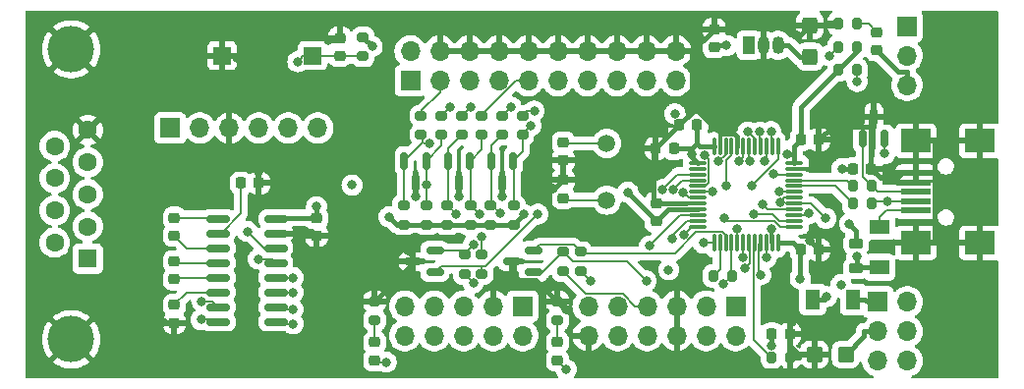
<source format=gbr>
G04 #@! TF.GenerationSoftware,KiCad,Pcbnew,6.99.0-unknown-1140fd0fb0~148~ubuntu20.04.1*
G04 #@! TF.CreationDate,2022-07-29T19:56:22-04:00*
G04 #@! TF.ProjectId,bug-o-matic,6275672d-6f2d-46d6-9174-69632e6b6963,rev?*
G04 #@! TF.SameCoordinates,Original*
G04 #@! TF.FileFunction,Copper,L1,Top*
G04 #@! TF.FilePolarity,Positive*
%FSLAX46Y46*%
G04 Gerber Fmt 4.6, Leading zero omitted, Abs format (unit mm)*
G04 Created by KiCad (PCBNEW 6.99.0-unknown-1140fd0fb0~148~ubuntu20.04.1) date 2022-07-29 19:56:22*
%MOMM*%
%LPD*%
G01*
G04 APERTURE LIST*
G04 Aperture macros list*
%AMRoundRect*
0 Rectangle with rounded corners*
0 $1 Rounding radius*
0 $2 $3 $4 $5 $6 $7 $8 $9 X,Y pos of 4 corners*
0 Add a 4 corners polygon primitive as box body*
4,1,4,$2,$3,$4,$5,$6,$7,$8,$9,$2,$3,0*
0 Add four circle primitives for the rounded corners*
1,1,$1+$1,$2,$3*
1,1,$1+$1,$4,$5*
1,1,$1+$1,$6,$7*
1,1,$1+$1,$8,$9*
0 Add four rect primitives between the rounded corners*
20,1,$1+$1,$2,$3,$4,$5,0*
20,1,$1+$1,$4,$5,$6,$7,0*
20,1,$1+$1,$6,$7,$8,$9,0*
20,1,$1+$1,$8,$9,$2,$3,0*%
G04 Aperture macros list end*
G04 #@! TA.AperFunction,SMDPad,CuDef*
%ADD10RoundRect,0.225000X-0.225000X-0.250000X0.225000X-0.250000X0.225000X0.250000X-0.225000X0.250000X0*%
G04 #@! TD*
G04 #@! TA.AperFunction,SMDPad,CuDef*
%ADD11RoundRect,0.150000X0.587500X0.150000X-0.587500X0.150000X-0.587500X-0.150000X0.587500X-0.150000X0*%
G04 #@! TD*
G04 #@! TA.AperFunction,SMDPad,CuDef*
%ADD12RoundRect,0.218750X-0.256250X0.218750X-0.256250X-0.218750X0.256250X-0.218750X0.256250X0.218750X0*%
G04 #@! TD*
G04 #@! TA.AperFunction,SMDPad,CuDef*
%ADD13RoundRect,0.225000X0.250000X-0.225000X0.250000X0.225000X-0.250000X0.225000X-0.250000X-0.225000X0*%
G04 #@! TD*
G04 #@! TA.AperFunction,ComponentPad*
%ADD14C,1.500000*%
G04 #@! TD*
G04 #@! TA.AperFunction,SMDPad,CuDef*
%ADD15RoundRect,0.200000X-0.275000X0.200000X-0.275000X-0.200000X0.275000X-0.200000X0.275000X0.200000X0*%
G04 #@! TD*
G04 #@! TA.AperFunction,SMDPad,CuDef*
%ADD16RoundRect,0.225000X-0.250000X0.225000X-0.250000X-0.225000X0.250000X-0.225000X0.250000X0.225000X0*%
G04 #@! TD*
G04 #@! TA.AperFunction,ComponentPad*
%ADD17R,1.700000X1.700000*%
G04 #@! TD*
G04 #@! TA.AperFunction,ComponentPad*
%ADD18O,1.700000X1.700000*%
G04 #@! TD*
G04 #@! TA.AperFunction,SMDPad,CuDef*
%ADD19R,1.300000X1.700000*%
G04 #@! TD*
G04 #@! TA.AperFunction,SMDPad,CuDef*
%ADD20RoundRect,0.200000X0.275000X-0.200000X0.275000X0.200000X-0.275000X0.200000X-0.275000X-0.200000X0*%
G04 #@! TD*
G04 #@! TA.AperFunction,SMDPad,CuDef*
%ADD21RoundRect,0.150000X-0.825000X-0.150000X0.825000X-0.150000X0.825000X0.150000X-0.825000X0.150000X0*%
G04 #@! TD*
G04 #@! TA.AperFunction,ComponentPad*
%ADD22R,1.050000X1.500000*%
G04 #@! TD*
G04 #@! TA.AperFunction,ComponentPad*
%ADD23O,1.050000X1.500000*%
G04 #@! TD*
G04 #@! TA.AperFunction,SMDPad,CuDef*
%ADD24RoundRect,0.225000X0.225000X0.250000X-0.225000X0.250000X-0.225000X-0.250000X0.225000X-0.250000X0*%
G04 #@! TD*
G04 #@! TA.AperFunction,SMDPad,CuDef*
%ADD25RoundRect,0.250000X0.425000X-0.450000X0.425000X0.450000X-0.425000X0.450000X-0.425000X-0.450000X0*%
G04 #@! TD*
G04 #@! TA.AperFunction,SMDPad,CuDef*
%ADD26RoundRect,0.218750X0.381250X-0.218750X0.381250X0.218750X-0.381250X0.218750X-0.381250X-0.218750X0*%
G04 #@! TD*
G04 #@! TA.AperFunction,SMDPad,CuDef*
%ADD27RoundRect,0.150000X-0.150000X0.587500X-0.150000X-0.587500X0.150000X-0.587500X0.150000X0.587500X0*%
G04 #@! TD*
G04 #@! TA.AperFunction,SMDPad,CuDef*
%ADD28RoundRect,0.150000X0.150000X-0.587500X0.150000X0.587500X-0.150000X0.587500X-0.150000X-0.587500X0*%
G04 #@! TD*
G04 #@! TA.AperFunction,SMDPad,CuDef*
%ADD29R,1.700000X1.300000*%
G04 #@! TD*
G04 #@! TA.AperFunction,SMDPad,CuDef*
%ADD30R,2.500000X0.500000*%
G04 #@! TD*
G04 #@! TA.AperFunction,SMDPad,CuDef*
%ADD31R,2.500000X2.000000*%
G04 #@! TD*
G04 #@! TA.AperFunction,SMDPad,CuDef*
%ADD32RoundRect,0.200000X0.200000X0.275000X-0.200000X0.275000X-0.200000X-0.275000X0.200000X-0.275000X0*%
G04 #@! TD*
G04 #@! TA.AperFunction,SMDPad,CuDef*
%ADD33RoundRect,0.075000X-0.662500X-0.075000X0.662500X-0.075000X0.662500X0.075000X-0.662500X0.075000X0*%
G04 #@! TD*
G04 #@! TA.AperFunction,SMDPad,CuDef*
%ADD34RoundRect,0.075000X-0.075000X-0.662500X0.075000X-0.662500X0.075000X0.662500X-0.075000X0.662500X0*%
G04 #@! TD*
G04 #@! TA.AperFunction,SMDPad,CuDef*
%ADD35RoundRect,0.200000X-0.200000X-0.275000X0.200000X-0.275000X0.200000X0.275000X-0.200000X0.275000X0*%
G04 #@! TD*
G04 #@! TA.AperFunction,SMDPad,CuDef*
%ADD36RoundRect,0.250000X0.450000X0.425000X-0.450000X0.425000X-0.450000X-0.425000X0.450000X-0.425000X0*%
G04 #@! TD*
G04 #@! TA.AperFunction,ComponentPad*
%ADD37C,4.000000*%
G04 #@! TD*
G04 #@! TA.AperFunction,ComponentPad*
%ADD38R,1.600000X1.600000*%
G04 #@! TD*
G04 #@! TA.AperFunction,ComponentPad*
%ADD39C,1.600000*%
G04 #@! TD*
G04 #@! TA.AperFunction,SMDPad,CuDef*
%ADD40R,1.500000X1.500000*%
G04 #@! TD*
G04 #@! TA.AperFunction,ViaPad*
%ADD41C,0.800000*%
G04 #@! TD*
G04 #@! TA.AperFunction,Conductor*
%ADD42C,0.450000*%
G04 #@! TD*
G04 #@! TA.AperFunction,Conductor*
%ADD43C,0.300400*%
G04 #@! TD*
G04 #@! TA.AperFunction,Conductor*
%ADD44C,0.200000*%
G04 #@! TD*
G04 APERTURE END LIST*
D10*
X190475000Y-80000000D03*
X192025000Y-80000000D03*
X185975000Y-87000000D03*
X187525000Y-87000000D03*
D11*
X162937500Y-88950000D03*
X162937500Y-87050000D03*
X161062500Y-88000000D03*
D12*
X165000000Y-94962500D03*
X165000000Y-96537500D03*
D13*
X146250000Y-70275000D03*
X146250000Y-68725000D03*
D14*
X169250000Y-82700000D03*
X169250000Y-77820000D03*
D15*
X160250000Y-75425000D03*
X160250000Y-77075000D03*
D16*
X165500000Y-80975000D03*
X165500000Y-82525000D03*
D15*
X155000000Y-75425000D03*
X155000000Y-77075000D03*
D17*
X131649999Y-76499999D03*
D18*
X134189999Y-76499999D03*
X136729999Y-76499999D03*
X139269999Y-76499999D03*
X141809999Y-76499999D03*
X144349999Y-76499999D03*
D15*
X153250000Y-75425000D03*
X153250000Y-77075000D03*
D19*
X186999999Y-91249999D03*
X190499999Y-91249999D03*
D20*
X153750000Y-84825000D03*
X153750000Y-83175000D03*
D11*
X154437500Y-88950000D03*
X154437500Y-87050000D03*
X152562500Y-88000000D03*
D15*
X158500000Y-75425000D03*
X158500000Y-77075000D03*
D20*
X159250000Y-84825000D03*
X159250000Y-83175000D03*
D21*
X135775000Y-84305000D03*
X135775000Y-85575000D03*
X135775000Y-86845000D03*
X135775000Y-88115000D03*
X135775000Y-89385000D03*
X135775000Y-90655000D03*
X135775000Y-91925000D03*
X135775000Y-93195000D03*
X140725000Y-93195000D03*
X140725000Y-91925000D03*
X140725000Y-90655000D03*
X140725000Y-89385000D03*
X140725000Y-88115000D03*
X140725000Y-86845000D03*
X140725000Y-85575000D03*
X140725000Y-84305000D03*
D22*
X181479999Y-69359999D03*
D23*
X182749999Y-69359999D03*
X184019999Y-69359999D03*
D15*
X148250000Y-68675000D03*
X148250000Y-70325000D03*
D13*
X165500000Y-79275000D03*
X165500000Y-77725000D03*
D24*
X139275000Y-81250000D03*
X137725000Y-81250000D03*
X177025000Y-76250000D03*
X175475000Y-76250000D03*
D17*
X192599999Y-91474999D03*
D18*
X195139999Y-91474999D03*
X192599999Y-94014999D03*
X195139999Y-94014999D03*
X192599999Y-96554999D03*
X195139999Y-96554999D03*
D20*
X149250000Y-93075000D03*
X149250000Y-91425000D03*
D25*
X186750000Y-70350000D03*
X186750000Y-67650000D03*
D26*
X190750000Y-88562500D03*
X190750000Y-86437500D03*
D27*
X157450000Y-79312500D03*
X155550000Y-79312500D03*
X156500000Y-81187500D03*
D13*
X132000000Y-93275000D03*
X132000000Y-91725000D03*
D12*
X149250000Y-94962500D03*
X149250000Y-96537500D03*
D20*
X155500000Y-84825000D03*
X155500000Y-83175000D03*
D28*
X191300000Y-77437500D03*
X193200000Y-77437500D03*
X192250000Y-75562500D03*
D13*
X178500000Y-69525000D03*
X178500000Y-67975000D03*
D29*
X192749999Y-88499999D03*
X192749999Y-84999999D03*
D20*
X157000000Y-89075000D03*
X157000000Y-87425000D03*
X165000000Y-93075000D03*
X165000000Y-91425000D03*
D30*
X195874999Y-83599999D03*
X195874999Y-82799999D03*
X195874999Y-81999999D03*
X195874999Y-81199999D03*
D31*
X195874999Y-86399999D03*
X201374999Y-86399999D03*
D30*
X195874999Y-80399999D03*
D31*
X195874999Y-77599999D03*
X201374999Y-77599999D03*
D32*
X190825000Y-67500000D03*
X189175000Y-67500000D03*
D16*
X132000000Y-87975000D03*
X132000000Y-89525000D03*
X144250000Y-84225000D03*
X144250000Y-85775000D03*
D13*
X173500000Y-84525000D03*
X173500000Y-82975000D03*
D33*
X177087500Y-79500000D03*
X177087500Y-80000000D03*
X177087500Y-80500000D03*
X177087500Y-81000000D03*
X177087500Y-81500000D03*
X177087500Y-82000000D03*
X177087500Y-82500000D03*
X177087500Y-83000000D03*
X177087500Y-83500000D03*
X177087500Y-84000000D03*
X177087500Y-84500000D03*
X177087500Y-85000000D03*
D34*
X178500000Y-86412500D03*
X179000000Y-86412500D03*
X179500000Y-86412500D03*
X180000000Y-86412500D03*
X180500000Y-86412500D03*
X181000000Y-86412500D03*
X181500000Y-86412500D03*
X182000000Y-86412500D03*
X182500000Y-86412500D03*
X183000000Y-86412500D03*
X183500000Y-86412500D03*
X184000000Y-86412500D03*
D33*
X185412500Y-85000000D03*
X185412500Y-84500000D03*
X185412500Y-84000000D03*
X185412500Y-83500000D03*
X185412500Y-83000000D03*
X185412500Y-82500000D03*
X185412500Y-82000000D03*
X185412500Y-81500000D03*
X185412500Y-81000000D03*
X185412500Y-80500000D03*
X185412500Y-80000000D03*
X185412500Y-79500000D03*
D34*
X184000000Y-78087500D03*
X183500000Y-78087500D03*
X183000000Y-78087500D03*
X182500000Y-78087500D03*
X182000000Y-78087500D03*
X181500000Y-78087500D03*
X181000000Y-78087500D03*
X180500000Y-78087500D03*
X180000000Y-78087500D03*
X179500000Y-78087500D03*
X179000000Y-78087500D03*
X178500000Y-78087500D03*
D17*
X195124999Y-67724999D03*
D18*
X195124999Y-70264999D03*
X195124999Y-72804999D03*
D35*
X189175000Y-71500000D03*
X190825000Y-71500000D03*
X190425000Y-83000000D03*
X192075000Y-83000000D03*
D17*
X152324999Y-72399999D03*
D18*
X152324999Y-69859999D03*
X154864999Y-72399999D03*
X154864999Y-69859999D03*
X157404999Y-72399999D03*
X157404999Y-69859999D03*
X159944999Y-72399999D03*
X159944999Y-69859999D03*
X162484999Y-72399999D03*
X162484999Y-69859999D03*
X165024999Y-72399999D03*
X165024999Y-69859999D03*
X167564999Y-72399999D03*
X167564999Y-69859999D03*
X170104999Y-72399999D03*
X170104999Y-69859999D03*
X172644999Y-72399999D03*
X172644999Y-69859999D03*
X175184999Y-72399999D03*
X175184999Y-69859999D03*
X151839999Y-94389999D03*
X151839999Y-91849999D03*
X154379999Y-94389999D03*
X154379999Y-91849999D03*
X156919999Y-94389999D03*
X156919999Y-91849999D03*
X159459999Y-94389999D03*
X159459999Y-91849999D03*
X161999999Y-94389999D03*
D17*
X161999999Y-91849999D03*
D36*
X189850000Y-96000000D03*
X187150000Y-96000000D03*
D20*
X157500000Y-84825000D03*
X157500000Y-83175000D03*
D15*
X162000000Y-75425000D03*
X162000000Y-77075000D03*
D20*
X165500000Y-88825000D03*
X165500000Y-87175000D03*
X151750000Y-84825000D03*
X151750000Y-83175000D03*
D10*
X185975000Y-77500000D03*
X187525000Y-77500000D03*
D20*
X161250000Y-84825000D03*
X161250000Y-83175000D03*
D35*
X190425000Y-81500000D03*
X192075000Y-81500000D03*
D13*
X132000000Y-85775000D03*
X132000000Y-84225000D03*
D32*
X180075000Y-89250000D03*
X178425000Y-89250000D03*
X190825000Y-69500000D03*
X189175000Y-69500000D03*
D17*
X180349999Y-91849999D03*
D18*
X180349999Y-94389999D03*
X177809999Y-91849999D03*
X177809999Y-94389999D03*
X175269999Y-91849999D03*
X175269999Y-94389999D03*
X172729999Y-91849999D03*
X172729999Y-94389999D03*
X170189999Y-91849999D03*
X170189999Y-94389999D03*
X167649999Y-91849999D03*
X167649999Y-94389999D03*
D15*
X156750000Y-75425000D03*
X156750000Y-77075000D03*
D35*
X183425000Y-96250000D03*
X185075000Y-96250000D03*
D24*
X175025000Y-78250000D03*
X173475000Y-78250000D03*
D15*
X158500000Y-87425000D03*
X158500000Y-89075000D03*
D27*
X161200000Y-79312500D03*
X159300000Y-79312500D03*
X160250000Y-81187500D03*
D20*
X167000000Y-88825000D03*
X167000000Y-87175000D03*
D27*
X153700000Y-79312500D03*
X151800000Y-79312500D03*
X152750000Y-81187500D03*
D37*
X123110300Y-69710000D03*
X123110300Y-94710000D03*
D38*
X124530299Y-87749999D03*
D39*
X124530300Y-84980000D03*
X124530300Y-82210000D03*
X124530300Y-79440000D03*
X124530300Y-76670000D03*
X121690300Y-86365000D03*
X121690300Y-83595000D03*
X121690300Y-80825000D03*
X121690300Y-78055000D03*
D10*
X183475000Y-94250000D03*
X185025000Y-94250000D03*
D12*
X192500000Y-68212500D03*
X192500000Y-69787500D03*
D40*
X143899999Y-70249999D03*
X136099999Y-70249999D03*
D41*
X161255100Y-89417400D03*
X143225900Y-85334300D03*
X183462700Y-85150100D03*
X131022200Y-93191000D03*
X185175500Y-93237500D03*
X186713400Y-86188400D03*
X152750000Y-82433100D03*
X164648700Y-81724500D03*
X139275000Y-80238000D03*
X187133700Y-79785400D03*
X185652000Y-68542500D03*
X165738700Y-92163700D03*
X152106700Y-87088700D03*
X145212100Y-68953200D03*
X160250000Y-82427700D03*
X137352400Y-70469800D03*
X156500000Y-82428500D03*
X190787100Y-87597100D03*
X189519000Y-79995000D03*
X190160700Y-84737500D03*
X184802100Y-78790300D03*
X144250000Y-83267100D03*
X162077400Y-83909600D03*
X149030900Y-69455900D03*
X150493200Y-84148300D03*
X185915900Y-89471300D03*
X176592100Y-78790300D03*
X171060100Y-82024700D03*
X175119800Y-75266700D03*
X179572300Y-69376500D03*
X189435400Y-89988400D03*
X188195800Y-91029500D03*
X155750200Y-74674800D03*
X157500200Y-74674800D03*
X161002900Y-74672100D03*
X162999100Y-75030300D03*
X178342300Y-82000000D03*
X177686800Y-78829000D03*
X175847000Y-82018200D03*
X147301300Y-81412400D03*
X142636200Y-70775000D03*
X181409700Y-76831600D03*
X154009600Y-77809100D03*
X153750000Y-81337900D03*
X186653300Y-83870500D03*
X181874400Y-83916200D03*
X158256500Y-83931500D03*
X179360500Y-84254600D03*
X156272300Y-83897300D03*
X160042000Y-83871100D03*
X182684500Y-83107300D03*
X182452500Y-76847100D03*
X162704000Y-76305900D03*
X163305200Y-83907900D03*
X181753500Y-81425300D03*
X157780900Y-86507400D03*
X184152900Y-81999200D03*
X172648200Y-89660200D03*
X179304100Y-89945900D03*
X138285900Y-85415900D03*
X139223400Y-87780600D03*
X134293400Y-93014900D03*
X134364100Y-91423700D03*
X178886800Y-79328600D03*
X174587300Y-88717100D03*
X179519900Y-81459200D03*
X181167900Y-88561900D03*
X180973400Y-87654000D03*
X184165000Y-82899600D03*
X188134700Y-84282500D03*
X180500000Y-85167300D03*
X181582200Y-79356000D03*
X190825000Y-72478700D03*
X180626300Y-79356500D03*
X188419600Y-70255400D03*
X182500000Y-89146100D03*
X183000000Y-87663400D03*
X183402300Y-76798700D03*
X183618500Y-80409100D03*
X182837600Y-79354000D03*
X167831100Y-89656100D03*
X158500000Y-85845300D03*
X157739700Y-89814700D03*
X172927600Y-86667700D03*
X142210000Y-93368000D03*
X142217300Y-92129900D03*
X174852600Y-86056200D03*
X142215800Y-90655000D03*
X175877300Y-85705700D03*
X142228100Y-89385000D03*
X177584300Y-86412500D03*
X183475000Y-95249500D03*
X193200000Y-78694100D03*
X193411100Y-82800000D03*
X174036200Y-81799300D03*
X150238000Y-96665000D03*
X174937600Y-81802400D03*
X165747800Y-97285300D03*
D42*
X201375000Y-77600000D02*
X197450300Y-77600000D01*
X183462700Y-85380600D02*
X183462700Y-85150100D01*
X137175300Y-70250000D02*
X137175300Y-70292700D01*
X176906400Y-74469400D02*
X176906400Y-74818600D01*
X164648700Y-81724500D02*
X164750500Y-81724500D01*
X185025000Y-93388000D02*
X185175500Y-93237500D01*
X145212100Y-68953200D02*
X146021800Y-68953200D01*
X180250800Y-77002600D02*
X179090300Y-77002600D01*
X192250000Y-75562500D02*
X192025000Y-75787500D01*
X165500000Y-80975000D02*
X165500000Y-79275000D01*
X152562500Y-88112500D02*
X152562500Y-88000000D01*
X187525000Y-87000000D02*
X186713400Y-86188400D01*
X185652000Y-68542500D02*
X185857500Y-68542500D01*
X192025000Y-75787500D02*
X192025000Y-76349600D01*
X161062500Y-88000000D02*
X161255100Y-88192600D01*
X195875000Y-81200000D02*
X194299700Y-81200000D01*
X185765800Y-96000000D02*
X187150000Y-96000000D01*
X187133700Y-79785400D02*
X187525000Y-79394100D01*
X176615000Y-69860000D02*
X178500000Y-67975000D01*
X194299700Y-80806400D02*
X192831400Y-80806400D01*
X160250000Y-82427700D02*
X160250000Y-81187500D01*
X143225900Y-85334300D02*
X143809300Y-85334300D01*
D43*
X186444400Y-80037300D02*
X185449800Y-80037300D01*
D42*
X146021800Y-68953200D02*
X146250000Y-68725000D01*
X187525000Y-77500000D02*
X188675400Y-76349600D01*
X152750000Y-82433100D02*
X152750000Y-81187500D01*
X152562500Y-87544500D02*
X152106700Y-87088700D01*
X156500000Y-82428500D02*
X156500000Y-81187500D01*
X186881800Y-80037300D02*
X187133700Y-79785400D01*
X186444400Y-80037300D02*
X186881800Y-80037300D01*
X179090300Y-77002600D02*
X179037400Y-77055500D01*
X185025000Y-94250000D02*
X185025000Y-93388000D01*
D43*
X183462700Y-86375200D02*
X183500000Y-86412500D01*
D42*
X175475000Y-76250000D02*
X173475000Y-78250000D01*
X197450300Y-77600000D02*
X197450300Y-80400000D01*
X195875000Y-80400000D02*
X195087400Y-80400000D01*
X197450300Y-86400000D02*
X195875000Y-86400000D01*
X185075000Y-96250000D02*
X185545400Y-95779600D01*
X136100000Y-70250000D02*
X137175300Y-70250000D01*
X131022200Y-93191000D02*
X131916000Y-93191000D01*
X185025000Y-95259200D02*
X185025000Y-94250000D01*
X139275000Y-81250000D02*
X139275000Y-80238000D01*
D43*
X185449800Y-80037300D02*
X185412500Y-80000000D01*
D42*
X176906400Y-74818600D02*
X175475000Y-76250000D01*
X180500000Y-78087500D02*
X180500000Y-77251800D01*
X165738700Y-92163700D02*
X165000000Y-91425000D01*
X192831400Y-80806400D02*
X192025000Y-80000000D01*
X176615000Y-69860000D02*
X176615000Y-74178000D01*
X186750000Y-67650000D02*
X189025000Y-67650000D01*
X194299700Y-80806400D02*
X194299700Y-81200000D01*
X152562500Y-88000000D02*
X152562500Y-87544500D01*
X195087400Y-80400000D02*
X194706100Y-80400000D01*
X173475000Y-78250000D02*
X173309400Y-78415600D01*
X173309400Y-78415600D02*
X173309400Y-82759600D01*
D43*
X179037400Y-78050100D02*
X179000000Y-78087500D01*
D42*
X185857500Y-68542500D02*
X186750000Y-67650000D01*
X173512400Y-82962600D02*
X173500000Y-82975000D01*
X179090300Y-77002600D02*
X176906400Y-74818600D01*
D43*
X183462700Y-85380600D02*
X183462700Y-86375200D01*
D42*
X185545400Y-95779600D02*
X185025000Y-95259200D01*
X189025000Y-67650000D02*
X189175000Y-67500000D01*
X192025000Y-76349600D02*
X192025000Y-80000000D01*
X197450300Y-86400000D02*
X197450300Y-80400000D01*
X161255100Y-89417400D02*
X161413700Y-89576000D01*
X142985200Y-85575000D02*
X143225900Y-85334300D01*
X176055500Y-82962600D02*
X173512400Y-82962600D01*
X131916000Y-93191000D02*
X132000000Y-93275000D01*
X175185000Y-69860000D02*
X176615000Y-69860000D01*
X163151000Y-89576000D02*
X165000000Y-91425000D01*
X180500000Y-77251800D02*
X180250800Y-77002600D01*
X173309400Y-82759600D02*
X173512400Y-82962600D01*
X187525000Y-79394100D02*
X187525000Y-77500000D01*
D43*
X177050100Y-82962600D02*
X177087500Y-83000000D01*
X176055500Y-82962600D02*
X177050100Y-82962600D01*
D42*
X164750500Y-81724500D02*
X165500000Y-80975000D01*
X140725000Y-85575000D02*
X142985200Y-85575000D01*
X137175300Y-70292700D02*
X137352400Y-70469800D01*
X185545400Y-95779600D02*
X185765800Y-96000000D01*
X161413700Y-89576000D02*
X163151000Y-89576000D01*
X197450300Y-77600000D02*
X195875000Y-77600000D01*
X188675400Y-76349600D02*
X192025000Y-76349600D01*
X161255100Y-88192600D02*
X161255100Y-89417400D01*
X194706100Y-80400000D02*
X194299700Y-80806400D01*
X195875000Y-80400000D02*
X197450300Y-80400000D01*
X201375000Y-86400000D02*
X197450300Y-86400000D01*
X149250000Y-91425000D02*
X152562500Y-88112500D01*
D43*
X179037400Y-77055500D02*
X179037400Y-78050100D01*
D42*
X176615000Y-74178000D02*
X176906400Y-74469400D01*
X143809300Y-85334300D02*
X144250000Y-85775000D01*
X190818000Y-88494500D02*
X190750000Y-88562500D01*
X190818000Y-88494500D02*
X190818000Y-87628000D01*
X191574700Y-88500000D02*
X190823500Y-88500000D01*
X190823500Y-88500000D02*
X190818000Y-88494500D01*
X190818000Y-87628000D02*
X190787100Y-87597100D01*
X189519000Y-79995000D02*
X190470000Y-79995000D01*
X190470000Y-79995000D02*
X190475000Y-80000000D01*
X192750000Y-88500000D02*
X191574700Y-88500000D01*
X195125000Y-72805000D02*
X195125000Y-71629700D01*
X194342200Y-71629700D02*
X192500000Y-69787500D01*
X184020000Y-69360000D02*
X184870300Y-69360000D01*
X190160700Y-84737500D02*
X190750000Y-85326800D01*
X195125000Y-71629700D02*
X194342200Y-71629700D01*
X190750000Y-85326800D02*
X190750000Y-86437500D01*
X185860300Y-70350000D02*
X186750000Y-70350000D01*
X184870300Y-69360000D02*
X185860300Y-70350000D01*
X149030900Y-69455900D02*
X148250000Y-68675000D01*
X177009300Y-77832800D02*
X177009300Y-76265700D01*
X185412500Y-79500000D02*
X185412500Y-78790300D01*
X185975000Y-87000000D02*
X185915900Y-87059100D01*
X176610500Y-83500000D02*
X176597500Y-83513000D01*
X184802100Y-78790300D02*
X185412500Y-78790300D01*
X185269300Y-86412500D02*
X185915900Y-87059100D01*
X189850000Y-96000000D02*
X191424700Y-94425300D01*
X153750000Y-84825000D02*
X151750000Y-84825000D01*
X162077400Y-83909600D02*
X161250000Y-84737000D01*
X173500000Y-84525000D02*
X171060100Y-82085100D01*
X185975000Y-74700000D02*
X189175000Y-71500000D01*
X185975000Y-77500000D02*
X185975000Y-74700000D01*
X140805000Y-84225000D02*
X140725000Y-84305000D01*
X191424700Y-94425300D02*
X191424700Y-94015000D01*
X157500000Y-84825000D02*
X155500000Y-84825000D01*
X155500000Y-84825000D02*
X153750000Y-84825000D01*
X161250000Y-84737000D02*
X161250000Y-84825000D01*
X151750000Y-84825000D02*
X151169900Y-84825000D01*
X185412500Y-78062500D02*
X185975000Y-77500000D01*
X190825000Y-69850000D02*
X190825000Y-69500000D01*
X177264000Y-78087500D02*
X177009300Y-77832800D01*
X185412500Y-78790300D02*
X185412500Y-78062500D01*
X178500000Y-78087500D02*
X177264000Y-78087500D01*
X177087500Y-79500000D02*
X176592100Y-79004600D01*
X177087500Y-83500000D02*
X176610500Y-83500000D01*
X144250000Y-84225000D02*
X140805000Y-84225000D01*
X184000000Y-86412500D02*
X185269300Y-86412500D01*
X176592100Y-78250000D02*
X177009300Y-77832800D01*
X176417500Y-83513000D02*
X174512000Y-83513000D01*
X176592100Y-78250000D02*
X175025000Y-78250000D01*
X159250000Y-84825000D02*
X161250000Y-84825000D01*
X176592100Y-78790300D02*
X176592100Y-78250000D01*
X144250000Y-84225000D02*
X144250000Y-83267100D01*
X177009300Y-76265700D02*
X177025000Y-76250000D01*
X185915900Y-87059100D02*
X185915900Y-89471300D01*
X189175000Y-71500000D02*
X190825000Y-69850000D01*
X192600000Y-94015000D02*
X191424700Y-94015000D01*
X176592100Y-79004600D02*
X176592100Y-78790300D01*
X171060100Y-82085100D02*
X171060100Y-82024700D01*
X174512000Y-83513000D02*
X173500000Y-84525000D01*
D43*
X176417500Y-83513000D02*
X176597500Y-83513000D01*
D42*
X151169900Y-84825000D02*
X150493200Y-84148300D01*
X159250000Y-84825000D02*
X157500000Y-84825000D01*
X178648500Y-69376500D02*
X178500000Y-69525000D01*
X179572300Y-69376500D02*
X178648500Y-69376500D01*
X187000000Y-91250000D02*
X187975300Y-91250000D01*
X188195800Y-91029500D02*
X187975300Y-91250000D01*
X190500000Y-91250000D02*
X191475300Y-91250000D01*
X191700300Y-91475000D02*
X191475300Y-91250000D01*
X192600000Y-91475000D02*
X191700300Y-91475000D01*
D44*
X135775000Y-88115000D02*
X132140000Y-88115000D01*
X132140000Y-88115000D02*
X132000000Y-87975000D01*
X155750200Y-74674800D02*
X155000000Y-75425000D01*
X162485000Y-72400000D02*
X161434700Y-72400000D01*
X158500000Y-75334700D02*
X158500000Y-75425000D01*
X161434700Y-72400000D02*
X158500000Y-75334700D01*
X157500200Y-74674800D02*
X156750000Y-75425000D01*
X161002900Y-74672100D02*
X160250000Y-75425000D01*
X132140000Y-89385000D02*
X132000000Y-89525000D01*
X135775000Y-89385000D02*
X132140000Y-89385000D01*
X136007100Y-85575000D02*
X137725000Y-83857100D01*
X135775000Y-85575000D02*
X136007100Y-85575000D01*
X137725000Y-83857100D02*
X137725000Y-81250000D01*
X154865000Y-72400000D02*
X154865000Y-73450300D01*
X153250000Y-75065300D02*
X154865000Y-73450300D01*
X153250000Y-75425000D02*
X153250000Y-75065300D01*
X162999100Y-75030300D02*
X162394700Y-75030300D01*
X162394700Y-75030300D02*
X162000000Y-75425000D01*
X169250000Y-82700000D02*
X165675000Y-82700000D01*
X165675000Y-82700000D02*
X165500000Y-82525000D01*
X177087500Y-82000000D02*
X178342300Y-82000000D01*
X135775000Y-86845000D02*
X133070000Y-86845000D01*
X133070000Y-86845000D02*
X132000000Y-85775000D01*
X135695000Y-84225000D02*
X132000000Y-84225000D01*
X135775000Y-84305000D02*
X135695000Y-84225000D01*
X177087500Y-81500000D02*
X177724400Y-81500000D01*
X177724400Y-81500000D02*
X178025700Y-81198700D01*
X169250000Y-77820000D02*
X165595000Y-77820000D01*
X178025700Y-79167900D02*
X177686800Y-78829000D01*
X178025700Y-81198700D02*
X178025700Y-79167900D01*
X165595000Y-77820000D02*
X165500000Y-77725000D01*
X142949700Y-70250000D02*
X142949700Y-70461500D01*
X142949700Y-70461500D02*
X142636200Y-70775000D01*
X146300000Y-70325000D02*
X146250000Y-70275000D01*
X176328800Y-82500000D02*
X177087500Y-82500000D01*
X146250000Y-70275000D02*
X144875300Y-70275000D01*
X143900000Y-70250000D02*
X142949700Y-70250000D01*
X144375200Y-70250000D02*
X143900000Y-70250000D01*
X144875300Y-70275000D02*
X144850300Y-70250000D01*
X175847000Y-82018200D02*
X176328800Y-82500000D01*
X148250000Y-70325000D02*
X146300000Y-70325000D01*
X144375200Y-70250000D02*
X144850300Y-70250000D01*
X191787500Y-67500000D02*
X192500000Y-68212500D01*
X190825000Y-67500000D02*
X191787500Y-67500000D01*
X153531800Y-77809100D02*
X153417600Y-77694900D01*
X154009600Y-77809100D02*
X153531800Y-77809100D01*
X182000000Y-77421900D02*
X181409700Y-76831600D01*
X151750000Y-79362500D02*
X151800000Y-79312500D01*
X151750000Y-83175000D02*
X151750000Y-79362500D01*
X153417600Y-77694900D02*
X153417600Y-77242600D01*
X182000000Y-78087500D02*
X182000000Y-77421900D01*
X153417600Y-77242600D02*
X153250000Y-77075000D01*
X151800000Y-79312500D02*
X153417600Y-77694900D01*
X185412500Y-84000000D02*
X186523800Y-84000000D01*
X153750000Y-79362500D02*
X153700000Y-79312500D01*
X153700000Y-79312500D02*
X155000000Y-78012500D01*
X186523800Y-84000000D02*
X186653300Y-83870500D01*
X153750000Y-81337900D02*
X153750000Y-79362500D01*
X155000000Y-78012500D02*
X155000000Y-77075000D01*
X153750000Y-83175000D02*
X153750000Y-81337900D01*
X184099500Y-84500000D02*
X183515700Y-83916200D01*
X157500000Y-79312500D02*
X157450000Y-79312500D01*
X183515700Y-83916200D02*
X181874400Y-83916200D01*
X157500000Y-83175000D02*
X157500000Y-79312500D01*
X157500000Y-79312500D02*
X158500000Y-78312500D01*
X158500000Y-78312500D02*
X158500000Y-77075000D01*
X158256500Y-83931500D02*
X157500000Y-83175000D01*
X185412500Y-84500000D02*
X184099500Y-84500000D01*
X156272300Y-83897300D02*
X155550000Y-83175000D01*
X179360500Y-84254600D02*
X179622400Y-84516500D01*
X155550000Y-78275000D02*
X155550000Y-79312500D01*
X183691200Y-84516500D02*
X184174700Y-85000000D01*
X156750000Y-77075000D02*
X155550000Y-78275000D01*
X155550000Y-83175000D02*
X155500000Y-83175000D01*
X179622400Y-84516500D02*
X183691200Y-84516500D01*
X155550000Y-83175000D02*
X155550000Y-79312500D01*
X184174700Y-85000000D02*
X185412500Y-85000000D01*
X183077200Y-83500000D02*
X182684500Y-83107300D01*
X159300000Y-83175000D02*
X159300000Y-79312500D01*
X159300000Y-78025000D02*
X160250000Y-77075000D01*
X159300000Y-83175000D02*
X159250000Y-83175000D01*
X185412500Y-83500000D02*
X183077200Y-83500000D01*
X159345900Y-83175000D02*
X159300000Y-83175000D01*
X160042000Y-83871100D02*
X159345900Y-83175000D01*
X159300000Y-79312500D02*
X159300000Y-78025000D01*
X161250000Y-79362500D02*
X161250000Y-83175000D01*
X182500000Y-78087500D02*
X182452500Y-78040000D01*
X162000000Y-77075000D02*
X162000000Y-78512500D01*
X162000000Y-78512500D02*
X161200000Y-79312500D01*
X182452500Y-78040000D02*
X182452500Y-76847100D01*
X161200000Y-79312500D02*
X161250000Y-79362500D01*
X162000000Y-77009900D02*
X162000000Y-77075000D01*
X162704000Y-76305900D02*
X162000000Y-77009900D01*
X149250000Y-93075000D02*
X149250000Y-94962500D01*
X165000000Y-93075000D02*
X165000000Y-94962500D01*
X154437500Y-88950000D02*
X154962500Y-88425000D01*
X154962500Y-88425000D02*
X158500000Y-88425000D01*
X163305200Y-83907900D02*
X158788100Y-88425000D01*
X184000000Y-79178800D02*
X181753500Y-81425300D01*
X158788100Y-88425000D02*
X158500000Y-88425000D01*
X158500000Y-88425000D02*
X158500000Y-89075000D01*
X184000000Y-78087500D02*
X184000000Y-79178800D01*
X157000000Y-87050000D02*
X157000000Y-87425000D01*
X185412500Y-82000000D02*
X184153700Y-82000000D01*
X157780900Y-86507400D02*
X157238300Y-87050000D01*
X157238300Y-87050000D02*
X157000000Y-87050000D01*
X157000000Y-87050000D02*
X154437500Y-87050000D01*
X184153700Y-82000000D02*
X184152900Y-81999200D01*
X166325000Y-88000000D02*
X165500000Y-87175000D01*
X180037500Y-89212500D02*
X179304100Y-89945900D01*
X165500000Y-87175000D02*
X163725000Y-88950000D01*
X180000000Y-89175000D02*
X180037500Y-89212500D01*
X180000000Y-86412500D02*
X180000000Y-89175000D01*
X172648200Y-89660200D02*
X170988000Y-88000000D01*
X163725000Y-88950000D02*
X162937500Y-88950000D01*
X180037500Y-89212500D02*
X180075000Y-89250000D01*
X170988000Y-88000000D02*
X166325000Y-88000000D01*
X167000000Y-87175000D02*
X167131100Y-87306100D01*
X175125800Y-87306100D02*
X176957600Y-85474300D01*
X167000000Y-87175000D02*
X166396900Y-86571900D01*
X166396900Y-86571900D02*
X163415600Y-86571900D01*
X179500000Y-85773900D02*
X179500000Y-86412500D01*
X167131100Y-87306100D02*
X175125800Y-87306100D01*
X163415600Y-86571900D02*
X162937500Y-87050000D01*
X176957600Y-85474300D02*
X179200400Y-85474300D01*
X179200400Y-85474300D02*
X179500000Y-85773900D01*
X139715000Y-86845000D02*
X140725000Y-86845000D01*
X138285900Y-85415900D02*
X139715000Y-86845000D01*
X140390600Y-87780600D02*
X140725000Y-88115000D01*
X139223400Y-87780600D02*
X140390600Y-87780600D01*
X134293400Y-93014900D02*
X135594900Y-93014900D01*
X135594900Y-93014900D02*
X135775000Y-93195000D01*
X135273700Y-91423700D02*
X135775000Y-91925000D01*
X134364100Y-91423700D02*
X135273700Y-91423700D01*
X179500000Y-78087500D02*
X179500000Y-78715400D01*
X179500000Y-78715400D02*
X178886800Y-79328600D01*
X180000000Y-78087500D02*
X180000000Y-78804900D01*
X180000000Y-78804900D02*
X179519900Y-79285000D01*
X179519900Y-79285000D02*
X179519900Y-81459200D01*
X181574600Y-86487100D02*
X181500000Y-86412500D01*
X181574600Y-88155200D02*
X181574600Y-86487100D01*
X181167900Y-88561900D02*
X181574600Y-88155200D01*
X181000000Y-87627400D02*
X180973400Y-87654000D01*
X181000000Y-86412500D02*
X181000000Y-87627400D01*
X184564600Y-82500000D02*
X184165000Y-82899600D01*
X185412500Y-82500000D02*
X184564600Y-82500000D01*
X186852200Y-83000000D02*
X185412500Y-83000000D01*
X188134700Y-84282500D02*
X186852200Y-83000000D01*
X180500000Y-85167300D02*
X180500000Y-86412500D01*
X181500000Y-79273800D02*
X181582200Y-79356000D01*
X181500000Y-78087500D02*
X181500000Y-79273800D01*
X190825000Y-72478700D02*
X190825000Y-71500000D01*
X188419600Y-70255400D02*
X189175000Y-69500000D01*
X181000000Y-78087500D02*
X181000000Y-78982800D01*
X181000000Y-78982800D02*
X180626300Y-79356500D01*
X182500000Y-89146100D02*
X182350700Y-88996800D01*
X182350700Y-88996800D02*
X182350700Y-86561800D01*
X182350700Y-86561800D02*
X182500000Y-86412500D01*
X183000000Y-87663400D02*
X183000000Y-86412500D01*
X183500000Y-78087500D02*
X183402300Y-77989800D01*
X183402300Y-77989800D02*
X183402300Y-76798700D01*
X185412500Y-80500000D02*
X183709400Y-80500000D01*
X183709400Y-80500000D02*
X183618500Y-80409100D01*
X183000000Y-79191600D02*
X182837600Y-79354000D01*
X183000000Y-78087500D02*
X183000000Y-79191600D01*
X167831100Y-89656100D02*
X167000000Y-88825000D01*
X172730000Y-91850000D02*
X171679700Y-91850000D01*
X167474700Y-90799700D02*
X165500000Y-88825000D01*
X170629400Y-90799700D02*
X167474700Y-90799700D01*
X171679700Y-91850000D02*
X170629400Y-90799700D01*
X158500000Y-87425000D02*
X158500000Y-85845300D01*
X157739700Y-89814700D02*
X157000000Y-89075000D01*
X185412500Y-81000000D02*
X189925000Y-81000000D01*
X189925000Y-81000000D02*
X190425000Y-81500000D01*
X188925000Y-81500000D02*
X190425000Y-83000000D01*
X185412500Y-81500000D02*
X188925000Y-81500000D01*
X181899700Y-94724700D02*
X183425000Y-96250000D01*
X182000000Y-86412500D02*
X181899700Y-86512800D01*
X181899700Y-86512800D02*
X181899700Y-94724700D01*
X178425000Y-89250000D02*
X179000000Y-88675000D01*
X179000000Y-88675000D02*
X179000000Y-86412500D01*
X140898000Y-93368000D02*
X140725000Y-93195000D01*
X142210000Y-93368000D02*
X140898000Y-93368000D01*
X177087500Y-84000000D02*
X175595300Y-84000000D01*
X175595300Y-84000000D02*
X172927600Y-86667700D01*
X177087500Y-84500000D02*
X176138400Y-84500000D01*
X174852600Y-85785800D02*
X174852600Y-86056200D01*
X176138400Y-84500000D02*
X174852600Y-85785800D01*
X142217300Y-92129900D02*
X140929900Y-92129900D01*
X140929900Y-92129900D02*
X140725000Y-91925000D01*
X176583000Y-85000000D02*
X175877300Y-85705700D01*
X142215800Y-90655000D02*
X140725000Y-90655000D01*
X177087500Y-85000000D02*
X176583000Y-85000000D01*
X142228100Y-89385000D02*
X140725000Y-89385000D01*
X178500000Y-86412500D02*
X177584300Y-86412500D01*
X193299700Y-83600000D02*
X192750000Y-84149700D01*
X195875000Y-83600000D02*
X193299700Y-83600000D01*
X192750000Y-85000000D02*
X192750000Y-84149700D01*
D42*
X183475000Y-94250000D02*
X183475000Y-95249500D01*
D44*
X191300000Y-80725000D02*
X191300000Y-77437500D01*
X195875000Y-82000000D02*
X192575000Y-82000000D01*
X192075000Y-81500000D02*
X191300000Y-80725000D01*
X192575000Y-82000000D02*
X192075000Y-81500000D01*
X193411100Y-82800000D02*
X192275000Y-82800000D01*
X192275000Y-82800000D02*
X192075000Y-83000000D01*
X195875000Y-82800000D02*
X193411100Y-82800000D01*
X193200000Y-78694100D02*
X193200000Y-77437500D01*
X150238000Y-96665000D02*
X149377500Y-96665000D01*
X175335500Y-80500000D02*
X174036200Y-81799300D01*
X149377500Y-96665000D02*
X149250000Y-96537500D01*
X177087500Y-80500000D02*
X175335500Y-80500000D01*
X165747800Y-97285300D02*
X165000000Y-96537500D01*
X175740000Y-81000000D02*
X174937600Y-81802400D01*
X177087500Y-81000000D02*
X175740000Y-81000000D01*
X135775000Y-90655000D02*
X133070000Y-90655000D01*
X133070000Y-90655000D02*
X132000000Y-91725000D01*
G04 #@! TA.AperFunction,Conductor*
G36*
X202914161Y-66380502D02*
G01*
X202960654Y-66434158D01*
X202972040Y-66486500D01*
X202972040Y-76005780D01*
X202952038Y-76073901D01*
X202898382Y-76120394D01*
X202828108Y-76130498D01*
X202802007Y-76123835D01*
X202741482Y-76101260D01*
X202726257Y-76097662D01*
X202676938Y-76092360D01*
X202670223Y-76092000D01*
X201647115Y-76092000D01*
X201631876Y-76096475D01*
X201630671Y-76097865D01*
X201629000Y-76105548D01*
X201629000Y-79089885D01*
X201633475Y-79105124D01*
X201634865Y-79106329D01*
X201642548Y-79108000D01*
X202670223Y-79108000D01*
X202676938Y-79107640D01*
X202726257Y-79102338D01*
X202741482Y-79098740D01*
X202802007Y-79076165D01*
X202872823Y-79071099D01*
X202935135Y-79105124D01*
X202969160Y-79167436D01*
X202972040Y-79194220D01*
X202972040Y-84805780D01*
X202952038Y-84873901D01*
X202898382Y-84920394D01*
X202828108Y-84930498D01*
X202802007Y-84923835D01*
X202741482Y-84901260D01*
X202726257Y-84897662D01*
X202676938Y-84892360D01*
X202670223Y-84892000D01*
X201647115Y-84892000D01*
X201631876Y-84896475D01*
X201630671Y-84897865D01*
X201629000Y-84905548D01*
X201629000Y-87889885D01*
X201633475Y-87905124D01*
X201634865Y-87906329D01*
X201642548Y-87908000D01*
X202670223Y-87908000D01*
X202676938Y-87907640D01*
X202726257Y-87902338D01*
X202741482Y-87898740D01*
X202802007Y-87876165D01*
X202872823Y-87871099D01*
X202935135Y-87905124D01*
X202969160Y-87967436D01*
X202972040Y-87994220D01*
X202972040Y-97963500D01*
X202952038Y-98031621D01*
X202898382Y-98078114D01*
X202846040Y-98089500D01*
X195609101Y-98089500D01*
X195540980Y-98069498D01*
X195494487Y-98015842D01*
X195484383Y-97945568D01*
X195513877Y-97880988D01*
X195568189Y-97844327D01*
X195682642Y-97805035D01*
X195687574Y-97803342D01*
X195885576Y-97696189D01*
X195936111Y-97656856D01*
X196059121Y-97561112D01*
X196063240Y-97557906D01*
X196131737Y-97483499D01*
X196212194Y-97396101D01*
X196212197Y-97396097D01*
X196215722Y-97392268D01*
X196259404Y-97325407D01*
X196336008Y-97208157D01*
X196336010Y-97208153D01*
X196338860Y-97203791D01*
X196342179Y-97196226D01*
X196427200Y-97002394D01*
X196429296Y-96997616D01*
X196454657Y-96897470D01*
X196483283Y-96784427D01*
X196483283Y-96784426D01*
X196484564Y-96779368D01*
X196486686Y-96753767D01*
X196502726Y-96560189D01*
X196503156Y-96555000D01*
X196498116Y-96494182D01*
X196484995Y-96335828D01*
X196484994Y-96335823D01*
X196484564Y-96330632D01*
X196474066Y-96289177D01*
X196430578Y-96117446D01*
X196430576Y-96117439D01*
X196429296Y-96112384D01*
X196370300Y-95977885D01*
X196340954Y-95910982D01*
X196340952Y-95910978D01*
X196338860Y-95906209D01*
X196334629Y-95899732D01*
X196222355Y-95727885D01*
X196215722Y-95717732D01*
X196212197Y-95713903D01*
X196212194Y-95713899D01*
X196066772Y-95555931D01*
X196063240Y-95552094D01*
X195977875Y-95485651D01*
X195889689Y-95417012D01*
X195889687Y-95417010D01*
X195885576Y-95413811D01*
X195852320Y-95395814D01*
X195801929Y-95345801D01*
X195786577Y-95276484D01*
X195811137Y-95209871D01*
X195852320Y-95174186D01*
X195876413Y-95161148D01*
X195885576Y-95156189D01*
X196002460Y-95065214D01*
X196059121Y-95021112D01*
X196063240Y-95017906D01*
X196189661Y-94880578D01*
X196212194Y-94856101D01*
X196212197Y-94856097D01*
X196215722Y-94852268D01*
X196300300Y-94722812D01*
X196336008Y-94668157D01*
X196336010Y-94668153D01*
X196338860Y-94663791D01*
X196345201Y-94649336D01*
X196427200Y-94462394D01*
X196429296Y-94457616D01*
X196435199Y-94434308D01*
X196483283Y-94244427D01*
X196483283Y-94244426D01*
X196484564Y-94239368D01*
X196485231Y-94231329D01*
X196502726Y-94020189D01*
X196503156Y-94015000D01*
X196501096Y-93990135D01*
X196484995Y-93795828D01*
X196484994Y-93795823D01*
X196484564Y-93790632D01*
X196470038Y-93733271D01*
X196430578Y-93577446D01*
X196430578Y-93577445D01*
X196429296Y-93572384D01*
X196390291Y-93483460D01*
X196340954Y-93370982D01*
X196340952Y-93370978D01*
X196338860Y-93366209D01*
X196335358Y-93360848D01*
X196226902Y-93194844D01*
X196215722Y-93177732D01*
X196212197Y-93173903D01*
X196212194Y-93173899D01*
X196093150Y-93044585D01*
X196063240Y-93012094D01*
X196059121Y-93008888D01*
X195889689Y-92877012D01*
X195889687Y-92877010D01*
X195885576Y-92873811D01*
X195852320Y-92855814D01*
X195801929Y-92805801D01*
X195786577Y-92736484D01*
X195811137Y-92669871D01*
X195852320Y-92634186D01*
X195879824Y-92619302D01*
X195885576Y-92616189D01*
X195895918Y-92608140D01*
X196059121Y-92481112D01*
X196063240Y-92477906D01*
X196147489Y-92386388D01*
X196212194Y-92316101D01*
X196212197Y-92316097D01*
X196215722Y-92312268D01*
X196274133Y-92222863D01*
X196336008Y-92128157D01*
X196336010Y-92128153D01*
X196338860Y-92123791D01*
X196346725Y-92105862D01*
X196419490Y-91939972D01*
X196429296Y-91917616D01*
X196431115Y-91910435D01*
X196483283Y-91704427D01*
X196483283Y-91704426D01*
X196484564Y-91699368D01*
X196485043Y-91693596D01*
X196502726Y-91480189D01*
X196503156Y-91475000D01*
X196496508Y-91394771D01*
X196484995Y-91255828D01*
X196484994Y-91255823D01*
X196484564Y-91250632D01*
X196465242Y-91174330D01*
X196430578Y-91037446D01*
X196430578Y-91037445D01*
X196429296Y-91032384D01*
X196375101Y-90908831D01*
X196340954Y-90830982D01*
X196340952Y-90830978D01*
X196338860Y-90826209D01*
X196321501Y-90799638D01*
X196227004Y-90655000D01*
X196215722Y-90637732D01*
X196212197Y-90633903D01*
X196212194Y-90633899D01*
X196089633Y-90500764D01*
X196063240Y-90472094D01*
X196016921Y-90436042D01*
X195889689Y-90337012D01*
X195889687Y-90337010D01*
X195885576Y-90333811D01*
X195792506Y-90283444D01*
X195692159Y-90229139D01*
X195692156Y-90229138D01*
X195687574Y-90226658D01*
X195474635Y-90153556D01*
X195469501Y-90152699D01*
X195469496Y-90152698D01*
X195257706Y-90117357D01*
X195257704Y-90117357D01*
X195252569Y-90116500D01*
X195027431Y-90116500D01*
X195022296Y-90117357D01*
X195022294Y-90117357D01*
X194810504Y-90152698D01*
X194810499Y-90152699D01*
X194805365Y-90153556D01*
X194592426Y-90226658D01*
X194587844Y-90229138D01*
X194587841Y-90229139D01*
X194487494Y-90283444D01*
X194394424Y-90333811D01*
X194390313Y-90337010D01*
X194390311Y-90337012D01*
X194263079Y-90436042D01*
X194216760Y-90472094D01*
X194203669Y-90486315D01*
X194155755Y-90538362D01*
X194094901Y-90574933D01*
X194023937Y-90572798D01*
X193965392Y-90532636D01*
X193944998Y-90497056D01*
X193944633Y-90496076D01*
X193900889Y-90378796D01*
X193884238Y-90356552D01*
X193818659Y-90268950D01*
X193813261Y-90261739D01*
X193748465Y-90213233D01*
X193703418Y-90179511D01*
X193703416Y-90179510D01*
X193696204Y-90174111D01*
X193559201Y-90123011D01*
X193522295Y-90119043D01*
X193501988Y-90116860D01*
X193501985Y-90116860D01*
X193498638Y-90116500D01*
X191701362Y-90116500D01*
X191653870Y-90121606D01*
X191584004Y-90109001D01*
X191539535Y-90071837D01*
X191528547Y-90057158D01*
X191513261Y-90036739D01*
X191424839Y-89970547D01*
X191403418Y-89954511D01*
X191403416Y-89954510D01*
X191396204Y-89949111D01*
X191259201Y-89898011D01*
X191222295Y-89894043D01*
X191201988Y-89891860D01*
X191201985Y-89891860D01*
X191198638Y-89891500D01*
X190450043Y-89891500D01*
X190381922Y-89871498D01*
X190335429Y-89817842D01*
X190329024Y-89798445D01*
X190328942Y-89798472D01*
X190288315Y-89673436D01*
X190286287Y-89602469D01*
X190322950Y-89541671D01*
X190386662Y-89510345D01*
X190408148Y-89508500D01*
X191149454Y-89508499D01*
X191179710Y-89508499D01*
X191182887Y-89508174D01*
X191182896Y-89508174D01*
X191251086Y-89501208D01*
X191279314Y-89498324D01*
X191285840Y-89496161D01*
X191285847Y-89496160D01*
X191390490Y-89461485D01*
X191461444Y-89459045D01*
X191522454Y-89495354D01*
X191530987Y-89505577D01*
X191536739Y-89513261D01*
X191543950Y-89518659D01*
X191635598Y-89587266D01*
X191653796Y-89600889D01*
X191790799Y-89651989D01*
X191827705Y-89655957D01*
X191848012Y-89658140D01*
X191848015Y-89658140D01*
X191851362Y-89658500D01*
X193648638Y-89658500D01*
X193651985Y-89658140D01*
X193651988Y-89658140D01*
X193672295Y-89655957D01*
X193709201Y-89651989D01*
X193846204Y-89600889D01*
X193864403Y-89587266D01*
X193956050Y-89518659D01*
X193963261Y-89513261D01*
X193990529Y-89476835D01*
X194045489Y-89403418D01*
X194045490Y-89403416D01*
X194050889Y-89396204D01*
X194101989Y-89259201D01*
X194108500Y-89198638D01*
X194108500Y-87899639D01*
X194128502Y-87831518D01*
X194182158Y-87785025D01*
X194252432Y-87774921D01*
X194310009Y-87798771D01*
X194371824Y-87845046D01*
X194387480Y-87853595D01*
X194508522Y-87898741D01*
X194523743Y-87902338D01*
X194573062Y-87907640D01*
X194579777Y-87908000D01*
X195602885Y-87908000D01*
X195618124Y-87903525D01*
X195619329Y-87902135D01*
X195621000Y-87894452D01*
X195621000Y-87889885D01*
X196129000Y-87889885D01*
X196133475Y-87905124D01*
X196134865Y-87906329D01*
X196142548Y-87908000D01*
X197170223Y-87908000D01*
X197176938Y-87907640D01*
X197226257Y-87902338D01*
X197241478Y-87898741D01*
X197362520Y-87853595D01*
X197378176Y-87845046D01*
X197480693Y-87768302D01*
X197493302Y-87755693D01*
X197570046Y-87653176D01*
X197578595Y-87637520D01*
X197623741Y-87516478D01*
X197627338Y-87501257D01*
X197632640Y-87451938D01*
X197633000Y-87445223D01*
X199617000Y-87445223D01*
X199617360Y-87451938D01*
X199622662Y-87501257D01*
X199626259Y-87516478D01*
X199671405Y-87637520D01*
X199679954Y-87653176D01*
X199756698Y-87755693D01*
X199769307Y-87768302D01*
X199871824Y-87845046D01*
X199887480Y-87853595D01*
X200008522Y-87898741D01*
X200023743Y-87902338D01*
X200073062Y-87907640D01*
X200079777Y-87908000D01*
X201102885Y-87908000D01*
X201118124Y-87903525D01*
X201119329Y-87902135D01*
X201121000Y-87894452D01*
X201121000Y-86672115D01*
X201116525Y-86656876D01*
X201115135Y-86655671D01*
X201107452Y-86654000D01*
X199635115Y-86654000D01*
X199619876Y-86658475D01*
X199618671Y-86659865D01*
X199617000Y-86667548D01*
X199617000Y-87445223D01*
X197633000Y-87445223D01*
X197633000Y-86672115D01*
X197628525Y-86656876D01*
X197627135Y-86655671D01*
X197619452Y-86654000D01*
X196147115Y-86654000D01*
X196131876Y-86658475D01*
X196130671Y-86659865D01*
X196129000Y-86667548D01*
X196129000Y-87889885D01*
X195621000Y-87889885D01*
X195621000Y-86672115D01*
X195616525Y-86656876D01*
X195615135Y-86655671D01*
X195607452Y-86654000D01*
X194135115Y-86654000D01*
X194119876Y-86658475D01*
X194118671Y-86659865D01*
X194117000Y-86667548D01*
X194117000Y-87350111D01*
X194096998Y-87418232D01*
X194043342Y-87464725D01*
X193973068Y-87474829D01*
X193915491Y-87450979D01*
X193846204Y-87399111D01*
X193709201Y-87348011D01*
X193666116Y-87343379D01*
X193651988Y-87341860D01*
X193651985Y-87341860D01*
X193648638Y-87341500D01*
X191851362Y-87341500D01*
X191848015Y-87341860D01*
X191848012Y-87341860D01*
X191833884Y-87343379D01*
X191798574Y-87347175D01*
X191798572Y-87347175D01*
X191790799Y-87348011D01*
X191790664Y-87346752D01*
X191727708Y-87343379D01*
X191670121Y-87301856D01*
X191644124Y-87235790D01*
X191657972Y-87166157D01*
X191680527Y-87135460D01*
X191705600Y-87110387D01*
X191720362Y-87086455D01*
X191790999Y-86971934D01*
X191790999Y-86971933D01*
X191794849Y-86965692D01*
X191837835Y-86835968D01*
X191846163Y-86810836D01*
X191846163Y-86810835D01*
X191848324Y-86804314D01*
X191856067Y-86728525D01*
X191858175Y-86707895D01*
X191858175Y-86707889D01*
X191858500Y-86704711D01*
X191858499Y-86284499D01*
X191878501Y-86216380D01*
X191932156Y-86169886D01*
X191984499Y-86158500D01*
X193648638Y-86158500D01*
X193651985Y-86158140D01*
X193651988Y-86158140D01*
X193674106Y-86155762D01*
X193709201Y-86151989D01*
X193846204Y-86100889D01*
X193916430Y-86048319D01*
X193982946Y-86023509D01*
X194052321Y-86038600D01*
X194102523Y-86088802D01*
X194112832Y-86113690D01*
X194121475Y-86143124D01*
X194122865Y-86144329D01*
X194130548Y-86146000D01*
X195602885Y-86146000D01*
X195618124Y-86141525D01*
X195619329Y-86140135D01*
X195621000Y-86132452D01*
X195621000Y-86127885D01*
X196129000Y-86127885D01*
X196133475Y-86143124D01*
X196134865Y-86144329D01*
X196142548Y-86146000D01*
X197614885Y-86146000D01*
X197630124Y-86141525D01*
X197631329Y-86140135D01*
X197633000Y-86132452D01*
X197633000Y-86127885D01*
X199617000Y-86127885D01*
X199621475Y-86143124D01*
X199622865Y-86144329D01*
X199630548Y-86146000D01*
X201102885Y-86146000D01*
X201118124Y-86141525D01*
X201119329Y-86140135D01*
X201121000Y-86132452D01*
X201121000Y-84910115D01*
X201116525Y-84894876D01*
X201115135Y-84893671D01*
X201107452Y-84892000D01*
X200079777Y-84892000D01*
X200073062Y-84892360D01*
X200023743Y-84897662D01*
X200008522Y-84901259D01*
X199887480Y-84946405D01*
X199871824Y-84954954D01*
X199769307Y-85031698D01*
X199756698Y-85044307D01*
X199679954Y-85146824D01*
X199671405Y-85162480D01*
X199626259Y-85283522D01*
X199622662Y-85298743D01*
X199617360Y-85348062D01*
X199617000Y-85354777D01*
X199617000Y-86127885D01*
X197633000Y-86127885D01*
X197633000Y-85354777D01*
X197632640Y-85348062D01*
X197627338Y-85298743D01*
X197623741Y-85283522D01*
X197578595Y-85162480D01*
X197570046Y-85146824D01*
X197493302Y-85044307D01*
X197480693Y-85031698D01*
X197378176Y-84954954D01*
X197362520Y-84946405D01*
X197241478Y-84901259D01*
X197226257Y-84897662D01*
X197176938Y-84892360D01*
X197170223Y-84892000D01*
X196147115Y-84892000D01*
X196131876Y-84896475D01*
X196130671Y-84897865D01*
X196129000Y-84905548D01*
X196129000Y-86127885D01*
X195621000Y-86127885D01*
X195621000Y-84910115D01*
X195616525Y-84894876D01*
X195615135Y-84893671D01*
X195607452Y-84892000D01*
X194579777Y-84892000D01*
X194573062Y-84892360D01*
X194523743Y-84897662D01*
X194508522Y-84901259D01*
X194387480Y-84946405D01*
X194371824Y-84954954D01*
X194310009Y-85001229D01*
X194243489Y-85026040D01*
X194174115Y-85010949D01*
X194123913Y-84960747D01*
X194108500Y-84900361D01*
X194108500Y-84350264D01*
X194128502Y-84282143D01*
X194182158Y-84235650D01*
X194252432Y-84225546D01*
X194310009Y-84249396D01*
X194371582Y-84295489D01*
X194378796Y-84300889D01*
X194515799Y-84351989D01*
X194552705Y-84355957D01*
X194573012Y-84358140D01*
X194573015Y-84358140D01*
X194576362Y-84358500D01*
X197173638Y-84358500D01*
X197176985Y-84358140D01*
X197176988Y-84358140D01*
X197197295Y-84355957D01*
X197234201Y-84351989D01*
X197371204Y-84300889D01*
X197382475Y-84292452D01*
X197481050Y-84218659D01*
X197488261Y-84213261D01*
X197547632Y-84133951D01*
X197604468Y-84091404D01*
X197675284Y-84086340D01*
X197737596Y-84120365D01*
X197771621Y-84182677D01*
X197774500Y-84209460D01*
X197774500Y-84285056D01*
X197815210Y-84450225D01*
X197818752Y-84456974D01*
X197818753Y-84456976D01*
X197852619Y-84521502D01*
X197894266Y-84600852D01*
X197899317Y-84606553D01*
X197899318Y-84606555D01*
X197973379Y-84690152D01*
X198007071Y-84728183D01*
X198013343Y-84732512D01*
X198013345Y-84732514D01*
X198139045Y-84819279D01*
X198147070Y-84824818D01*
X198154200Y-84827522D01*
X198298999Y-84882437D01*
X198299004Y-84882438D01*
X198306128Y-84885140D01*
X198313697Y-84886059D01*
X198428845Y-84900041D01*
X198428851Y-84900041D01*
X198432628Y-84900500D01*
X198517372Y-84900500D01*
X198521149Y-84900041D01*
X198521155Y-84900041D01*
X198636303Y-84886059D01*
X198643872Y-84885140D01*
X198650996Y-84882438D01*
X198651001Y-84882437D01*
X198795800Y-84827522D01*
X198802930Y-84824818D01*
X198810955Y-84819279D01*
X198936655Y-84732514D01*
X198936657Y-84732512D01*
X198942929Y-84728183D01*
X198976621Y-84690152D01*
X199050682Y-84606555D01*
X199050683Y-84606553D01*
X199055734Y-84600852D01*
X199097381Y-84521502D01*
X199131247Y-84456976D01*
X199131248Y-84456974D01*
X199134790Y-84450225D01*
X199175500Y-84285056D01*
X199175500Y-84114944D01*
X199134790Y-83949775D01*
X199126381Y-83933752D01*
X199071088Y-83828402D01*
X199055734Y-83799148D01*
X199032279Y-83772672D01*
X198947984Y-83677523D01*
X198942929Y-83671817D01*
X198891266Y-83636156D01*
X198809206Y-83579514D01*
X198802930Y-83575182D01*
X198783763Y-83567913D01*
X198651001Y-83517563D01*
X198650996Y-83517562D01*
X198643872Y-83514860D01*
X198620631Y-83512038D01*
X198521155Y-83499959D01*
X198521149Y-83499959D01*
X198517372Y-83499500D01*
X198432628Y-83499500D01*
X198428851Y-83499959D01*
X198428845Y-83499959D01*
X198329369Y-83512038D01*
X198306128Y-83514860D01*
X198299004Y-83517562D01*
X198298999Y-83517563D01*
X198166237Y-83567913D01*
X198147070Y-83575182D01*
X198140794Y-83579514D01*
X198058735Y-83636156D01*
X198007071Y-83671817D01*
X198002016Y-83677523D01*
X197917722Y-83772672D01*
X197894266Y-83799148D01*
X197890725Y-83805895D01*
X197890723Y-83805898D01*
X197871067Y-83843349D01*
X197821699Y-83894372D01*
X197752583Y-83910604D01*
X197685663Y-83886893D01*
X197642186Y-83830766D01*
X197633500Y-83784794D01*
X197633500Y-83301362D01*
X197626989Y-83240799D01*
X197624236Y-83233418D01*
X197623186Y-83228974D01*
X197623186Y-83171026D01*
X197624236Y-83166582D01*
X197626989Y-83159201D01*
X197633500Y-83098638D01*
X197633500Y-82501362D01*
X197632370Y-82490846D01*
X197627831Y-82448633D01*
X197626989Y-82440799D01*
X197624236Y-82433418D01*
X197623186Y-82428974D01*
X197623186Y-82371026D01*
X197624236Y-82366582D01*
X197626989Y-82359201D01*
X197633500Y-82298638D01*
X197633500Y-81701362D01*
X197626989Y-81640799D01*
X197624235Y-81633415D01*
X197622926Y-81627875D01*
X197622927Y-81569922D01*
X197627337Y-81551260D01*
X197632640Y-81501938D01*
X197633000Y-81495223D01*
X197633000Y-81468115D01*
X197628525Y-81452876D01*
X197627135Y-81451671D01*
X197619452Y-81450000D01*
X197598689Y-81450000D01*
X197530568Y-81429998D01*
X197497823Y-81399512D01*
X197493659Y-81393950D01*
X197488261Y-81386739D01*
X197457901Y-81364012D01*
X197378418Y-81304511D01*
X197378416Y-81304510D01*
X197371204Y-81299111D01*
X197234201Y-81248011D01*
X197197295Y-81244043D01*
X197176988Y-81241860D01*
X197176985Y-81241860D01*
X197173638Y-81241500D01*
X194576362Y-81241500D01*
X194573015Y-81241860D01*
X194573012Y-81241860D01*
X194552705Y-81244043D01*
X194515799Y-81248011D01*
X194378796Y-81299111D01*
X194371584Y-81304510D01*
X194371582Y-81304511D01*
X194288951Y-81366368D01*
X194222431Y-81391179D01*
X194213442Y-81391500D01*
X193109499Y-81391500D01*
X193041378Y-81371498D01*
X192994885Y-81317842D01*
X192983499Y-81265500D01*
X192983499Y-81167736D01*
X192982300Y-81154534D01*
X192977616Y-81102988D01*
X192977013Y-81096351D01*
X192974401Y-81087966D01*
X192928095Y-80939364D01*
X192928094Y-80939361D01*
X192925827Y-80932087D01*
X192925705Y-80931885D01*
X194117000Y-80931885D01*
X194121475Y-80947124D01*
X194122865Y-80948329D01*
X194130548Y-80950000D01*
X195606885Y-80950000D01*
X195622124Y-80945525D01*
X195623329Y-80944135D01*
X195625000Y-80936452D01*
X195625000Y-80931885D01*
X196125000Y-80931885D01*
X196129475Y-80947124D01*
X196130865Y-80948329D01*
X196138548Y-80950000D01*
X197614885Y-80950000D01*
X197630124Y-80945525D01*
X197631329Y-80944135D01*
X197633000Y-80936452D01*
X197633000Y-80904777D01*
X197632640Y-80898062D01*
X197627337Y-80848739D01*
X197622667Y-80828974D01*
X197622667Y-80771026D01*
X197627337Y-80751261D01*
X197632640Y-80701938D01*
X197633000Y-80695223D01*
X197633000Y-80668115D01*
X197628525Y-80652876D01*
X197627135Y-80651671D01*
X197619452Y-80650000D01*
X196143115Y-80650000D01*
X196127876Y-80654475D01*
X196126671Y-80655865D01*
X196125000Y-80663548D01*
X196125000Y-80931885D01*
X195625000Y-80931885D01*
X195625000Y-80668115D01*
X195620525Y-80652876D01*
X195619135Y-80651671D01*
X195611452Y-80650000D01*
X194135115Y-80650000D01*
X194119876Y-80654475D01*
X194118671Y-80655865D01*
X194117000Y-80663548D01*
X194117000Y-80695223D01*
X194117360Y-80701938D01*
X194122663Y-80751261D01*
X194127333Y-80771026D01*
X194127333Y-80828974D01*
X194122663Y-80848739D01*
X194117360Y-80898062D01*
X194117000Y-80904777D01*
X194117000Y-80931885D01*
X192925705Y-80931885D01*
X192849155Y-80805256D01*
X192831031Y-80736611D01*
X192849742Y-80673925D01*
X192914992Y-80568137D01*
X192921155Y-80554921D01*
X192970581Y-80405762D01*
X192973442Y-80392398D01*
X192982675Y-80302029D01*
X192983000Y-80295639D01*
X192983000Y-80272115D01*
X192978525Y-80256876D01*
X192977135Y-80255671D01*
X192969452Y-80254000D01*
X192034500Y-80254000D01*
X191966379Y-80233998D01*
X191919886Y-80180342D01*
X191909345Y-80131885D01*
X194117000Y-80131885D01*
X194121475Y-80147124D01*
X194122865Y-80148329D01*
X194130548Y-80150000D01*
X195606885Y-80150000D01*
X195622124Y-80145525D01*
X195623329Y-80144135D01*
X195625000Y-80136452D01*
X195625000Y-80131885D01*
X196125000Y-80131885D01*
X196129475Y-80147124D01*
X196130865Y-80148329D01*
X196138548Y-80150000D01*
X197614885Y-80150000D01*
X197630124Y-80145525D01*
X197652389Y-80119830D01*
X197652566Y-80119983D01*
X197660017Y-80106336D01*
X197722327Y-80072307D01*
X197793143Y-80077367D01*
X197849981Y-80119910D01*
X197860685Y-80136870D01*
X197874715Y-80163601D01*
X197894266Y-80200852D01*
X197899317Y-80206553D01*
X197899318Y-80206555D01*
X197982085Y-80299980D01*
X198007071Y-80328183D01*
X198013343Y-80332512D01*
X198013345Y-80332514D01*
X198119463Y-80405762D01*
X198147070Y-80424818D01*
X198154200Y-80427522D01*
X198298999Y-80482437D01*
X198299004Y-80482438D01*
X198306128Y-80485140D01*
X198313697Y-80486059D01*
X198428845Y-80500041D01*
X198428851Y-80500041D01*
X198432628Y-80500500D01*
X198517372Y-80500500D01*
X198521149Y-80500041D01*
X198521155Y-80500041D01*
X198636303Y-80486059D01*
X198643872Y-80485140D01*
X198650996Y-80482438D01*
X198651001Y-80482437D01*
X198795800Y-80427522D01*
X198802930Y-80424818D01*
X198830537Y-80405762D01*
X198936655Y-80332514D01*
X198936657Y-80332512D01*
X198942929Y-80328183D01*
X198967915Y-80299980D01*
X199050682Y-80206555D01*
X199050683Y-80206553D01*
X199055734Y-80200852D01*
X199098258Y-80119830D01*
X199131247Y-80056976D01*
X199131248Y-80056974D01*
X199134790Y-80050225D01*
X199175500Y-79885056D01*
X199175500Y-79714944D01*
X199134790Y-79549775D01*
X199124764Y-79530671D01*
X199066209Y-79419106D01*
X199055734Y-79399148D01*
X199048408Y-79390878D01*
X198947984Y-79277523D01*
X198942929Y-79271817D01*
X198929603Y-79262618D01*
X198809206Y-79179514D01*
X198802930Y-79175182D01*
X198767792Y-79161856D01*
X198651001Y-79117563D01*
X198650996Y-79117562D01*
X198643872Y-79114860D01*
X198621620Y-79112158D01*
X198521155Y-79099959D01*
X198521149Y-79099959D01*
X198517372Y-79099500D01*
X198432628Y-79099500D01*
X198428851Y-79099959D01*
X198428845Y-79099959D01*
X198328380Y-79112158D01*
X198306128Y-79114860D01*
X198299004Y-79117562D01*
X198298999Y-79117563D01*
X198182208Y-79161856D01*
X198147070Y-79175182D01*
X198140794Y-79179514D01*
X198020398Y-79262618D01*
X198007071Y-79271817D01*
X198002016Y-79277523D01*
X197901593Y-79390878D01*
X197894266Y-79399148D01*
X197883791Y-79419106D01*
X197825237Y-79530671D01*
X197815210Y-79549775D01*
X197774500Y-79714944D01*
X197774500Y-79791374D01*
X197754498Y-79859495D01*
X197700842Y-79905988D01*
X197630568Y-79916092D01*
X197565988Y-79886598D01*
X197547632Y-79866883D01*
X197493302Y-79794307D01*
X197480693Y-79781698D01*
X197378176Y-79704954D01*
X197362520Y-79696405D01*
X197241478Y-79651259D01*
X197226257Y-79647662D01*
X197176938Y-79642360D01*
X197170223Y-79642000D01*
X196143115Y-79642000D01*
X196127876Y-79646475D01*
X196126671Y-79647865D01*
X196125000Y-79655548D01*
X196125000Y-80131885D01*
X195625000Y-80131885D01*
X195625000Y-79660115D01*
X195620525Y-79644876D01*
X195619135Y-79643671D01*
X195611452Y-79642000D01*
X194579777Y-79642000D01*
X194573062Y-79642360D01*
X194523743Y-79647662D01*
X194508522Y-79651259D01*
X194387480Y-79696405D01*
X194371824Y-79704954D01*
X194269307Y-79781698D01*
X194256698Y-79794307D01*
X194179954Y-79896824D01*
X194171405Y-79912480D01*
X194126259Y-80033522D01*
X194122662Y-80048743D01*
X194117360Y-80098062D01*
X194117000Y-80104777D01*
X194117000Y-80131885D01*
X191909345Y-80131885D01*
X191908500Y-80128000D01*
X191908500Y-79727885D01*
X192279000Y-79727885D01*
X192283475Y-79743124D01*
X192284865Y-79744329D01*
X192292548Y-79746000D01*
X192964885Y-79746000D01*
X192980124Y-79741525D01*
X192981329Y-79740135D01*
X192983000Y-79732452D01*
X192983000Y-79728600D01*
X193003002Y-79660479D01*
X193056658Y-79613986D01*
X193109000Y-79602600D01*
X193295487Y-79602600D01*
X193301939Y-79601228D01*
X193301944Y-79601228D01*
X193388888Y-79582747D01*
X193482288Y-79562894D01*
X193495129Y-79557177D01*
X193650722Y-79487903D01*
X193650724Y-79487902D01*
X193656752Y-79485218D01*
X193811253Y-79372966D01*
X193827209Y-79355245D01*
X193934621Y-79235952D01*
X193934622Y-79235951D01*
X193939040Y-79231044D01*
X193998317Y-79128374D01*
X194031223Y-79071379D01*
X194031224Y-79071378D01*
X194034527Y-79065656D01*
X194052442Y-79010521D01*
X194092515Y-78951917D01*
X194157911Y-78924280D01*
X194227868Y-78936387D01*
X194261369Y-78960364D01*
X194269307Y-78968302D01*
X194371824Y-79045046D01*
X194387480Y-79053595D01*
X194508522Y-79098741D01*
X194523743Y-79102338D01*
X194573062Y-79107640D01*
X194579777Y-79108000D01*
X195602885Y-79108000D01*
X195618124Y-79103525D01*
X195619329Y-79102135D01*
X195621000Y-79094452D01*
X195621000Y-79089885D01*
X196129000Y-79089885D01*
X196133475Y-79105124D01*
X196134865Y-79106329D01*
X196142548Y-79108000D01*
X197170223Y-79108000D01*
X197176938Y-79107640D01*
X197226257Y-79102338D01*
X197241478Y-79098741D01*
X197362520Y-79053595D01*
X197378176Y-79045046D01*
X197480693Y-78968302D01*
X197493302Y-78955693D01*
X197570046Y-78853176D01*
X197578595Y-78837520D01*
X197623741Y-78716478D01*
X197627338Y-78701257D01*
X197632640Y-78651938D01*
X197633000Y-78645223D01*
X199617000Y-78645223D01*
X199617360Y-78651938D01*
X199622662Y-78701257D01*
X199626259Y-78716478D01*
X199671405Y-78837520D01*
X199679954Y-78853176D01*
X199756698Y-78955693D01*
X199769307Y-78968302D01*
X199871824Y-79045046D01*
X199887480Y-79053595D01*
X200008522Y-79098741D01*
X200023743Y-79102338D01*
X200073062Y-79107640D01*
X200079777Y-79108000D01*
X201102885Y-79108000D01*
X201118124Y-79103525D01*
X201119329Y-79102135D01*
X201121000Y-79094452D01*
X201121000Y-77872115D01*
X201116525Y-77856876D01*
X201115135Y-77855671D01*
X201107452Y-77854000D01*
X199635115Y-77854000D01*
X199619876Y-77858475D01*
X199618671Y-77859865D01*
X199617000Y-77867548D01*
X199617000Y-78645223D01*
X197633000Y-78645223D01*
X197633000Y-77872115D01*
X197628525Y-77856876D01*
X197627135Y-77855671D01*
X197619452Y-77854000D01*
X196147115Y-77854000D01*
X196131876Y-77858475D01*
X196130671Y-77859865D01*
X196129000Y-77867548D01*
X196129000Y-79089885D01*
X195621000Y-79089885D01*
X195621000Y-77327885D01*
X196129000Y-77327885D01*
X196133475Y-77343124D01*
X196134865Y-77344329D01*
X196142548Y-77346000D01*
X197614885Y-77346000D01*
X197630124Y-77341525D01*
X197631329Y-77340135D01*
X197633000Y-77332452D01*
X197633000Y-77327885D01*
X199617000Y-77327885D01*
X199621475Y-77343124D01*
X199622865Y-77344329D01*
X199630548Y-77346000D01*
X201102885Y-77346000D01*
X201118124Y-77341525D01*
X201119329Y-77340135D01*
X201121000Y-77332452D01*
X201121000Y-76110115D01*
X201116525Y-76094876D01*
X201115135Y-76093671D01*
X201107452Y-76092000D01*
X200079777Y-76092000D01*
X200073062Y-76092360D01*
X200023743Y-76097662D01*
X200008522Y-76101259D01*
X199887480Y-76146405D01*
X199871824Y-76154954D01*
X199769307Y-76231698D01*
X199756698Y-76244307D01*
X199679954Y-76346824D01*
X199671405Y-76362480D01*
X199626259Y-76483522D01*
X199622662Y-76498743D01*
X199617360Y-76548062D01*
X199617000Y-76554777D01*
X199617000Y-77327885D01*
X197633000Y-77327885D01*
X197633000Y-76554777D01*
X197632640Y-76548062D01*
X197627338Y-76498743D01*
X197623741Y-76483522D01*
X197578595Y-76362480D01*
X197570046Y-76346824D01*
X197493302Y-76244307D01*
X197480693Y-76231698D01*
X197378176Y-76154954D01*
X197362520Y-76146405D01*
X197241478Y-76101259D01*
X197226257Y-76097662D01*
X197176938Y-76092360D01*
X197170223Y-76092000D01*
X196147115Y-76092000D01*
X196131876Y-76096475D01*
X196130671Y-76097865D01*
X196129000Y-76105548D01*
X196129000Y-77327885D01*
X195621000Y-77327885D01*
X195621000Y-76110115D01*
X195616525Y-76094876D01*
X195615135Y-76093671D01*
X195607452Y-76092000D01*
X194579777Y-76092000D01*
X194573062Y-76092360D01*
X194523743Y-76097662D01*
X194508522Y-76101259D01*
X194387480Y-76146405D01*
X194371824Y-76154954D01*
X194269307Y-76231698D01*
X194256698Y-76244307D01*
X194179954Y-76346824D01*
X194171405Y-76362480D01*
X194130299Y-76472691D01*
X194087752Y-76529527D01*
X194021232Y-76554338D01*
X193951858Y-76539247D01*
X193903790Y-76492799D01*
X193891898Y-76472691D01*
X193874453Y-76443193D01*
X193756807Y-76325547D01*
X193749983Y-76321511D01*
X193749980Y-76321509D01*
X193620427Y-76244892D01*
X193620428Y-76244892D01*
X193613601Y-76240855D01*
X193605990Y-76238644D01*
X193605988Y-76238643D01*
X193527866Y-76215947D01*
X193453831Y-76194438D01*
X193447426Y-76193934D01*
X193447421Y-76193933D01*
X193418958Y-76191693D01*
X193418950Y-76191693D01*
X193416502Y-76191500D01*
X193184000Y-76191500D01*
X193115879Y-76171498D01*
X193069386Y-76117842D01*
X193058000Y-76065500D01*
X193058000Y-75834615D01*
X193053525Y-75819376D01*
X193052135Y-75818171D01*
X193044452Y-75816500D01*
X192522115Y-75816500D01*
X192506876Y-75820975D01*
X192505671Y-75822365D01*
X192504000Y-75830048D01*
X192504000Y-76445158D01*
X192486453Y-76509297D01*
X192481860Y-76517064D01*
X192440855Y-76586399D01*
X192394438Y-76746169D01*
X192393934Y-76752574D01*
X192393933Y-76752579D01*
X192392812Y-76766825D01*
X192391500Y-76783498D01*
X192391500Y-78091502D01*
X192391693Y-78093950D01*
X192391693Y-78093958D01*
X192393417Y-78115855D01*
X192394438Y-78128831D01*
X192396232Y-78135007D01*
X192396233Y-78135011D01*
X192407187Y-78172715D01*
X192406984Y-78243711D01*
X192395310Y-78270865D01*
X192365473Y-78322544D01*
X192306458Y-78504172D01*
X192305768Y-78510733D01*
X192305768Y-78510735D01*
X192293019Y-78632038D01*
X192286496Y-78694100D01*
X192287186Y-78700665D01*
X192303238Y-78853388D01*
X192306458Y-78884028D01*
X192310245Y-78895683D01*
X192312275Y-78966649D01*
X192285638Y-79017133D01*
X192280671Y-79022865D01*
X192279000Y-79030548D01*
X192279000Y-79727885D01*
X191908500Y-79727885D01*
X191908500Y-78549950D01*
X191928502Y-78481829D01*
X191945405Y-78460855D01*
X191974453Y-78431807D01*
X191978489Y-78424983D01*
X191978491Y-78424980D01*
X192055108Y-78295427D01*
X192059145Y-78288601D01*
X192105562Y-78128831D01*
X192106584Y-78115855D01*
X192108307Y-78093958D01*
X192108307Y-78093950D01*
X192108500Y-78091502D01*
X192108500Y-76783498D01*
X192107188Y-76766825D01*
X192106067Y-76752579D01*
X192106066Y-76752574D01*
X192105562Y-76746169D01*
X192059145Y-76586399D01*
X192018140Y-76517064D01*
X192013547Y-76509297D01*
X191996000Y-76445158D01*
X191996000Y-75834615D01*
X191991525Y-75819376D01*
X191990135Y-75818171D01*
X191982452Y-75816500D01*
X191460116Y-75816500D01*
X191444877Y-75820975D01*
X191443672Y-75822365D01*
X191442001Y-75830048D01*
X191442001Y-76065500D01*
X191421999Y-76133621D01*
X191368343Y-76180114D01*
X191316001Y-76191500D01*
X191083498Y-76191500D01*
X191081050Y-76191693D01*
X191081042Y-76191693D01*
X191052579Y-76193933D01*
X191052574Y-76193934D01*
X191046169Y-76194438D01*
X190972134Y-76215947D01*
X190894012Y-76238643D01*
X190894010Y-76238644D01*
X190886399Y-76240855D01*
X190879572Y-76244892D01*
X190879573Y-76244892D01*
X190750020Y-76321509D01*
X190750017Y-76321511D01*
X190743193Y-76325547D01*
X190625547Y-76443193D01*
X190621511Y-76450017D01*
X190621509Y-76450020D01*
X190581860Y-76517064D01*
X190540855Y-76586399D01*
X190494438Y-76746169D01*
X190493934Y-76752574D01*
X190493933Y-76752579D01*
X190492812Y-76766825D01*
X190491500Y-76783498D01*
X190491500Y-78091502D01*
X190491693Y-78093950D01*
X190491693Y-78093958D01*
X190493417Y-78115855D01*
X190494438Y-78128831D01*
X190540855Y-78288601D01*
X190544892Y-78295427D01*
X190621509Y-78424980D01*
X190621511Y-78424983D01*
X190625547Y-78431807D01*
X190654595Y-78460855D01*
X190688621Y-78523167D01*
X190691500Y-78549950D01*
X190691500Y-78890500D01*
X190671498Y-78958621D01*
X190617842Y-79005114D01*
X190565500Y-79016500D01*
X190201128Y-79016500D01*
X190197950Y-79016825D01*
X190197944Y-79016825D01*
X190107502Y-79026065D01*
X190107499Y-79026066D01*
X190100664Y-79026764D01*
X190094142Y-79028925D01*
X190094138Y-79028926D01*
X190019692Y-79053595D01*
X189937899Y-79080698D01*
X189893636Y-79108000D01*
X189890982Y-79109637D01*
X189822503Y-79128374D01*
X189798641Y-79125643D01*
X189733922Y-79111887D01*
X189620944Y-79087872D01*
X189620939Y-79087872D01*
X189614487Y-79086500D01*
X189423513Y-79086500D01*
X189417061Y-79087872D01*
X189417056Y-79087872D01*
X189349001Y-79102338D01*
X189236712Y-79126206D01*
X189230682Y-79128891D01*
X189230681Y-79128891D01*
X189068278Y-79201197D01*
X189068276Y-79201198D01*
X189062248Y-79203882D01*
X189056907Y-79207762D01*
X189056906Y-79207763D01*
X189022618Y-79232675D01*
X188907747Y-79316134D01*
X188779960Y-79458056D01*
X188776659Y-79463774D01*
X188689934Y-79613986D01*
X188684473Y-79623444D01*
X188625458Y-79805072D01*
X188624768Y-79811633D01*
X188624768Y-79811635D01*
X188614851Y-79905988D01*
X188605496Y-79995000D01*
X188606186Y-80001565D01*
X188623675Y-80167960D01*
X188625458Y-80184928D01*
X188627496Y-80191202D01*
X188627498Y-80191209D01*
X188638986Y-80226565D01*
X188641013Y-80297532D01*
X188604350Y-80358330D01*
X188540638Y-80389655D01*
X188519153Y-80391500D01*
X186769623Y-80391500D01*
X186701502Y-80371498D01*
X186655009Y-80317842D01*
X186644701Y-80281946D01*
X186643481Y-80272676D01*
X186643480Y-80272675D01*
X186643480Y-80272671D01*
X186644766Y-80272502D01*
X186644765Y-80227427D01*
X186642994Y-80227194D01*
X186650792Y-80167960D01*
X186648581Y-80153778D01*
X186629216Y-80148217D01*
X186569263Y-80110189D01*
X186564033Y-80103816D01*
X186543229Y-80076704D01*
X186517628Y-80010484D01*
X186531892Y-79940935D01*
X186543222Y-79923305D01*
X186564104Y-79896091D01*
X186621438Y-79854226D01*
X186628567Y-79851901D01*
X186648813Y-79845956D01*
X186650842Y-79832417D01*
X186642994Y-79772806D01*
X186644765Y-79772573D01*
X186644766Y-79727493D01*
X186643481Y-79727324D01*
X186657962Y-79617331D01*
X186657962Y-79617330D01*
X186658500Y-79613244D01*
X186658500Y-79386756D01*
X186643481Y-79272676D01*
X186628270Y-79235952D01*
X186611244Y-79194849D01*
X186584686Y-79130732D01*
X186491157Y-79008843D01*
X186369268Y-78915314D01*
X186227324Y-78856519D01*
X186228621Y-78853388D01*
X186181451Y-78824650D01*
X186150417Y-78760795D01*
X186149457Y-78752294D01*
X186149744Y-78747360D01*
X186147914Y-78736980D01*
X186146000Y-78715102D01*
X186146000Y-78607793D01*
X186166002Y-78539672D01*
X186219658Y-78493179D01*
X186259191Y-78482446D01*
X186311173Y-78477135D01*
X186342498Y-78473935D01*
X186342501Y-78473934D01*
X186349336Y-78473236D01*
X186355858Y-78471075D01*
X186355862Y-78471074D01*
X186452845Y-78438937D01*
X186512101Y-78419302D01*
X186658040Y-78329285D01*
X186663233Y-78324092D01*
X186668982Y-78319546D01*
X186670254Y-78321155D01*
X186723570Y-78292041D01*
X186794385Y-78297106D01*
X186830440Y-78320278D01*
X186831330Y-78319152D01*
X186848519Y-78332744D01*
X186981867Y-78414994D01*
X186995079Y-78421155D01*
X187144238Y-78470581D01*
X187157602Y-78473442D01*
X187247971Y-78482675D01*
X187253103Y-78482936D01*
X187268124Y-78478525D01*
X187269329Y-78477135D01*
X187271000Y-78469452D01*
X187271000Y-78464885D01*
X187779000Y-78464885D01*
X187783475Y-78480124D01*
X187784865Y-78481329D01*
X187792548Y-78483000D01*
X187795639Y-78483000D01*
X187802029Y-78482675D01*
X187892398Y-78473442D01*
X187905762Y-78470581D01*
X188054921Y-78421155D01*
X188068133Y-78414994D01*
X188201481Y-78332744D01*
X188212921Y-78323698D01*
X188323698Y-78212921D01*
X188332744Y-78201481D01*
X188414994Y-78068133D01*
X188421155Y-78054921D01*
X188470581Y-77905762D01*
X188473442Y-77892398D01*
X188482675Y-77802029D01*
X188483000Y-77795639D01*
X188483000Y-77772115D01*
X188478525Y-77756876D01*
X188477135Y-77755671D01*
X188469452Y-77754000D01*
X187797115Y-77754000D01*
X187781876Y-77758475D01*
X187780671Y-77759865D01*
X187779000Y-77767548D01*
X187779000Y-78464885D01*
X187271000Y-78464885D01*
X187271000Y-77227885D01*
X187779000Y-77227885D01*
X187783475Y-77243124D01*
X187784865Y-77244329D01*
X187792548Y-77246000D01*
X188464885Y-77246000D01*
X188480124Y-77241525D01*
X188481329Y-77240135D01*
X188483000Y-77232452D01*
X188483000Y-77204362D01*
X188482675Y-77197971D01*
X188473442Y-77107602D01*
X188470581Y-77094238D01*
X188421155Y-76945079D01*
X188414994Y-76931867D01*
X188332744Y-76798519D01*
X188323698Y-76787079D01*
X188212921Y-76676302D01*
X188201481Y-76667256D01*
X188068133Y-76585006D01*
X188054921Y-76578845D01*
X187905762Y-76529419D01*
X187892398Y-76526558D01*
X187802029Y-76517325D01*
X187796897Y-76517064D01*
X187781876Y-76521475D01*
X187780671Y-76522865D01*
X187779000Y-76530548D01*
X187779000Y-77227885D01*
X187271000Y-77227885D01*
X187271000Y-76535115D01*
X187266525Y-76519876D01*
X187265135Y-76518671D01*
X187257452Y-76517000D01*
X187254362Y-76517000D01*
X187247971Y-76517325D01*
X187157602Y-76526558D01*
X187144238Y-76529419D01*
X186995079Y-76578845D01*
X186981867Y-76585006D01*
X186900647Y-76635103D01*
X186832168Y-76653840D01*
X186764429Y-76632581D01*
X186718937Y-76578074D01*
X186708500Y-76527862D01*
X186708500Y-75290385D01*
X191442000Y-75290385D01*
X191446475Y-75305624D01*
X191447865Y-75306829D01*
X191455548Y-75308500D01*
X191977885Y-75308500D01*
X191993124Y-75304025D01*
X191994329Y-75302635D01*
X191996000Y-75294952D01*
X191996000Y-75290385D01*
X192504000Y-75290385D01*
X192508475Y-75305624D01*
X192509865Y-75306829D01*
X192517548Y-75308500D01*
X193039884Y-75308500D01*
X193055123Y-75304025D01*
X193056328Y-75302635D01*
X193057999Y-75294952D01*
X193057999Y-74911017D01*
X193057805Y-74906080D01*
X193055570Y-74877664D01*
X193053270Y-74865069D01*
X193010893Y-74719210D01*
X193004648Y-74704779D01*
X192928089Y-74575322D01*
X192918449Y-74562896D01*
X192812104Y-74456551D01*
X192799678Y-74446911D01*
X192670221Y-74370352D01*
X192655790Y-74364107D01*
X192521395Y-74325061D01*
X192507294Y-74325101D01*
X192504000Y-74332370D01*
X192504000Y-75290385D01*
X191996000Y-75290385D01*
X191996000Y-74338122D01*
X191992027Y-74324591D01*
X191984129Y-74323456D01*
X191844210Y-74364107D01*
X191829779Y-74370352D01*
X191700322Y-74446911D01*
X191687896Y-74456551D01*
X191581551Y-74562896D01*
X191571911Y-74575322D01*
X191495352Y-74704779D01*
X191489107Y-74719210D01*
X191446731Y-74865065D01*
X191444430Y-74877667D01*
X191442193Y-74906084D01*
X191442000Y-74911014D01*
X191442000Y-75290385D01*
X186708500Y-75290385D01*
X186708500Y-75056016D01*
X186728502Y-74987895D01*
X186745405Y-74966921D01*
X189191922Y-72520404D01*
X189254234Y-72486378D01*
X189281017Y-72483499D01*
X189432264Y-72483499D01*
X189435112Y-72483240D01*
X189435117Y-72483240D01*
X189497012Y-72477616D01*
X189503649Y-72477013D01*
X189510007Y-72475032D01*
X189510011Y-72475031D01*
X189660636Y-72428095D01*
X189660639Y-72428094D01*
X189667913Y-72425827D01*
X189721959Y-72393155D01*
X189790604Y-72375031D01*
X189858149Y-72396895D01*
X189903152Y-72451807D01*
X189912454Y-72487812D01*
X189931458Y-72668628D01*
X189990473Y-72850256D01*
X190085960Y-73015644D01*
X190090378Y-73020551D01*
X190090379Y-73020552D01*
X190163136Y-73101357D01*
X190213747Y-73157566D01*
X190368248Y-73269818D01*
X190374276Y-73272502D01*
X190374278Y-73272503D01*
X190536681Y-73344809D01*
X190542712Y-73347494D01*
X190632509Y-73366581D01*
X190723056Y-73385828D01*
X190723061Y-73385828D01*
X190729513Y-73387200D01*
X190920487Y-73387200D01*
X190926939Y-73385828D01*
X190926944Y-73385828D01*
X191017491Y-73366581D01*
X191107288Y-73347494D01*
X191113319Y-73344809D01*
X191275722Y-73272503D01*
X191275724Y-73272502D01*
X191281752Y-73269818D01*
X191436253Y-73157566D01*
X191486864Y-73101357D01*
X191559621Y-73020552D01*
X191559622Y-73020551D01*
X191564040Y-73015644D01*
X191659527Y-72850256D01*
X191718542Y-72668628D01*
X191738504Y-72478700D01*
X191718542Y-72288772D01*
X191673572Y-72150370D01*
X191671544Y-72079403D01*
X191675302Y-72068782D01*
X191675827Y-72067913D01*
X191701587Y-71985247D01*
X191725030Y-71910013D01*
X191725030Y-71910012D01*
X191727013Y-71903649D01*
X191733500Y-71832265D01*
X191733499Y-71167736D01*
X191729668Y-71125566D01*
X191727616Y-71102988D01*
X191727013Y-71096351D01*
X191721696Y-71079285D01*
X191678095Y-70939364D01*
X191678094Y-70939361D01*
X191675827Y-70932087D01*
X191586816Y-70784845D01*
X191465155Y-70663184D01*
X191373585Y-70607828D01*
X191325637Y-70555470D01*
X191313607Y-70485500D01*
X191341316Y-70420133D01*
X191373585Y-70392172D01*
X191382592Y-70386727D01*
X191451542Y-70345046D01*
X191520184Y-70326921D01*
X191587730Y-70348786D01*
X191623966Y-70386727D01*
X191669400Y-70460387D01*
X191789613Y-70580600D01*
X191795860Y-70584453D01*
X191795861Y-70584454D01*
X191851058Y-70618500D01*
X191934308Y-70669849D01*
X192095686Y-70723324D01*
X192154280Y-70729310D01*
X192192105Y-70733175D01*
X192192111Y-70733175D01*
X192195289Y-70733500D01*
X192356484Y-70733500D01*
X192424605Y-70753502D01*
X192445579Y-70770405D01*
X193779260Y-72104086D01*
X193791232Y-72117939D01*
X193800656Y-72130598D01*
X193800662Y-72130605D01*
X193805040Y-72136485D01*
X193827567Y-72155387D01*
X193866892Y-72214496D01*
X193868018Y-72285484D01*
X193861962Y-72302519D01*
X193837801Y-72357601D01*
X193837797Y-72357611D01*
X193835704Y-72362384D01*
X193834422Y-72367445D01*
X193834422Y-72367446D01*
X193826178Y-72400000D01*
X193780436Y-72580632D01*
X193780006Y-72585823D01*
X193780005Y-72585828D01*
X193773688Y-72662065D01*
X193761844Y-72805000D01*
X193762274Y-72810189D01*
X193779299Y-73015644D01*
X193780436Y-73029368D01*
X193781717Y-73034426D01*
X193781717Y-73034427D01*
X193833084Y-73237268D01*
X193835704Y-73247616D01*
X193926140Y-73453791D01*
X193928990Y-73458153D01*
X193928992Y-73458157D01*
X194002245Y-73570278D01*
X194049278Y-73642268D01*
X194052803Y-73646097D01*
X194052806Y-73646101D01*
X194129661Y-73729586D01*
X194201760Y-73807906D01*
X194205879Y-73811112D01*
X194336235Y-73912573D01*
X194379424Y-73946189D01*
X194384005Y-73948668D01*
X194475431Y-73998145D01*
X194577426Y-74053342D01*
X194790365Y-74126444D01*
X194795499Y-74127301D01*
X194795504Y-74127302D01*
X195007294Y-74162643D01*
X195007296Y-74162643D01*
X195012431Y-74163500D01*
X195237569Y-74163500D01*
X195242704Y-74162643D01*
X195242706Y-74162643D01*
X195454496Y-74127302D01*
X195454501Y-74127301D01*
X195459635Y-74126444D01*
X195672574Y-74053342D01*
X195774570Y-73998145D01*
X195865995Y-73948668D01*
X195870576Y-73946189D01*
X195913766Y-73912573D01*
X196044121Y-73811112D01*
X196048240Y-73807906D01*
X196120339Y-73729586D01*
X196197194Y-73646101D01*
X196197197Y-73646097D01*
X196200722Y-73642268D01*
X196247755Y-73570278D01*
X196321008Y-73458157D01*
X196321010Y-73458153D01*
X196323860Y-73453791D01*
X196414296Y-73247616D01*
X196416917Y-73237268D01*
X196468283Y-73034427D01*
X196468283Y-73034426D01*
X196469564Y-73029368D01*
X196470702Y-73015644D01*
X196487726Y-72810189D01*
X196488156Y-72805000D01*
X196476312Y-72662065D01*
X196469995Y-72585828D01*
X196469994Y-72585823D01*
X196469564Y-72580632D01*
X196423822Y-72400000D01*
X196415578Y-72367446D01*
X196415578Y-72367445D01*
X196414296Y-72362384D01*
X196350746Y-72217503D01*
X196325954Y-72160982D01*
X196325952Y-72160978D01*
X196323860Y-72156209D01*
X196294051Y-72110582D01*
X196203573Y-71972096D01*
X196200722Y-71967732D01*
X196197197Y-71963903D01*
X196197194Y-71963899D01*
X196051772Y-71805931D01*
X196048240Y-71802094D01*
X195910557Y-71694930D01*
X195869087Y-71637305D01*
X195864010Y-71601309D01*
X195862244Y-71601412D01*
X195861817Y-71594085D01*
X195862244Y-71586760D01*
X195860970Y-71579536D01*
X195860970Y-71579531D01*
X195851699Y-71526950D01*
X195850638Y-71519706D01*
X195848376Y-71500362D01*
X195860331Y-71430379D01*
X195896128Y-71386301D01*
X196048240Y-71267906D01*
X196119484Y-71190515D01*
X196197194Y-71106101D01*
X196197197Y-71106097D01*
X196200722Y-71102268D01*
X196258608Y-71013667D01*
X196321008Y-70918157D01*
X196321010Y-70918153D01*
X196323860Y-70913791D01*
X196328374Y-70903502D01*
X196412200Y-70712394D01*
X196414296Y-70707616D01*
X196416917Y-70697268D01*
X196468283Y-70494427D01*
X196468283Y-70494426D01*
X196469564Y-70489368D01*
X196470051Y-70483500D01*
X196487726Y-70270189D01*
X196488156Y-70265000D01*
X196484973Y-70226590D01*
X196469995Y-70045828D01*
X196469994Y-70045823D01*
X196469564Y-70040632D01*
X196458262Y-69996000D01*
X196415578Y-69827446D01*
X196415578Y-69827445D01*
X196414296Y-69822384D01*
X196375384Y-69733673D01*
X196325954Y-69620982D01*
X196325952Y-69620978D01*
X196323860Y-69616209D01*
X196317191Y-69606000D01*
X196230439Y-69473217D01*
X196200722Y-69427732D01*
X196197197Y-69423903D01*
X196197194Y-69423899D01*
X196057525Y-69272180D01*
X196026104Y-69208515D01*
X196034091Y-69137969D01*
X196078949Y-69082940D01*
X196106191Y-69068787D01*
X196221204Y-69025889D01*
X196230139Y-69019201D01*
X196331050Y-68943659D01*
X196338261Y-68938261D01*
X196382535Y-68879118D01*
X196420489Y-68828418D01*
X196420490Y-68828416D01*
X196425889Y-68821204D01*
X196476989Y-68684201D01*
X196483500Y-68623638D01*
X196483500Y-66826362D01*
X196476989Y-66765799D01*
X196425889Y-66628796D01*
X196400088Y-66594329D01*
X196375893Y-66562009D01*
X196351082Y-66495489D01*
X196366174Y-66426114D01*
X196416376Y-66375912D01*
X196476761Y-66360500D01*
X202846040Y-66360500D01*
X202914161Y-66380502D01*
G37*
G04 #@! TD.AperFunction*
G04 #@! TA.AperFunction,Conductor*
G36*
X185865995Y-66380502D02*
G01*
X185912488Y-66434158D01*
X185922592Y-66504432D01*
X185893098Y-66569012D01*
X185864023Y-66593740D01*
X185857908Y-66597512D01*
X185846468Y-66606558D01*
X185731558Y-66721468D01*
X185722512Y-66732908D01*
X185637192Y-66871233D01*
X185631036Y-66884435D01*
X185579767Y-67039154D01*
X185576908Y-67052512D01*
X185567325Y-67146307D01*
X185567000Y-67152698D01*
X185567000Y-67377885D01*
X185571475Y-67393124D01*
X185572865Y-67394329D01*
X185580548Y-67396000D01*
X187914885Y-67396000D01*
X187930124Y-67391525D01*
X187931329Y-67390135D01*
X187933000Y-67382452D01*
X187933000Y-67152698D01*
X187932675Y-67146307D01*
X187923092Y-67052512D01*
X187920233Y-67039154D01*
X187868964Y-66884435D01*
X187862808Y-66871233D01*
X187777488Y-66732908D01*
X187768442Y-66721468D01*
X187653532Y-66606558D01*
X187642092Y-66597512D01*
X187635977Y-66593740D01*
X187588500Y-66540953D01*
X187577098Y-66470878D01*
X187605392Y-66405763D01*
X187664398Y-66366281D01*
X187702126Y-66360500D01*
X188584529Y-66360500D01*
X188652650Y-66380502D01*
X188699143Y-66434158D01*
X188709247Y-66504432D01*
X188679753Y-66569012D01*
X188649714Y-66594328D01*
X188541680Y-66659637D01*
X188529764Y-66668973D01*
X188418973Y-66779764D01*
X188409637Y-66791680D01*
X188328574Y-66925774D01*
X188322367Y-66939565D01*
X188275464Y-67090081D01*
X188272879Y-67103078D01*
X188267259Y-67164925D01*
X188267000Y-67170637D01*
X188267000Y-67227885D01*
X188271475Y-67243124D01*
X188272865Y-67244329D01*
X188280548Y-67246000D01*
X189303000Y-67246000D01*
X189371121Y-67266002D01*
X189417614Y-67319658D01*
X189429000Y-67372000D01*
X189429000Y-67628000D01*
X189408998Y-67696121D01*
X189355342Y-67742614D01*
X189303000Y-67754000D01*
X188285116Y-67754000D01*
X188269877Y-67758475D01*
X188268672Y-67759865D01*
X188267001Y-67767548D01*
X188267001Y-67829361D01*
X188267260Y-67835077D01*
X188272878Y-67896912D01*
X188275467Y-67909927D01*
X188322367Y-68060435D01*
X188328574Y-68074226D01*
X188409637Y-68208320D01*
X188418973Y-68220236D01*
X188529764Y-68331027D01*
X188541678Y-68340361D01*
X188626898Y-68391878D01*
X188674847Y-68444237D01*
X188686877Y-68514207D01*
X188659169Y-68579573D01*
X188626899Y-68607535D01*
X188588583Y-68630698D01*
X188534845Y-68663184D01*
X188413184Y-68784845D01*
X188409240Y-68791368D01*
X188409240Y-68791369D01*
X188396307Y-68812763D01*
X188324173Y-68932087D01*
X188321906Y-68939361D01*
X188321905Y-68939364D01*
X188276728Y-69084344D01*
X188272987Y-69096351D01*
X188266500Y-69167735D01*
X188266500Y-69257113D01*
X188246498Y-69325234D01*
X188192842Y-69371727D01*
X188166697Y-69380360D01*
X188137312Y-69386606D01*
X188131282Y-69389291D01*
X188131281Y-69389291D01*
X187968878Y-69461597D01*
X187968876Y-69461598D01*
X187962848Y-69464282D01*
X187957507Y-69468162D01*
X187951789Y-69471464D01*
X187950996Y-69470091D01*
X187891710Y-69491247D01*
X187822558Y-69475170D01*
X187783453Y-69437551D01*
X187782437Y-69438354D01*
X187777884Y-69432596D01*
X187774030Y-69426348D01*
X187648652Y-69300970D01*
X187497738Y-69207885D01*
X187429411Y-69185244D01*
X187335952Y-69154275D01*
X187335948Y-69154274D01*
X187329426Y-69152113D01*
X187322592Y-69151415D01*
X187322588Y-69151414D01*
X187228729Y-69141825D01*
X187228723Y-69141825D01*
X187225545Y-69141500D01*
X186750075Y-69141500D01*
X186274456Y-69141501D01*
X186271279Y-69141826D01*
X186271270Y-69141826D01*
X186222533Y-69146805D01*
X186170574Y-69152113D01*
X186002262Y-69207885D01*
X185961180Y-69233225D01*
X185934440Y-69249718D01*
X185865960Y-69268455D01*
X185798222Y-69247196D01*
X185779198Y-69231572D01*
X185433240Y-68885614D01*
X185421268Y-68871761D01*
X185411844Y-68859102D01*
X185411838Y-68859095D01*
X185407460Y-68853215D01*
X185370536Y-68822232D01*
X185362432Y-68814806D01*
X185358757Y-68811131D01*
X185335045Y-68792382D01*
X185332213Y-68790074D01*
X185281738Y-68747720D01*
X185281731Y-68747715D01*
X185276109Y-68742998D01*
X185269549Y-68739703D01*
X185267447Y-68738321D01*
X185266878Y-68737910D01*
X185266503Y-68737671D01*
X185265905Y-68737337D01*
X185263745Y-68736005D01*
X185257992Y-68731456D01*
X185191591Y-68700493D01*
X185188300Y-68698899D01*
X185178050Y-68693751D01*
X185122879Y-68666044D01*
X185115730Y-68664350D01*
X185113384Y-68663496D01*
X185112732Y-68663226D01*
X185112288Y-68663071D01*
X185111642Y-68662888D01*
X185109237Y-68662091D01*
X185102589Y-68658991D01*
X185030860Y-68644181D01*
X185027337Y-68643400D01*
X184970139Y-68629843D01*
X184908468Y-68594669D01*
X184888076Y-68566634D01*
X184886402Y-68563501D01*
X184886397Y-68563494D01*
X184883482Y-68558040D01*
X184754331Y-68400669D01*
X184596960Y-68271518D01*
X184550898Y-68246897D01*
X184501018Y-68220236D01*
X184417417Y-68175550D01*
X184352853Y-68155965D01*
X184324298Y-68147303D01*
X185567000Y-68147303D01*
X185567325Y-68153693D01*
X185576908Y-68247488D01*
X185579767Y-68260846D01*
X185631036Y-68415565D01*
X185637192Y-68428767D01*
X185722512Y-68567092D01*
X185731558Y-68578532D01*
X185846468Y-68693442D01*
X185857908Y-68702488D01*
X185996233Y-68787808D01*
X186009435Y-68793964D01*
X186164154Y-68845233D01*
X186177512Y-68848092D01*
X186271307Y-68857675D01*
X186277697Y-68858000D01*
X186477885Y-68858000D01*
X186493124Y-68853525D01*
X186494329Y-68852135D01*
X186496000Y-68844452D01*
X186496000Y-68839885D01*
X187004000Y-68839885D01*
X187008475Y-68855124D01*
X187009865Y-68856329D01*
X187017548Y-68858000D01*
X187222303Y-68858000D01*
X187228693Y-68857675D01*
X187322488Y-68848092D01*
X187335846Y-68845233D01*
X187490565Y-68793964D01*
X187503767Y-68787808D01*
X187642092Y-68702488D01*
X187653532Y-68693442D01*
X187768442Y-68578532D01*
X187777488Y-68567092D01*
X187862808Y-68428767D01*
X187868964Y-68415565D01*
X187920233Y-68260846D01*
X187923092Y-68247488D01*
X187932675Y-68153693D01*
X187933000Y-68147303D01*
X187933000Y-67922115D01*
X187928525Y-67906876D01*
X187927135Y-67905671D01*
X187919452Y-67904000D01*
X187022115Y-67904000D01*
X187006876Y-67908475D01*
X187005671Y-67909865D01*
X187004000Y-67917548D01*
X187004000Y-68839885D01*
X186496000Y-68839885D01*
X186496000Y-67922115D01*
X186491525Y-67906876D01*
X186490135Y-67905671D01*
X186482452Y-67904000D01*
X185585115Y-67904000D01*
X185569876Y-67908475D01*
X185568671Y-67909865D01*
X185567000Y-67917548D01*
X185567000Y-68147303D01*
X184324298Y-68147303D01*
X184228527Y-68118251D01*
X184228521Y-68118250D01*
X184222601Y-68116454D01*
X184020000Y-68096499D01*
X183817399Y-68116454D01*
X183811479Y-68118250D01*
X183811473Y-68118251D01*
X183687147Y-68155965D01*
X183622583Y-68175550D01*
X183500674Y-68240712D01*
X183443865Y-68271077D01*
X183374359Y-68285549D01*
X183325073Y-68271077D01*
X183152683Y-68178932D01*
X183141301Y-68174218D01*
X183021337Y-68137827D01*
X183007235Y-68137701D01*
X183004000Y-68144620D01*
X183004000Y-68910301D01*
X183002000Y-68930598D01*
X183001454Y-68932399D01*
X183000848Y-68938552D01*
X183000847Y-68938557D01*
X182987052Y-69078621D01*
X182986500Y-69084225D01*
X182986500Y-69635775D01*
X182986803Y-69638849D01*
X182986803Y-69638854D01*
X182995073Y-69722812D01*
X183001454Y-69787601D01*
X183002000Y-69789402D01*
X183004000Y-69809699D01*
X183004000Y-70569317D01*
X183007973Y-70582848D01*
X183015530Y-70583934D01*
X183141301Y-70545782D01*
X183152683Y-70541068D01*
X183325073Y-70448923D01*
X183394579Y-70434451D01*
X183443865Y-70448923D01*
X183622583Y-70544450D01*
X183657435Y-70555022D01*
X183811473Y-70601749D01*
X183811479Y-70601750D01*
X183817399Y-70603546D01*
X184020000Y-70623501D01*
X184222601Y-70603546D01*
X184228521Y-70601750D01*
X184228527Y-70601749D01*
X184382565Y-70555022D01*
X184417417Y-70544450D01*
X184550649Y-70473236D01*
X184591501Y-70451400D01*
X184591502Y-70451400D01*
X184596960Y-70448482D01*
X184601744Y-70444556D01*
X184686912Y-70374661D01*
X184752259Y-70346908D01*
X184822238Y-70358890D01*
X184855940Y-70382966D01*
X185297360Y-70824386D01*
X185309332Y-70838239D01*
X185318756Y-70850898D01*
X185318762Y-70850905D01*
X185323140Y-70856785D01*
X185354978Y-70883500D01*
X185360064Y-70887768D01*
X185368168Y-70895194D01*
X185371843Y-70898869D01*
X185390715Y-70913791D01*
X185395541Y-70917607D01*
X185398373Y-70919914D01*
X185454491Y-70967002D01*
X185461045Y-70970294D01*
X185463169Y-70971691D01*
X185463719Y-70972088D01*
X185464099Y-70972330D01*
X185464697Y-70972664D01*
X185466856Y-70973995D01*
X185472608Y-70978543D01*
X185538995Y-71009499D01*
X185542228Y-71011064D01*
X185559954Y-71019967D01*
X185611850Y-71068414D01*
X185623007Y-71092929D01*
X185632885Y-71122738D01*
X185659231Y-71165451D01*
X185713490Y-71253418D01*
X185725970Y-71273652D01*
X185851348Y-71399030D01*
X185857595Y-71402883D01*
X185857596Y-71402884D01*
X185907101Y-71433419D01*
X186002262Y-71492115D01*
X186045158Y-71506329D01*
X186164048Y-71545725D01*
X186164052Y-71545726D01*
X186170574Y-71547887D01*
X186177408Y-71548585D01*
X186177412Y-71548586D01*
X186271271Y-71558175D01*
X186271277Y-71558175D01*
X186274455Y-71558500D01*
X186749925Y-71558500D01*
X187225544Y-71558499D01*
X187228721Y-71558174D01*
X187228730Y-71558174D01*
X187277467Y-71553195D01*
X187329426Y-71547887D01*
X187497738Y-71492115D01*
X187592899Y-71433419D01*
X187642404Y-71402884D01*
X187642405Y-71402883D01*
X187648652Y-71399030D01*
X187774030Y-71273652D01*
X187866786Y-71123271D01*
X187919571Y-71075794D01*
X187989646Y-71064391D01*
X188025274Y-71074312D01*
X188041249Y-71081424D01*
X188130583Y-71121198D01*
X188137312Y-71124194D01*
X188166697Y-71130440D01*
X188229170Y-71164169D01*
X188263492Y-71226318D01*
X188266500Y-71253687D01*
X188266500Y-71318984D01*
X188246498Y-71387105D01*
X188229595Y-71408079D01*
X185500614Y-74137060D01*
X185486761Y-74149032D01*
X185474102Y-74158456D01*
X185474095Y-74158462D01*
X185468215Y-74162840D01*
X185437232Y-74199764D01*
X185429806Y-74207868D01*
X185426131Y-74211543D01*
X185408897Y-74233339D01*
X185407389Y-74235246D01*
X185405074Y-74238087D01*
X185362720Y-74288562D01*
X185362715Y-74288569D01*
X185357998Y-74294191D01*
X185354703Y-74300751D01*
X185353321Y-74302853D01*
X185352910Y-74303422D01*
X185352671Y-74303797D01*
X185352337Y-74304395D01*
X185351005Y-74306555D01*
X185346456Y-74312308D01*
X185343355Y-74318958D01*
X185315496Y-74378702D01*
X185313903Y-74381993D01*
X185281044Y-74447421D01*
X185279350Y-74454570D01*
X185278496Y-74456916D01*
X185278226Y-74457568D01*
X185278071Y-74458012D01*
X185277888Y-74458658D01*
X185277091Y-74461063D01*
X185273991Y-74467711D01*
X185272507Y-74474898D01*
X185259184Y-74539425D01*
X185258396Y-74542977D01*
X185241500Y-74614266D01*
X185241500Y-74621609D01*
X185241206Y-74624124D01*
X185241098Y-74624792D01*
X185241050Y-74625257D01*
X185241020Y-74625952D01*
X185240801Y-74628453D01*
X185239318Y-74635636D01*
X185239531Y-74642964D01*
X185239531Y-74642966D01*
X185241447Y-74708806D01*
X185241500Y-74712471D01*
X185241500Y-76668985D01*
X185221498Y-76737106D01*
X185204595Y-76758080D01*
X185170715Y-76791960D01*
X185166862Y-76798207D01*
X185166861Y-76798208D01*
X185144446Y-76834549D01*
X185080698Y-76937899D01*
X185065961Y-76982372D01*
X185042658Y-77052699D01*
X185026764Y-77100664D01*
X185026066Y-77107499D01*
X185026065Y-77107502D01*
X185017542Y-77190929D01*
X185016500Y-77201128D01*
X185016500Y-77368984D01*
X184996498Y-77437105D01*
X184979595Y-77458079D01*
X184938114Y-77499560D01*
X184924261Y-77511532D01*
X184911602Y-77520956D01*
X184911595Y-77520962D01*
X184905715Y-77525340D01*
X184881019Y-77554771D01*
X184821912Y-77594096D01*
X184750924Y-77595222D01*
X184690596Y-77557791D01*
X184660083Y-77493686D01*
X184658500Y-77473778D01*
X184658500Y-77386756D01*
X184643481Y-77272676D01*
X184632432Y-77246000D01*
X184611249Y-77194862D01*
X184584686Y-77130732D01*
X184491157Y-77008843D01*
X184369268Y-76915314D01*
X184370497Y-76913712D01*
X184329049Y-76870235D01*
X184318093Y-76811871D01*
X184315114Y-76811871D01*
X184315114Y-76805265D01*
X184315804Y-76798700D01*
X184308157Y-76725944D01*
X184296532Y-76615335D01*
X184296532Y-76615333D01*
X184295842Y-76608772D01*
X184236827Y-76427144D01*
X184141340Y-76261756D01*
X184109361Y-76226239D01*
X184017975Y-76124745D01*
X184017974Y-76124744D01*
X184013553Y-76119834D01*
X183911974Y-76046032D01*
X183864394Y-76011463D01*
X183864393Y-76011462D01*
X183859052Y-76007582D01*
X183853024Y-76004898D01*
X183853022Y-76004897D01*
X183690619Y-75932591D01*
X183690618Y-75932591D01*
X183684588Y-75929906D01*
X183591188Y-75910053D01*
X183504244Y-75891572D01*
X183504239Y-75891572D01*
X183497787Y-75890200D01*
X183306813Y-75890200D01*
X183300361Y-75891572D01*
X183300356Y-75891572D01*
X183213412Y-75910053D01*
X183120012Y-75929906D01*
X183113982Y-75932591D01*
X183113981Y-75932591D01*
X182951579Y-76004897D01*
X182945548Y-76007582D01*
X182940210Y-76011460D01*
X182938792Y-76012279D01*
X182869797Y-76029017D01*
X182824544Y-76018267D01*
X182740823Y-75980992D01*
X182740815Y-75980989D01*
X182734788Y-75978306D01*
X182634326Y-75956952D01*
X182554444Y-75939972D01*
X182554439Y-75939972D01*
X182547987Y-75938600D01*
X182357013Y-75938600D01*
X182350561Y-75939972D01*
X182350556Y-75939972D01*
X182270674Y-75956952D01*
X182170212Y-75978306D01*
X182164182Y-75980991D01*
X182164181Y-75980991D01*
X182056313Y-76029017D01*
X181995748Y-76055982D01*
X181994548Y-76053287D01*
X181938037Y-76066982D01*
X181878453Y-76046032D01*
X181877511Y-76047664D01*
X181871793Y-76044362D01*
X181866452Y-76040482D01*
X181860424Y-76037798D01*
X181860422Y-76037797D01*
X181698019Y-75965491D01*
X181698018Y-75965491D01*
X181691988Y-75962806D01*
X181598587Y-75942953D01*
X181511644Y-75924472D01*
X181511639Y-75924472D01*
X181505187Y-75923100D01*
X181314213Y-75923100D01*
X181307761Y-75924472D01*
X181307756Y-75924472D01*
X181220812Y-75942953D01*
X181127412Y-75962806D01*
X181121382Y-75965491D01*
X181121381Y-75965491D01*
X180958978Y-76037797D01*
X180958976Y-76037798D01*
X180952948Y-76040482D01*
X180947607Y-76044362D01*
X180947606Y-76044363D01*
X180922717Y-76062446D01*
X180798447Y-76152734D01*
X180794026Y-76157644D01*
X180794025Y-76157645D01*
X180715468Y-76244892D01*
X180670660Y-76294656D01*
X180652825Y-76325547D01*
X180580962Y-76450018D01*
X180575173Y-76460044D01*
X180516158Y-76641672D01*
X180515469Y-76648231D01*
X180515468Y-76648234D01*
X180506926Y-76729510D01*
X180479913Y-76795166D01*
X180421691Y-76835796D01*
X180389855Y-76842069D01*
X180382701Y-76842538D01*
X180272806Y-76857006D01*
X180272573Y-76855235D01*
X180227493Y-76855234D01*
X180227324Y-76856519D01*
X180117331Y-76842038D01*
X180117330Y-76842038D01*
X180113244Y-76841500D01*
X179886756Y-76841500D01*
X179882670Y-76842038D01*
X179882669Y-76842038D01*
X179772676Y-76856519D01*
X179772473Y-76854974D01*
X179727527Y-76854974D01*
X179727324Y-76856519D01*
X179617331Y-76842038D01*
X179617330Y-76842038D01*
X179613244Y-76841500D01*
X179386756Y-76841500D01*
X179382670Y-76842038D01*
X179382669Y-76842038D01*
X179272676Y-76856519D01*
X179272507Y-76855234D01*
X179227427Y-76855235D01*
X179227194Y-76857006D01*
X179167960Y-76849208D01*
X179153778Y-76851419D01*
X179148217Y-76870784D01*
X179110189Y-76930737D01*
X179103816Y-76935967D01*
X179076704Y-76956771D01*
X179010484Y-76982372D01*
X178940935Y-76968108D01*
X178923305Y-76956778D01*
X178896091Y-76935896D01*
X178854226Y-76878562D01*
X178851901Y-76871433D01*
X178845956Y-76851187D01*
X178832417Y-76849158D01*
X178772806Y-76857006D01*
X178772573Y-76855235D01*
X178727493Y-76855234D01*
X178727324Y-76856519D01*
X178617331Y-76842038D01*
X178617330Y-76842038D01*
X178613244Y-76841500D01*
X178386756Y-76841500D01*
X178382670Y-76842038D01*
X178382669Y-76842038D01*
X178376547Y-76842844D01*
X178272676Y-76856519D01*
X178265049Y-76859678D01*
X178265046Y-76859679D01*
X178238237Y-76870784D01*
X178130732Y-76915314D01*
X178124178Y-76920343D01*
X178117030Y-76924470D01*
X178115947Y-76922594D01*
X178060411Y-76944069D01*
X177990861Y-76929810D01*
X177940061Y-76880213D01*
X177924139Y-76811024D01*
X177930312Y-76778875D01*
X177971074Y-76655862D01*
X177971075Y-76655858D01*
X177973236Y-76649336D01*
X177974661Y-76635394D01*
X177983175Y-76552056D01*
X177983175Y-76552050D01*
X177983500Y-76548872D01*
X177983500Y-75951128D01*
X177982427Y-75940621D01*
X177973935Y-75857502D01*
X177973934Y-75857499D01*
X177973236Y-75850664D01*
X177963399Y-75820975D01*
X177921609Y-75694862D01*
X177919302Y-75687899D01*
X177847767Y-75571923D01*
X177833139Y-75548208D01*
X177833138Y-75548207D01*
X177829285Y-75541960D01*
X177708040Y-75420715D01*
X177694299Y-75412239D01*
X177639397Y-75378375D01*
X177562101Y-75330698D01*
X177490068Y-75306829D01*
X177405862Y-75278926D01*
X177405858Y-75278925D01*
X177399336Y-75276764D01*
X177392501Y-75276066D01*
X177392498Y-75276065D01*
X177302056Y-75266825D01*
X177302050Y-75266825D01*
X177298872Y-75266500D01*
X176751128Y-75266500D01*
X176747950Y-75266825D01*
X176747944Y-75266825D01*
X176657502Y-75276065D01*
X176657499Y-75276066D01*
X176650664Y-75276764D01*
X176644142Y-75278925D01*
X176644138Y-75278926D01*
X176559932Y-75306829D01*
X176487899Y-75330698D01*
X176410603Y-75378375D01*
X176355702Y-75412239D01*
X176341960Y-75420715D01*
X176336767Y-75425908D01*
X176331018Y-75430454D01*
X176329746Y-75428845D01*
X176276430Y-75457959D01*
X176205615Y-75452894D01*
X176169560Y-75429722D01*
X176168670Y-75430848D01*
X176151477Y-75417253D01*
X176092468Y-75380856D01*
X176044989Y-75328071D01*
X176032614Y-75273615D01*
X176032614Y-75273265D01*
X176033304Y-75266700D01*
X176031545Y-75249965D01*
X176014032Y-75083335D01*
X176014032Y-75083333D01*
X176013342Y-75076772D01*
X175954327Y-74895144D01*
X175926494Y-74846935D01*
X175890646Y-74784845D01*
X175858840Y-74729756D01*
X175849345Y-74719210D01*
X175735475Y-74592745D01*
X175735474Y-74592744D01*
X175731053Y-74587834D01*
X175601016Y-74493356D01*
X175581894Y-74479463D01*
X175581893Y-74479462D01*
X175576552Y-74475582D01*
X175570524Y-74472898D01*
X175570522Y-74472897D01*
X175408119Y-74400591D01*
X175408118Y-74400591D01*
X175402088Y-74397906D01*
X175308687Y-74378053D01*
X175221744Y-74359572D01*
X175221739Y-74359572D01*
X175215287Y-74358200D01*
X175024313Y-74358200D01*
X175017861Y-74359572D01*
X175017856Y-74359572D01*
X174930913Y-74378053D01*
X174837512Y-74397906D01*
X174831482Y-74400591D01*
X174831481Y-74400591D01*
X174669078Y-74472897D01*
X174669076Y-74472898D01*
X174663048Y-74475582D01*
X174657707Y-74479462D01*
X174657706Y-74479463D01*
X174638584Y-74493356D01*
X174508547Y-74587834D01*
X174504126Y-74592744D01*
X174504125Y-74592745D01*
X174390256Y-74719210D01*
X174380760Y-74729756D01*
X174348954Y-74784845D01*
X174313107Y-74846935D01*
X174285273Y-74895144D01*
X174226258Y-75076772D01*
X174225568Y-75083333D01*
X174225568Y-75083335D01*
X174208055Y-75249965D01*
X174206296Y-75266700D01*
X174206986Y-75273265D01*
X174222120Y-75417253D01*
X174226258Y-75456628D01*
X174285273Y-75638256D01*
X174288576Y-75643978D01*
X174288577Y-75643979D01*
X174299404Y-75662732D01*
X174380760Y-75803644D01*
X174385178Y-75808551D01*
X174385179Y-75808552D01*
X174487825Y-75922552D01*
X174515085Y-75971363D01*
X174521475Y-75993124D01*
X174522865Y-75994329D01*
X174530548Y-75996000D01*
X174537023Y-75996000D01*
X174611084Y-76020064D01*
X174657706Y-76053937D01*
X174663048Y-76057818D01*
X174669076Y-76060502D01*
X174669078Y-76060503D01*
X174831481Y-76132809D01*
X174837512Y-76135494D01*
X174929064Y-76154954D01*
X175017856Y-76173828D01*
X175017861Y-76173828D01*
X175024313Y-76175200D01*
X175215287Y-76175200D01*
X175221739Y-76173828D01*
X175221744Y-76173828D01*
X175310536Y-76154954D01*
X175402088Y-76135494D01*
X175413310Y-76130498D01*
X175551751Y-76068860D01*
X175622118Y-76059426D01*
X175686415Y-76089532D01*
X175724229Y-76149621D01*
X175729000Y-76183967D01*
X175729000Y-76378000D01*
X175708998Y-76446121D01*
X175655342Y-76492614D01*
X175603000Y-76504000D01*
X174535115Y-76504000D01*
X174519876Y-76508475D01*
X174518671Y-76509865D01*
X174517000Y-76517548D01*
X174517000Y-76545639D01*
X174517325Y-76552029D01*
X174526558Y-76642398D01*
X174529419Y-76655762D01*
X174578845Y-76804921D01*
X174585006Y-76818133D01*
X174667256Y-76951481D01*
X174676302Y-76962921D01*
X174771183Y-77057802D01*
X174805209Y-77120114D01*
X174800144Y-77190929D01*
X174757597Y-77247765D01*
X174694895Y-77272244D01*
X174657511Y-77276064D01*
X174657507Y-77276065D01*
X174650664Y-77276764D01*
X174644142Y-77278925D01*
X174644138Y-77278926D01*
X174554741Y-77308549D01*
X174487899Y-77330698D01*
X174341960Y-77420715D01*
X174336767Y-77425908D01*
X174331018Y-77430454D01*
X174329746Y-77428845D01*
X174276430Y-77457959D01*
X174205615Y-77452894D01*
X174169560Y-77429722D01*
X174168670Y-77430848D01*
X174151481Y-77417256D01*
X174018133Y-77335006D01*
X174004921Y-77328845D01*
X173855762Y-77279419D01*
X173842398Y-77276558D01*
X173752029Y-77267325D01*
X173746897Y-77267064D01*
X173731876Y-77271475D01*
X173730671Y-77272865D01*
X173729000Y-77280548D01*
X173729000Y-79214885D01*
X173733475Y-79230124D01*
X173734865Y-79231329D01*
X173742548Y-79233000D01*
X173745639Y-79233000D01*
X173752029Y-79232675D01*
X173842398Y-79223442D01*
X173855762Y-79220581D01*
X174004921Y-79171155D01*
X174018133Y-79164994D01*
X174151481Y-79082744D01*
X174168670Y-79069152D01*
X174170041Y-79070886D01*
X174222864Y-79042041D01*
X174293679Y-79047106D01*
X174330202Y-79070578D01*
X174331018Y-79069546D01*
X174336767Y-79074092D01*
X174341960Y-79079285D01*
X174348207Y-79083138D01*
X174348208Y-79083139D01*
X174359145Y-79089885D01*
X174487899Y-79169302D01*
X174524859Y-79181549D01*
X174644138Y-79221074D01*
X174644142Y-79221075D01*
X174650664Y-79223236D01*
X174657499Y-79223934D01*
X174657502Y-79223935D01*
X174747944Y-79233175D01*
X174747950Y-79233175D01*
X174751128Y-79233500D01*
X175298872Y-79233500D01*
X175302050Y-79233175D01*
X175302056Y-79233175D01*
X175392498Y-79223935D01*
X175392501Y-79223934D01*
X175399336Y-79223236D01*
X175405858Y-79221075D01*
X175405862Y-79221074D01*
X175525141Y-79181549D01*
X175562101Y-79169302D01*
X175599005Y-79146539D01*
X175667484Y-79127801D01*
X175735223Y-79149059D01*
X175774272Y-79190778D01*
X175776622Y-79194849D01*
X175828641Y-79284949D01*
X175845379Y-79353944D01*
X175844445Y-79364391D01*
X175841500Y-79386756D01*
X175841500Y-79613244D01*
X175842038Y-79617330D01*
X175842038Y-79617331D01*
X175856519Y-79727324D01*
X175854974Y-79727527D01*
X175854974Y-79772468D01*
X175856520Y-79772671D01*
X175856520Y-79772675D01*
X175856519Y-79772676D01*
X175855299Y-79781943D01*
X175854924Y-79782790D01*
X175853305Y-79788835D01*
X175852362Y-79788582D01*
X175826580Y-79846869D01*
X175767317Y-79885963D01*
X175730377Y-79891500D01*
X175383644Y-79891500D01*
X175367198Y-79890422D01*
X175343688Y-79887327D01*
X175335500Y-79886249D01*
X175176649Y-79907162D01*
X175028624Y-79968476D01*
X174990902Y-79997421D01*
X174933437Y-80041515D01*
X174933421Y-80041529D01*
X174908066Y-80060984D01*
X174908063Y-80060987D01*
X174901513Y-80066013D01*
X174896483Y-80072568D01*
X174882048Y-80091379D01*
X174871181Y-80103770D01*
X174121056Y-80853895D01*
X174058744Y-80887921D01*
X174031961Y-80890800D01*
X173940713Y-80890800D01*
X173934261Y-80892172D01*
X173934256Y-80892172D01*
X173851537Y-80909755D01*
X173753912Y-80930506D01*
X173747882Y-80933191D01*
X173747881Y-80933191D01*
X173585478Y-81005497D01*
X173585476Y-81005498D01*
X173579448Y-81008182D01*
X173424947Y-81120434D01*
X173420526Y-81125344D01*
X173420525Y-81125345D01*
X173315615Y-81241860D01*
X173297160Y-81262356D01*
X173243232Y-81355762D01*
X173206742Y-81418965D01*
X173201673Y-81427744D01*
X173142658Y-81609372D01*
X173141968Y-81615933D01*
X173141968Y-81615935D01*
X173130730Y-81722864D01*
X173122696Y-81799300D01*
X173132918Y-81896550D01*
X173134509Y-81911690D01*
X173121737Y-81981529D01*
X173073235Y-82033375D01*
X173048832Y-82044465D01*
X172945079Y-82078845D01*
X172931867Y-82085006D01*
X172798519Y-82167256D01*
X172787079Y-82176302D01*
X172676302Y-82287079D01*
X172667255Y-82298520D01*
X172614942Y-82383332D01*
X172562156Y-82430810D01*
X172492081Y-82442213D01*
X172426965Y-82413920D01*
X172418606Y-82406280D01*
X171997706Y-81985380D01*
X171963680Y-81923068D01*
X171961491Y-81909455D01*
X171954332Y-81841335D01*
X171954332Y-81841333D01*
X171953642Y-81834772D01*
X171894627Y-81653144D01*
X171799140Y-81487756D01*
X171776310Y-81462400D01*
X171675775Y-81350745D01*
X171675774Y-81350744D01*
X171671353Y-81345834D01*
X171535553Y-81247169D01*
X171522194Y-81237463D01*
X171522193Y-81237462D01*
X171516852Y-81233582D01*
X171510824Y-81230898D01*
X171510822Y-81230897D01*
X171348419Y-81158591D01*
X171348418Y-81158591D01*
X171342388Y-81155906D01*
X171246320Y-81135486D01*
X171162044Y-81117572D01*
X171162039Y-81117572D01*
X171155587Y-81116200D01*
X170964613Y-81116200D01*
X170958161Y-81117572D01*
X170958156Y-81117572D01*
X170873880Y-81135486D01*
X170777812Y-81155906D01*
X170771782Y-81158591D01*
X170771781Y-81158591D01*
X170609378Y-81230897D01*
X170609376Y-81230898D01*
X170603348Y-81233582D01*
X170598007Y-81237462D01*
X170598006Y-81237463D01*
X170584647Y-81247169D01*
X170448847Y-81345834D01*
X170444426Y-81350744D01*
X170444425Y-81350745D01*
X170343891Y-81462400D01*
X170321060Y-81487756D01*
X170225573Y-81653144D01*
X170223532Y-81659425D01*
X170222602Y-81661514D01*
X170176621Y-81715609D01*
X170108693Y-81736257D01*
X170035225Y-81713476D01*
X169973193Y-81670041D01*
X169881654Y-81605944D01*
X169682076Y-81512880D01*
X169469371Y-81455885D01*
X169250000Y-81436693D01*
X169030629Y-81455885D01*
X168817924Y-81512880D01*
X168733911Y-81552056D01*
X168623334Y-81603618D01*
X168623329Y-81603621D01*
X168618347Y-81605944D01*
X168613840Y-81609100D01*
X168613838Y-81609101D01*
X168442473Y-81729092D01*
X168442470Y-81729094D01*
X168437962Y-81732251D01*
X168282251Y-81887962D01*
X168279093Y-81892472D01*
X168279088Y-81892478D01*
X168177354Y-82037770D01*
X168121897Y-82082099D01*
X168074141Y-82091500D01*
X166544617Y-82091500D01*
X166476496Y-82071498D01*
X166430003Y-82017842D01*
X166425012Y-82005130D01*
X166421611Y-81994866D01*
X166421609Y-81994862D01*
X166419302Y-81987899D01*
X166329285Y-81841960D01*
X166324092Y-81836767D01*
X166319546Y-81831018D01*
X166321155Y-81829746D01*
X166292041Y-81776430D01*
X166297106Y-81705615D01*
X166320278Y-81669560D01*
X166319152Y-81668670D01*
X166332744Y-81651481D01*
X166414994Y-81518133D01*
X166421155Y-81504921D01*
X166470581Y-81355762D01*
X166473442Y-81342398D01*
X166482675Y-81252029D01*
X166482936Y-81246897D01*
X166478525Y-81231876D01*
X166477135Y-81230671D01*
X166469452Y-81229000D01*
X164535115Y-81229000D01*
X164519876Y-81233475D01*
X164518671Y-81234865D01*
X164517000Y-81242548D01*
X164517000Y-81245639D01*
X164517325Y-81252029D01*
X164526558Y-81342398D01*
X164529419Y-81355762D01*
X164578845Y-81504921D01*
X164585006Y-81518133D01*
X164667256Y-81651481D01*
X164680848Y-81668670D01*
X164679114Y-81670041D01*
X164707959Y-81722864D01*
X164702894Y-81793679D01*
X164679422Y-81830202D01*
X164680454Y-81831018D01*
X164675908Y-81836767D01*
X164670715Y-81841960D01*
X164580698Y-81987899D01*
X164574778Y-82005764D01*
X164529652Y-82141949D01*
X164526764Y-82150664D01*
X164526066Y-82157499D01*
X164526065Y-82157502D01*
X164517515Y-82241191D01*
X164516500Y-82251128D01*
X164516500Y-82798872D01*
X164516825Y-82802050D01*
X164516825Y-82802056D01*
X164525893Y-82890807D01*
X164526764Y-82899336D01*
X164528925Y-82905858D01*
X164528926Y-82905862D01*
X164539659Y-82938251D01*
X164580698Y-83062101D01*
X164670715Y-83208040D01*
X164791960Y-83329285D01*
X164937899Y-83419302D01*
X164999566Y-83439736D01*
X165094138Y-83471074D01*
X165094142Y-83471075D01*
X165100664Y-83473236D01*
X165107499Y-83473934D01*
X165107502Y-83473935D01*
X165197944Y-83483175D01*
X165197950Y-83483175D01*
X165201128Y-83483500D01*
X165798872Y-83483500D01*
X165802050Y-83483175D01*
X165802056Y-83483175D01*
X165892498Y-83473935D01*
X165892501Y-83473934D01*
X165899336Y-83473236D01*
X165905858Y-83471075D01*
X165905862Y-83471074D01*
X166000434Y-83439736D01*
X166062101Y-83419302D01*
X166208040Y-83329285D01*
X166209310Y-83331344D01*
X166264433Y-83309103D01*
X166276749Y-83308500D01*
X168074140Y-83308500D01*
X168142261Y-83328502D01*
X168177353Y-83362229D01*
X168276303Y-83503543D01*
X168282251Y-83512038D01*
X168437962Y-83667749D01*
X168442471Y-83670906D01*
X168442473Y-83670908D01*
X168502227Y-83712748D01*
X168618346Y-83794056D01*
X168817924Y-83887120D01*
X169030629Y-83944115D01*
X169250000Y-83963307D01*
X169469371Y-83944115D01*
X169682076Y-83887120D01*
X169881654Y-83794056D01*
X169997773Y-83712748D01*
X170057527Y-83670908D01*
X170057529Y-83670906D01*
X170062038Y-83667749D01*
X170217749Y-83512038D01*
X170223698Y-83503543D01*
X170287563Y-83412334D01*
X170344056Y-83331654D01*
X170437120Y-83132076D01*
X170492364Y-82925904D01*
X170529316Y-82865283D01*
X170593177Y-82834261D01*
X170665319Y-82843410D01*
X170771776Y-82890807D01*
X170771779Y-82890808D01*
X170777812Y-82893494D01*
X170809067Y-82900138D01*
X170871962Y-82934288D01*
X171680259Y-83742584D01*
X172479595Y-84541920D01*
X172513620Y-84604232D01*
X172516500Y-84631015D01*
X172516500Y-84798872D01*
X172516825Y-84802050D01*
X172516825Y-84802056D01*
X172526015Y-84892000D01*
X172526764Y-84899336D01*
X172528925Y-84905858D01*
X172528926Y-84905862D01*
X172553312Y-84979453D01*
X172580698Y-85062101D01*
X172613418Y-85115148D01*
X172660205Y-85191000D01*
X172670715Y-85208040D01*
X172791960Y-85329285D01*
X172798207Y-85333138D01*
X172798208Y-85333139D01*
X172803659Y-85336501D01*
X172937899Y-85419302D01*
X173027572Y-85449016D01*
X173085944Y-85489430D01*
X173113200Y-85554986D01*
X173100687Y-85624871D01*
X173077035Y-85657716D01*
X173012456Y-85722295D01*
X172950144Y-85756321D01*
X172923361Y-85759200D01*
X172832113Y-85759200D01*
X172825661Y-85760572D01*
X172825656Y-85760572D01*
X172742283Y-85778294D01*
X172645312Y-85798906D01*
X172639282Y-85801591D01*
X172639281Y-85801591D01*
X172476878Y-85873897D01*
X172476876Y-85873898D01*
X172470848Y-85876582D01*
X172316347Y-85988834D01*
X172311926Y-85993744D01*
X172311925Y-85993745D01*
X172193763Y-86124978D01*
X172188560Y-86130756D01*
X172146911Y-86202894D01*
X172097664Y-86288193D01*
X172093073Y-86296144D01*
X172034058Y-86477772D01*
X172033369Y-86484331D01*
X172033368Y-86484334D01*
X172022812Y-86584771D01*
X171995799Y-86650427D01*
X171937577Y-86691057D01*
X171897502Y-86697600D01*
X168006269Y-86697600D01*
X167938148Y-86677598D01*
X167898441Y-86636785D01*
X167840760Y-86541369D01*
X167840760Y-86541368D01*
X167836816Y-86534845D01*
X167715155Y-86413184D01*
X167567913Y-86324173D01*
X167560639Y-86321906D01*
X167560636Y-86321905D01*
X167410013Y-86274970D01*
X167410012Y-86274970D01*
X167403649Y-86272987D01*
X167332265Y-86266500D01*
X167312499Y-86266500D01*
X167004240Y-86266501D01*
X166936120Y-86246499D01*
X166915145Y-86229596D01*
X166861215Y-86175666D01*
X166850348Y-86163275D01*
X166835913Y-86144463D01*
X166830887Y-86137913D01*
X166798975Y-86113426D01*
X166798969Y-86113420D01*
X166710329Y-86045404D01*
X166710327Y-86045403D01*
X166703776Y-86040376D01*
X166555751Y-85979062D01*
X166547566Y-85977984D01*
X166547564Y-85977984D01*
X166531557Y-85975877D01*
X166436793Y-85963401D01*
X166436791Y-85963401D01*
X166436785Y-85963400D01*
X166436783Y-85963400D01*
X166436774Y-85963399D01*
X166405089Y-85959228D01*
X166396900Y-85958150D01*
X166365207Y-85962322D01*
X166348764Y-85963400D01*
X163463744Y-85963400D01*
X163447298Y-85962322D01*
X163423788Y-85959227D01*
X163415600Y-85958149D01*
X163407412Y-85959227D01*
X163278687Y-85976174D01*
X163256750Y-85979062D01*
X163249123Y-85982221D01*
X163249120Y-85982222D01*
X163182737Y-86009719D01*
X163108724Y-86040376D01*
X163062905Y-86075534D01*
X163013537Y-86113415D01*
X163013521Y-86113429D01*
X162988166Y-86132884D01*
X162988163Y-86132887D01*
X162981613Y-86137913D01*
X162976583Y-86144468D01*
X162962148Y-86163279D01*
X162951281Y-86175670D01*
X162922356Y-86204595D01*
X162860044Y-86238621D01*
X162833261Y-86241500D01*
X162283498Y-86241500D01*
X162281050Y-86241693D01*
X162281042Y-86241693D01*
X162252579Y-86243933D01*
X162252574Y-86243934D01*
X162246169Y-86244438D01*
X162239993Y-86246232D01*
X162239989Y-86246233D01*
X162129719Y-86278269D01*
X162058723Y-86278066D01*
X161999107Y-86239512D01*
X161969799Y-86174847D01*
X161980104Y-86104602D01*
X162005472Y-86068177D01*
X163220344Y-84853305D01*
X163282656Y-84819279D01*
X163309439Y-84816400D01*
X163400687Y-84816400D01*
X163407139Y-84815028D01*
X163407144Y-84815028D01*
X163494087Y-84796547D01*
X163587488Y-84776694D01*
X163596513Y-84772676D01*
X163755922Y-84701703D01*
X163755924Y-84701702D01*
X163761952Y-84699018D01*
X163916453Y-84586766D01*
X163947377Y-84552421D01*
X164039821Y-84449752D01*
X164039822Y-84449751D01*
X164044240Y-84444844D01*
X164118874Y-84315574D01*
X164136423Y-84285179D01*
X164136424Y-84285178D01*
X164139727Y-84279456D01*
X164198742Y-84097828D01*
X164199950Y-84086340D01*
X164218014Y-83914465D01*
X164218704Y-83907900D01*
X164216060Y-83882743D01*
X164199432Y-83724535D01*
X164199432Y-83724533D01*
X164198742Y-83717972D01*
X164139727Y-83536344D01*
X164132311Y-83523498D01*
X164079636Y-83432264D01*
X164044240Y-83370956D01*
X164013752Y-83337095D01*
X163920875Y-83233945D01*
X163920874Y-83233944D01*
X163916453Y-83229034D01*
X163801833Y-83145757D01*
X163767294Y-83120663D01*
X163767293Y-83120662D01*
X163761952Y-83116782D01*
X163755924Y-83114098D01*
X163755922Y-83114097D01*
X163593519Y-83041791D01*
X163593518Y-83041791D01*
X163587488Y-83039106D01*
X163494088Y-83019253D01*
X163407144Y-83000772D01*
X163407139Y-83000772D01*
X163400687Y-82999400D01*
X163209713Y-82999400D01*
X163203261Y-83000772D01*
X163203256Y-83000772D01*
X163116312Y-83019253D01*
X163022912Y-83039106D01*
X163016882Y-83041791D01*
X163016881Y-83041791D01*
X162854478Y-83114097D01*
X162854476Y-83114098D01*
X162848448Y-83116782D01*
X162843107Y-83120662D01*
X162843106Y-83120663D01*
X162764191Y-83177998D01*
X162697323Y-83201857D01*
X162628171Y-83185776D01*
X162616069Y-83177998D01*
X162539494Y-83122363D01*
X162539493Y-83122362D01*
X162534152Y-83118482D01*
X162528124Y-83115798D01*
X162528122Y-83115797D01*
X162365719Y-83043491D01*
X162365718Y-83043491D01*
X162359688Y-83040806D01*
X162353233Y-83039434D01*
X162353224Y-83039431D01*
X162333036Y-83035140D01*
X162270563Y-83001412D01*
X162236242Y-82939262D01*
X162233499Y-82918623D01*
X162233499Y-82917736D01*
X162231370Y-82894298D01*
X162227616Y-82852988D01*
X162227013Y-82846351D01*
X162213211Y-82802056D01*
X162178095Y-82689364D01*
X162178094Y-82689361D01*
X162175827Y-82682087D01*
X162119091Y-82588234D01*
X162090760Y-82541369D01*
X162090760Y-82541368D01*
X162086816Y-82534845D01*
X161965155Y-82413184D01*
X161958637Y-82409244D01*
X161958631Y-82409239D01*
X161919315Y-82385472D01*
X161871366Y-82333113D01*
X161858500Y-82277644D01*
X161858500Y-80368251D01*
X161876047Y-80304112D01*
X161949244Y-80180342D01*
X161959145Y-80163601D01*
X161962579Y-80151783D01*
X161985668Y-80072307D01*
X162005562Y-80003831D01*
X162006258Y-79995000D01*
X162008307Y-79968958D01*
X162008307Y-79968950D01*
X162008500Y-79966502D01*
X162008500Y-79545639D01*
X164517000Y-79545639D01*
X164517325Y-79552029D01*
X164526558Y-79642398D01*
X164529419Y-79655762D01*
X164578845Y-79804921D01*
X164585006Y-79818133D01*
X164667256Y-79951481D01*
X164676302Y-79962921D01*
X164749286Y-80035905D01*
X164783312Y-80098217D01*
X164778247Y-80169032D01*
X164749286Y-80214095D01*
X164676302Y-80287079D01*
X164667256Y-80298519D01*
X164585006Y-80431867D01*
X164578845Y-80445079D01*
X164529419Y-80594238D01*
X164526558Y-80607602D01*
X164517325Y-80697971D01*
X164517064Y-80703103D01*
X164521475Y-80718124D01*
X164522865Y-80719329D01*
X164530548Y-80721000D01*
X165227885Y-80721000D01*
X165243124Y-80716525D01*
X165244329Y-80715135D01*
X165246000Y-80707452D01*
X165246000Y-80702885D01*
X165754000Y-80702885D01*
X165758475Y-80718124D01*
X165759865Y-80719329D01*
X165767548Y-80721000D01*
X166464885Y-80721000D01*
X166480124Y-80716525D01*
X166481329Y-80715135D01*
X166483000Y-80707452D01*
X166483000Y-80704362D01*
X166482675Y-80697971D01*
X166473442Y-80607602D01*
X166470581Y-80594238D01*
X166421155Y-80445079D01*
X166414994Y-80431867D01*
X166332744Y-80298519D01*
X166323698Y-80287079D01*
X166250714Y-80214095D01*
X166216688Y-80151783D01*
X166221753Y-80080968D01*
X166250714Y-80035905D01*
X166323698Y-79962921D01*
X166332744Y-79951481D01*
X166414994Y-79818133D01*
X166421155Y-79804921D01*
X166470581Y-79655762D01*
X166473442Y-79642398D01*
X166482675Y-79552029D01*
X166482936Y-79546897D01*
X166478525Y-79531876D01*
X166477135Y-79530671D01*
X166469452Y-79529000D01*
X165772115Y-79529000D01*
X165756876Y-79533475D01*
X165755671Y-79534865D01*
X165754000Y-79542548D01*
X165754000Y-80702885D01*
X165246000Y-80702885D01*
X165246000Y-79547115D01*
X165241525Y-79531876D01*
X165240135Y-79530671D01*
X165232452Y-79529000D01*
X164535115Y-79529000D01*
X164519876Y-79533475D01*
X164518671Y-79534865D01*
X164517000Y-79542548D01*
X164517000Y-79545639D01*
X162008500Y-79545639D01*
X162008500Y-79416739D01*
X162028502Y-79348618D01*
X162045405Y-79327644D01*
X162396234Y-78976815D01*
X162408625Y-78965948D01*
X162421990Y-78955693D01*
X162433987Y-78946487D01*
X162458474Y-78914575D01*
X162458478Y-78914571D01*
X162531524Y-78819376D01*
X162592838Y-78671351D01*
X162594854Y-78656042D01*
X162597908Y-78632839D01*
X162608500Y-78552386D01*
X162608500Y-78552380D01*
X162612672Y-78520689D01*
X162613750Y-78512500D01*
X162609578Y-78480807D01*
X162608500Y-78464364D01*
X162608500Y-77998872D01*
X164516500Y-77998872D01*
X164516825Y-78002050D01*
X164516825Y-78002056D01*
X164525964Y-78091502D01*
X164526764Y-78099336D01*
X164528925Y-78105858D01*
X164528926Y-78105862D01*
X164536073Y-78127430D01*
X164580698Y-78262101D01*
X164670715Y-78408040D01*
X164675908Y-78413233D01*
X164680454Y-78418982D01*
X164678845Y-78420254D01*
X164707959Y-78473570D01*
X164702894Y-78544385D01*
X164679722Y-78580440D01*
X164680848Y-78581330D01*
X164667256Y-78598519D01*
X164585006Y-78731867D01*
X164578845Y-78745079D01*
X164529419Y-78894238D01*
X164526558Y-78907602D01*
X164517325Y-78997971D01*
X164517064Y-79003103D01*
X164521475Y-79018124D01*
X164522865Y-79019329D01*
X164530548Y-79021000D01*
X166464885Y-79021000D01*
X166480124Y-79016525D01*
X166481329Y-79015135D01*
X166483000Y-79007452D01*
X166483000Y-79004362D01*
X166482675Y-78997971D01*
X166473442Y-78907602D01*
X166470581Y-78894238D01*
X166421155Y-78745079D01*
X166414994Y-78731867D01*
X166346393Y-78620647D01*
X166327656Y-78552167D01*
X166348915Y-78484429D01*
X166403423Y-78438937D01*
X166453634Y-78428500D01*
X168074140Y-78428500D01*
X168142261Y-78448502D01*
X168177353Y-78482229D01*
X168258781Y-78598519D01*
X168282251Y-78632038D01*
X168437962Y-78787749D01*
X168442471Y-78790906D01*
X168442473Y-78790908D01*
X168483130Y-78819376D01*
X168618346Y-78914056D01*
X168817924Y-79007120D01*
X169030629Y-79064115D01*
X169250000Y-79083307D01*
X169469371Y-79064115D01*
X169682076Y-79007120D01*
X169881654Y-78914056D01*
X170016870Y-78819376D01*
X170057527Y-78790908D01*
X170057529Y-78790906D01*
X170062038Y-78787749D01*
X170217749Y-78632038D01*
X170241220Y-78598519D01*
X170278247Y-78545639D01*
X172517000Y-78545639D01*
X172517325Y-78552029D01*
X172526558Y-78642398D01*
X172529419Y-78655762D01*
X172578845Y-78804921D01*
X172585006Y-78818133D01*
X172667256Y-78951481D01*
X172676302Y-78962921D01*
X172787079Y-79073698D01*
X172798519Y-79082744D01*
X172931867Y-79164994D01*
X172945079Y-79171155D01*
X173094238Y-79220581D01*
X173107602Y-79223442D01*
X173197971Y-79232675D01*
X173203103Y-79232936D01*
X173218124Y-79228525D01*
X173219329Y-79227135D01*
X173221000Y-79219452D01*
X173221000Y-78522115D01*
X173216525Y-78506876D01*
X173215135Y-78505671D01*
X173207452Y-78504000D01*
X172535115Y-78504000D01*
X172519876Y-78508475D01*
X172518671Y-78509865D01*
X172517000Y-78517548D01*
X172517000Y-78545639D01*
X170278247Y-78545639D01*
X170305389Y-78506876D01*
X170344056Y-78451654D01*
X170437120Y-78252076D01*
X170494115Y-78039371D01*
X170499494Y-77977885D01*
X172517000Y-77977885D01*
X172521475Y-77993124D01*
X172522865Y-77994329D01*
X172530548Y-77996000D01*
X173202885Y-77996000D01*
X173218124Y-77991525D01*
X173219329Y-77990135D01*
X173221000Y-77982452D01*
X173221000Y-77285115D01*
X173216525Y-77269876D01*
X173215135Y-77268671D01*
X173207452Y-77267000D01*
X173204362Y-77267000D01*
X173197971Y-77267325D01*
X173107602Y-77276558D01*
X173094238Y-77279419D01*
X172945079Y-77328845D01*
X172931867Y-77335006D01*
X172798519Y-77417256D01*
X172787079Y-77426302D01*
X172676302Y-77537079D01*
X172667256Y-77548519D01*
X172585006Y-77681867D01*
X172578845Y-77695079D01*
X172529419Y-77844238D01*
X172526558Y-77857602D01*
X172517325Y-77947971D01*
X172517000Y-77954362D01*
X172517000Y-77977885D01*
X170499494Y-77977885D01*
X170513307Y-77820000D01*
X170494115Y-77600629D01*
X170437120Y-77387924D01*
X170387050Y-77280548D01*
X170346382Y-77193334D01*
X170346379Y-77193329D01*
X170344056Y-77188347D01*
X170339371Y-77181656D01*
X170220908Y-77012473D01*
X170220906Y-77012470D01*
X170217749Y-77007962D01*
X170062038Y-76852251D01*
X170048604Y-76842844D01*
X169963849Y-76783498D01*
X169881654Y-76725944D01*
X169682076Y-76632880D01*
X169469371Y-76575885D01*
X169250000Y-76556693D01*
X169030629Y-76575885D01*
X168817924Y-76632880D01*
X168731961Y-76672965D01*
X168623334Y-76723618D01*
X168623329Y-76723621D01*
X168618347Y-76725944D01*
X168613840Y-76729100D01*
X168613838Y-76729101D01*
X168442473Y-76849092D01*
X168442470Y-76849094D01*
X168437962Y-76852251D01*
X168282251Y-77007962D01*
X168279093Y-77012472D01*
X168279088Y-77012478D01*
X168177354Y-77157770D01*
X168121897Y-77202099D01*
X168074141Y-77211500D01*
X166504182Y-77211500D01*
X166436061Y-77191498D01*
X166396941Y-77151647D01*
X166395180Y-77148791D01*
X166329285Y-77041960D01*
X166208040Y-76920715D01*
X166199020Y-76915151D01*
X166109086Y-76859679D01*
X166062101Y-76830698D01*
X165965536Y-76798700D01*
X165905862Y-76778926D01*
X165905858Y-76778925D01*
X165899336Y-76776764D01*
X165892501Y-76776066D01*
X165892498Y-76776065D01*
X165802056Y-76766825D01*
X165802050Y-76766825D01*
X165798872Y-76766500D01*
X165201128Y-76766500D01*
X165197950Y-76766825D01*
X165197944Y-76766825D01*
X165107502Y-76776065D01*
X165107499Y-76776066D01*
X165100664Y-76776764D01*
X165094142Y-76778925D01*
X165094138Y-76778926D01*
X165034464Y-76798700D01*
X164937899Y-76830698D01*
X164890914Y-76859679D01*
X164800981Y-76915151D01*
X164791960Y-76920715D01*
X164670715Y-77041960D01*
X164580698Y-77187899D01*
X164568920Y-77223443D01*
X164529933Y-77341101D01*
X164526764Y-77350664D01*
X164526066Y-77357499D01*
X164526065Y-77357502D01*
X164516825Y-77447944D01*
X164516500Y-77451128D01*
X164516500Y-77998872D01*
X162608500Y-77998872D01*
X162608500Y-77972356D01*
X162628502Y-77904235D01*
X162669315Y-77864528D01*
X162708631Y-77840761D01*
X162708637Y-77840756D01*
X162715155Y-77836816D01*
X162836816Y-77715155D01*
X162925827Y-77567913D01*
X162928982Y-77557791D01*
X162975030Y-77410013D01*
X162975030Y-77410012D01*
X162977013Y-77403649D01*
X162983500Y-77332265D01*
X162983500Y-77257761D01*
X163003502Y-77189640D01*
X163058252Y-77142654D01*
X163154719Y-77099705D01*
X163154726Y-77099701D01*
X163160752Y-77097018D01*
X163315253Y-76984766D01*
X163359252Y-76935900D01*
X163438621Y-76847752D01*
X163438622Y-76847751D01*
X163443040Y-76842844D01*
X163508474Y-76729510D01*
X163535223Y-76683179D01*
X163535224Y-76683178D01*
X163538527Y-76677456D01*
X163597542Y-76495828D01*
X163598836Y-76483522D01*
X163616814Y-76312465D01*
X163617504Y-76305900D01*
X163612864Y-76261756D01*
X163598232Y-76122535D01*
X163598232Y-76122533D01*
X163597542Y-76115972D01*
X163538527Y-75934344D01*
X163529041Y-75917913D01*
X163524891Y-75910726D01*
X163508152Y-75841731D01*
X163531371Y-75774639D01*
X163559947Y-75745788D01*
X163610353Y-75709166D01*
X163635123Y-75681656D01*
X163733721Y-75572152D01*
X163733722Y-75572151D01*
X163738140Y-75567244D01*
X163804160Y-75452894D01*
X163830323Y-75407579D01*
X163830324Y-75407578D01*
X163833627Y-75401856D01*
X163892642Y-75220228D01*
X163894862Y-75199111D01*
X163911914Y-75036865D01*
X163912604Y-75030300D01*
X163892642Y-74840372D01*
X163833627Y-74658744D01*
X163814695Y-74625952D01*
X163756392Y-74524969D01*
X163738140Y-74493356D01*
X163721521Y-74474898D01*
X163614775Y-74356345D01*
X163614771Y-74356341D01*
X163610353Y-74351434D01*
X163455852Y-74239182D01*
X163449824Y-74236498D01*
X163449822Y-74236497D01*
X163287419Y-74164191D01*
X163287418Y-74164191D01*
X163281388Y-74161506D01*
X163184323Y-74140874D01*
X163101044Y-74123172D01*
X163101039Y-74123172D01*
X163094587Y-74121800D01*
X162903613Y-74121800D01*
X162897161Y-74123172D01*
X162897156Y-74123172D01*
X162813877Y-74140874D01*
X162716812Y-74161506D01*
X162710782Y-74164191D01*
X162710781Y-74164191D01*
X162548378Y-74236497D01*
X162548376Y-74236498D01*
X162542348Y-74239182D01*
X162537007Y-74243062D01*
X162537006Y-74243063D01*
X162453413Y-74303797D01*
X162387847Y-74351434D01*
X162383436Y-74356333D01*
X162383427Y-74356341D01*
X162351514Y-74391785D01*
X162291068Y-74429025D01*
X162274324Y-74432397D01*
X162267870Y-74433246D01*
X162255242Y-74434909D01*
X162244036Y-74436384D01*
X162244034Y-74436385D01*
X162235849Y-74437462D01*
X162087824Y-74498776D01*
X162085760Y-74500360D01*
X162025518Y-74516500D01*
X161999140Y-74516500D01*
X161931019Y-74496498D01*
X161884526Y-74442842D01*
X161879307Y-74429437D01*
X161869935Y-74400591D01*
X161837427Y-74300544D01*
X161741940Y-74135156D01*
X161668275Y-74053342D01*
X161618575Y-73998145D01*
X161618574Y-73998144D01*
X161614153Y-73993234D01*
X161459652Y-73880982D01*
X161453624Y-73878298D01*
X161453622Y-73878297D01*
X161291219Y-73805991D01*
X161291218Y-73805991D01*
X161285188Y-73803306D01*
X161187869Y-73782620D01*
X161125395Y-73748891D01*
X161091074Y-73686742D01*
X161095802Y-73615903D01*
X161124971Y-73570278D01*
X161339766Y-73355483D01*
X161402078Y-73321457D01*
X161472893Y-73326522D01*
X161521562Y-73359240D01*
X161561760Y-73402906D01*
X161565879Y-73406112D01*
X161623664Y-73451088D01*
X161739424Y-73541189D01*
X161937426Y-73648342D01*
X162150365Y-73721444D01*
X162155499Y-73722301D01*
X162155504Y-73722302D01*
X162367294Y-73757643D01*
X162367296Y-73757643D01*
X162372431Y-73758500D01*
X162597569Y-73758500D01*
X162602704Y-73757643D01*
X162602706Y-73757643D01*
X162814496Y-73722302D01*
X162814501Y-73722301D01*
X162819635Y-73721444D01*
X163032574Y-73648342D01*
X163230576Y-73541189D01*
X163346337Y-73451088D01*
X163404121Y-73406112D01*
X163408240Y-73402906D01*
X163483220Y-73321457D01*
X163557194Y-73241101D01*
X163557197Y-73241097D01*
X163560722Y-73237268D01*
X163649517Y-73101357D01*
X163703521Y-73055268D01*
X163773868Y-73045693D01*
X163838226Y-73075670D01*
X163860483Y-73101357D01*
X163949278Y-73237268D01*
X163952803Y-73241097D01*
X163952806Y-73241101D01*
X164026780Y-73321457D01*
X164101760Y-73402906D01*
X164105879Y-73406112D01*
X164163664Y-73451088D01*
X164279424Y-73541189D01*
X164477426Y-73648342D01*
X164690365Y-73721444D01*
X164695499Y-73722301D01*
X164695504Y-73722302D01*
X164907294Y-73757643D01*
X164907296Y-73757643D01*
X164912431Y-73758500D01*
X165137569Y-73758500D01*
X165142704Y-73757643D01*
X165142706Y-73757643D01*
X165354496Y-73722302D01*
X165354501Y-73722301D01*
X165359635Y-73721444D01*
X165572574Y-73648342D01*
X165770576Y-73541189D01*
X165886337Y-73451088D01*
X165944121Y-73406112D01*
X165948240Y-73402906D01*
X166023220Y-73321457D01*
X166097194Y-73241101D01*
X166097197Y-73241097D01*
X166100722Y-73237268D01*
X166189517Y-73101357D01*
X166243521Y-73055268D01*
X166313868Y-73045693D01*
X166378226Y-73075670D01*
X166400483Y-73101357D01*
X166489278Y-73237268D01*
X166492803Y-73241097D01*
X166492806Y-73241101D01*
X166566780Y-73321457D01*
X166641760Y-73402906D01*
X166645879Y-73406112D01*
X166703664Y-73451088D01*
X166819424Y-73541189D01*
X167017426Y-73648342D01*
X167230365Y-73721444D01*
X167235499Y-73722301D01*
X167235504Y-73722302D01*
X167447294Y-73757643D01*
X167447296Y-73757643D01*
X167452431Y-73758500D01*
X167677569Y-73758500D01*
X167682704Y-73757643D01*
X167682706Y-73757643D01*
X167894496Y-73722302D01*
X167894501Y-73722301D01*
X167899635Y-73721444D01*
X168112574Y-73648342D01*
X168310576Y-73541189D01*
X168426337Y-73451088D01*
X168484121Y-73406112D01*
X168488240Y-73402906D01*
X168563220Y-73321457D01*
X168637194Y-73241101D01*
X168637197Y-73241097D01*
X168640722Y-73237268D01*
X168729517Y-73101357D01*
X168783521Y-73055268D01*
X168853868Y-73045693D01*
X168918226Y-73075670D01*
X168940483Y-73101357D01*
X169029278Y-73237268D01*
X169032803Y-73241097D01*
X169032806Y-73241101D01*
X169106780Y-73321457D01*
X169181760Y-73402906D01*
X169185879Y-73406112D01*
X169243664Y-73451088D01*
X169359424Y-73541189D01*
X169557426Y-73648342D01*
X169770365Y-73721444D01*
X169775499Y-73722301D01*
X169775504Y-73722302D01*
X169987294Y-73757643D01*
X169987296Y-73757643D01*
X169992431Y-73758500D01*
X170217569Y-73758500D01*
X170222704Y-73757643D01*
X170222706Y-73757643D01*
X170434496Y-73722302D01*
X170434501Y-73722301D01*
X170439635Y-73721444D01*
X170652574Y-73648342D01*
X170850576Y-73541189D01*
X170966337Y-73451088D01*
X171024121Y-73406112D01*
X171028240Y-73402906D01*
X171103220Y-73321457D01*
X171177194Y-73241101D01*
X171177197Y-73241097D01*
X171180722Y-73237268D01*
X171269517Y-73101357D01*
X171323521Y-73055268D01*
X171393868Y-73045693D01*
X171458226Y-73075670D01*
X171480483Y-73101357D01*
X171569278Y-73237268D01*
X171572803Y-73241097D01*
X171572806Y-73241101D01*
X171646780Y-73321457D01*
X171721760Y-73402906D01*
X171725879Y-73406112D01*
X171783664Y-73451088D01*
X171899424Y-73541189D01*
X172097426Y-73648342D01*
X172310365Y-73721444D01*
X172315499Y-73722301D01*
X172315504Y-73722302D01*
X172527294Y-73757643D01*
X172527296Y-73757643D01*
X172532431Y-73758500D01*
X172757569Y-73758500D01*
X172762704Y-73757643D01*
X172762706Y-73757643D01*
X172974496Y-73722302D01*
X172974501Y-73722301D01*
X172979635Y-73721444D01*
X173192574Y-73648342D01*
X173390576Y-73541189D01*
X173506337Y-73451088D01*
X173564121Y-73406112D01*
X173568240Y-73402906D01*
X173643220Y-73321457D01*
X173717194Y-73241101D01*
X173717197Y-73241097D01*
X173720722Y-73237268D01*
X173809517Y-73101357D01*
X173863521Y-73055268D01*
X173933868Y-73045693D01*
X173998226Y-73075670D01*
X174020483Y-73101357D01*
X174109278Y-73237268D01*
X174112803Y-73241097D01*
X174112806Y-73241101D01*
X174186780Y-73321457D01*
X174261760Y-73402906D01*
X174265879Y-73406112D01*
X174323664Y-73451088D01*
X174439424Y-73541189D01*
X174637426Y-73648342D01*
X174850365Y-73721444D01*
X174855499Y-73722301D01*
X174855504Y-73722302D01*
X175067294Y-73757643D01*
X175067296Y-73757643D01*
X175072431Y-73758500D01*
X175297569Y-73758500D01*
X175302704Y-73757643D01*
X175302706Y-73757643D01*
X175514496Y-73722302D01*
X175514501Y-73722301D01*
X175519635Y-73721444D01*
X175732574Y-73648342D01*
X175930576Y-73541189D01*
X176046337Y-73451088D01*
X176104121Y-73406112D01*
X176108240Y-73402906D01*
X176183220Y-73321457D01*
X176257194Y-73241101D01*
X176257197Y-73241097D01*
X176260722Y-73237268D01*
X176366299Y-73075670D01*
X176381008Y-73053157D01*
X176381010Y-73053153D01*
X176383860Y-73048791D01*
X176474296Y-72842616D01*
X176529564Y-72624368D01*
X176533608Y-72575573D01*
X176547726Y-72405189D01*
X176548156Y-72400000D01*
X176542920Y-72336816D01*
X176529995Y-72180828D01*
X176529994Y-72180823D01*
X176529564Y-72175632D01*
X176525854Y-72160982D01*
X176475578Y-71962446D01*
X176475578Y-71962445D01*
X176474296Y-71957384D01*
X176443509Y-71887196D01*
X176385954Y-71755982D01*
X176385952Y-71755978D01*
X176383860Y-71751209D01*
X176379629Y-71744732D01*
X176263573Y-71567096D01*
X176260722Y-71562732D01*
X176257197Y-71558903D01*
X176257194Y-71558899D01*
X176131219Y-71422056D01*
X176108240Y-71397094D01*
X176071707Y-71368659D01*
X175934689Y-71262012D01*
X175934687Y-71262010D01*
X175930576Y-71258811D01*
X175896792Y-71240528D01*
X175846403Y-71190515D01*
X175831051Y-71121198D01*
X175855612Y-71054585D01*
X175896794Y-71018901D01*
X175925719Y-71003248D01*
X175934411Y-70997569D01*
X176103789Y-70865737D01*
X176111432Y-70858700D01*
X176256790Y-70700799D01*
X176263177Y-70692593D01*
X176380569Y-70512913D01*
X176385512Y-70503778D01*
X176471730Y-70307223D01*
X176475100Y-70297408D01*
X176517097Y-70131561D01*
X176516567Y-70117470D01*
X176508145Y-70114000D01*
X154737000Y-70114000D01*
X154668879Y-70093998D01*
X154622386Y-70040342D01*
X154611000Y-69988000D01*
X154611000Y-69798872D01*
X177516500Y-69798872D01*
X177516825Y-69802050D01*
X177516825Y-69802056D01*
X177525573Y-69887677D01*
X177526764Y-69899336D01*
X177528925Y-69905858D01*
X177528926Y-69905862D01*
X177554294Y-69982417D01*
X177580698Y-70062101D01*
X177670715Y-70208040D01*
X177791960Y-70329285D01*
X177798207Y-70333138D01*
X177798208Y-70333139D01*
X177807261Y-70338723D01*
X177937899Y-70419302D01*
X177999566Y-70439736D01*
X178094138Y-70471074D01*
X178094142Y-70471075D01*
X178100664Y-70473236D01*
X178107499Y-70473934D01*
X178107502Y-70473935D01*
X178197944Y-70483175D01*
X178197950Y-70483175D01*
X178201128Y-70483500D01*
X178798872Y-70483500D01*
X178802050Y-70483175D01*
X178802056Y-70483175D01*
X178892498Y-70473935D01*
X178892501Y-70473934D01*
X178899336Y-70473236D01*
X178905858Y-70471075D01*
X178905862Y-70471074D01*
X179000434Y-70439736D01*
X179062101Y-70419302D01*
X179192739Y-70338723D01*
X179201792Y-70333139D01*
X179201793Y-70333138D01*
X179208040Y-70329285D01*
X179243301Y-70294024D01*
X179305613Y-70259998D01*
X179358592Y-70259872D01*
X179457782Y-70280955D01*
X179476813Y-70285000D01*
X179667787Y-70285000D01*
X179674239Y-70283628D01*
X179674244Y-70283628D01*
X179761879Y-70265000D01*
X179854588Y-70245294D01*
X179870845Y-70238056D01*
X180023022Y-70170303D01*
X180023024Y-70170302D01*
X180029052Y-70167618D01*
X180183553Y-70055366D01*
X180226864Y-70007264D01*
X180287310Y-69970024D01*
X180358293Y-69971376D01*
X180417278Y-70010889D01*
X180445536Y-70076020D01*
X180446500Y-70091574D01*
X180446500Y-70158638D01*
X180453011Y-70219201D01*
X180504111Y-70356204D01*
X180509510Y-70363416D01*
X180509511Y-70363418D01*
X180544179Y-70409729D01*
X180591739Y-70473261D01*
X180598950Y-70478659D01*
X180700959Y-70555022D01*
X180708796Y-70560889D01*
X180845799Y-70611989D01*
X180882705Y-70615957D01*
X180903012Y-70618140D01*
X180903015Y-70618140D01*
X180906362Y-70618500D01*
X182053638Y-70618500D01*
X182056985Y-70618140D01*
X182056988Y-70618140D01*
X182077295Y-70615957D01*
X182114201Y-70611989D01*
X182251204Y-70560889D01*
X182258412Y-70555493D01*
X182259275Y-70555022D01*
X182328649Y-70539930D01*
X182356236Y-70545035D01*
X182478663Y-70582173D01*
X182492765Y-70582299D01*
X182496000Y-70575380D01*
X182496000Y-70271395D01*
X182502689Y-70234319D01*
X182502421Y-70234256D01*
X182503605Y-70229247D01*
X182503945Y-70227361D01*
X182504233Y-70226590D01*
X182506989Y-70219201D01*
X182513500Y-70158638D01*
X182513500Y-68561362D01*
X182506989Y-68500799D01*
X182503945Y-68492637D01*
X182503605Y-68490753D01*
X182502421Y-68485744D01*
X182502689Y-68485681D01*
X182496000Y-68448605D01*
X182496000Y-68150683D01*
X182492027Y-68137152D01*
X182484470Y-68136066D01*
X182356236Y-68174965D01*
X182285242Y-68175599D01*
X182259275Y-68164978D01*
X182258412Y-68164507D01*
X182251204Y-68159111D01*
X182114201Y-68108011D01*
X182077295Y-68104043D01*
X182056988Y-68101860D01*
X182056985Y-68101860D01*
X182053638Y-68101500D01*
X180906362Y-68101500D01*
X180903015Y-68101860D01*
X180903012Y-68101860D01*
X180882705Y-68104043D01*
X180845799Y-68108011D01*
X180708796Y-68159111D01*
X180701584Y-68164510D01*
X180701582Y-68164511D01*
X180659911Y-68195706D01*
X180591739Y-68246739D01*
X180586341Y-68253950D01*
X180512202Y-68352988D01*
X180504111Y-68363796D01*
X180453011Y-68500799D01*
X180446500Y-68561362D01*
X180446500Y-68661426D01*
X180426498Y-68729547D01*
X180372842Y-68776040D01*
X180302568Y-68786144D01*
X180237988Y-68756650D01*
X180226864Y-68745736D01*
X180222323Y-68740692D01*
X180183553Y-68697634D01*
X180069266Y-68614599D01*
X180034394Y-68589263D01*
X180034393Y-68589262D01*
X180029052Y-68585382D01*
X180023024Y-68582698D01*
X180023022Y-68582697D01*
X179860619Y-68510391D01*
X179860618Y-68510391D01*
X179854588Y-68507706D01*
X179761187Y-68487853D01*
X179674244Y-68469372D01*
X179674239Y-68469372D01*
X179667787Y-68468000D01*
X179600139Y-68468000D01*
X179532018Y-68447998D01*
X179485525Y-68394342D01*
X179474791Y-68329194D01*
X179482675Y-68252028D01*
X179482936Y-68246897D01*
X179478525Y-68231876D01*
X179477135Y-68230671D01*
X179469452Y-68229000D01*
X177535115Y-68229000D01*
X177519876Y-68233475D01*
X177518671Y-68234865D01*
X177517000Y-68242548D01*
X177517000Y-68245639D01*
X177517325Y-68252029D01*
X177526558Y-68342398D01*
X177529419Y-68355762D01*
X177578845Y-68504921D01*
X177585006Y-68518133D01*
X177667256Y-68651481D01*
X177680848Y-68668670D01*
X177679114Y-68670041D01*
X177707959Y-68722864D01*
X177702894Y-68793679D01*
X177679422Y-68830202D01*
X177680454Y-68831018D01*
X177675908Y-68836767D01*
X177670715Y-68841960D01*
X177666862Y-68848207D01*
X177666861Y-68848208D01*
X177643929Y-68885387D01*
X177580698Y-68987899D01*
X177561458Y-69045963D01*
X177528989Y-69143950D01*
X177526764Y-69150664D01*
X177526066Y-69157499D01*
X177526065Y-69157502D01*
X177516825Y-69247944D01*
X177516500Y-69251128D01*
X177516500Y-69798872D01*
X154611000Y-69798872D01*
X154611000Y-69587885D01*
X155119000Y-69587885D01*
X155123475Y-69603124D01*
X155124865Y-69604329D01*
X155132548Y-69606000D01*
X157132885Y-69606000D01*
X157148124Y-69601525D01*
X157149329Y-69600135D01*
X157151000Y-69592452D01*
X157151000Y-69587885D01*
X157659000Y-69587885D01*
X157663475Y-69603124D01*
X157664865Y-69604329D01*
X157672548Y-69606000D01*
X159672885Y-69606000D01*
X159688124Y-69601525D01*
X159689329Y-69600135D01*
X159691000Y-69592452D01*
X159691000Y-69587885D01*
X160199000Y-69587885D01*
X160203475Y-69603124D01*
X160204865Y-69604329D01*
X160212548Y-69606000D01*
X162212885Y-69606000D01*
X162228124Y-69601525D01*
X162229329Y-69600135D01*
X162231000Y-69592452D01*
X162231000Y-69587885D01*
X162739000Y-69587885D01*
X162743475Y-69603124D01*
X162744865Y-69604329D01*
X162752548Y-69606000D01*
X164752885Y-69606000D01*
X164768124Y-69601525D01*
X164769329Y-69600135D01*
X164771000Y-69592452D01*
X164771000Y-69587885D01*
X165279000Y-69587885D01*
X165283475Y-69603124D01*
X165284865Y-69604329D01*
X165292548Y-69606000D01*
X167292885Y-69606000D01*
X167308124Y-69601525D01*
X167309329Y-69600135D01*
X167311000Y-69592452D01*
X167311000Y-69587885D01*
X167819000Y-69587885D01*
X167823475Y-69603124D01*
X167824865Y-69604329D01*
X167832548Y-69606000D01*
X169832885Y-69606000D01*
X169848124Y-69601525D01*
X169849329Y-69600135D01*
X169851000Y-69592452D01*
X169851000Y-69587885D01*
X170359000Y-69587885D01*
X170363475Y-69603124D01*
X170364865Y-69604329D01*
X170372548Y-69606000D01*
X172372885Y-69606000D01*
X172388124Y-69601525D01*
X172389329Y-69600135D01*
X172391000Y-69592452D01*
X172391000Y-69587885D01*
X172899000Y-69587885D01*
X172903475Y-69603124D01*
X172904865Y-69604329D01*
X172912548Y-69606000D01*
X174912885Y-69606000D01*
X174928124Y-69601525D01*
X174929329Y-69600135D01*
X174931000Y-69592452D01*
X174931000Y-69587885D01*
X175439000Y-69587885D01*
X175443475Y-69603124D01*
X175444865Y-69604329D01*
X175452548Y-69606000D01*
X176503429Y-69606000D01*
X176516960Y-69602027D01*
X176518256Y-69593014D01*
X176475100Y-69422592D01*
X176471730Y-69412777D01*
X176385512Y-69216222D01*
X176380569Y-69207087D01*
X176263177Y-69027407D01*
X176256790Y-69019201D01*
X176111432Y-68861300D01*
X176103789Y-68854263D01*
X175934411Y-68722431D01*
X175925718Y-68716752D01*
X175736957Y-68614599D01*
X175727440Y-68610425D01*
X175524443Y-68540736D01*
X175514373Y-68538185D01*
X175456867Y-68528589D01*
X175443352Y-68530223D01*
X175439000Y-68544449D01*
X175439000Y-69587885D01*
X174931000Y-69587885D01*
X174931000Y-68543723D01*
X174927164Y-68530660D01*
X174912416Y-68528709D01*
X174855627Y-68538185D01*
X174845557Y-68540736D01*
X174642560Y-68610425D01*
X174633043Y-68614599D01*
X174444282Y-68716752D01*
X174435589Y-68722431D01*
X174266211Y-68854263D01*
X174258568Y-68861300D01*
X174113210Y-69019201D01*
X174106823Y-69027407D01*
X174020483Y-69159559D01*
X173966479Y-69205647D01*
X173896131Y-69215222D01*
X173831774Y-69185244D01*
X173809517Y-69159559D01*
X173723177Y-69027407D01*
X173716790Y-69019201D01*
X173571432Y-68861300D01*
X173563789Y-68854263D01*
X173394411Y-68722431D01*
X173385718Y-68716752D01*
X173196957Y-68614599D01*
X173187440Y-68610425D01*
X172984443Y-68540736D01*
X172974373Y-68538185D01*
X172916867Y-68528589D01*
X172903352Y-68530223D01*
X172899000Y-68544449D01*
X172899000Y-69587885D01*
X172391000Y-69587885D01*
X172391000Y-68543723D01*
X172387164Y-68530660D01*
X172372416Y-68528709D01*
X172315627Y-68538185D01*
X172305557Y-68540736D01*
X172102560Y-68610425D01*
X172093043Y-68614599D01*
X171904282Y-68716752D01*
X171895589Y-68722431D01*
X171726211Y-68854263D01*
X171718568Y-68861300D01*
X171573210Y-69019201D01*
X171566823Y-69027407D01*
X171480483Y-69159559D01*
X171426479Y-69205647D01*
X171356131Y-69215222D01*
X171291774Y-69185244D01*
X171269517Y-69159559D01*
X171183177Y-69027407D01*
X171176790Y-69019201D01*
X171031432Y-68861300D01*
X171023789Y-68854263D01*
X170854411Y-68722431D01*
X170845718Y-68716752D01*
X170656957Y-68614599D01*
X170647440Y-68610425D01*
X170444443Y-68540736D01*
X170434373Y-68538185D01*
X170376867Y-68528589D01*
X170363352Y-68530223D01*
X170359000Y-68544449D01*
X170359000Y-69587885D01*
X169851000Y-69587885D01*
X169851000Y-68543723D01*
X169847164Y-68530660D01*
X169832416Y-68528709D01*
X169775627Y-68538185D01*
X169765557Y-68540736D01*
X169562560Y-68610425D01*
X169553043Y-68614599D01*
X169364282Y-68716752D01*
X169355589Y-68722431D01*
X169186211Y-68854263D01*
X169178568Y-68861300D01*
X169033210Y-69019201D01*
X169026823Y-69027407D01*
X168940483Y-69159559D01*
X168886479Y-69205647D01*
X168816131Y-69215222D01*
X168751774Y-69185244D01*
X168729517Y-69159559D01*
X168643177Y-69027407D01*
X168636790Y-69019201D01*
X168491432Y-68861300D01*
X168483789Y-68854263D01*
X168314411Y-68722431D01*
X168305718Y-68716752D01*
X168116957Y-68614599D01*
X168107440Y-68610425D01*
X167904443Y-68540736D01*
X167894373Y-68538185D01*
X167836867Y-68528589D01*
X167823352Y-68530223D01*
X167819000Y-68544449D01*
X167819000Y-69587885D01*
X167311000Y-69587885D01*
X167311000Y-68543723D01*
X167307164Y-68530660D01*
X167292416Y-68528709D01*
X167235627Y-68538185D01*
X167225557Y-68540736D01*
X167022560Y-68610425D01*
X167013043Y-68614599D01*
X166824282Y-68716752D01*
X166815589Y-68722431D01*
X166646211Y-68854263D01*
X166638568Y-68861300D01*
X166493210Y-69019201D01*
X166486823Y-69027407D01*
X166400483Y-69159559D01*
X166346479Y-69205647D01*
X166276131Y-69215222D01*
X166211774Y-69185244D01*
X166189517Y-69159559D01*
X166103177Y-69027407D01*
X166096790Y-69019201D01*
X165951432Y-68861300D01*
X165943789Y-68854263D01*
X165774411Y-68722431D01*
X165765718Y-68716752D01*
X165576957Y-68614599D01*
X165567440Y-68610425D01*
X165364443Y-68540736D01*
X165354373Y-68538185D01*
X165296867Y-68528589D01*
X165283352Y-68530223D01*
X165279000Y-68544449D01*
X165279000Y-69587885D01*
X164771000Y-69587885D01*
X164771000Y-68543723D01*
X164767164Y-68530660D01*
X164752416Y-68528709D01*
X164695627Y-68538185D01*
X164685557Y-68540736D01*
X164482560Y-68610425D01*
X164473043Y-68614599D01*
X164284282Y-68716752D01*
X164275589Y-68722431D01*
X164106211Y-68854263D01*
X164098568Y-68861300D01*
X163953210Y-69019201D01*
X163946823Y-69027407D01*
X163860483Y-69159559D01*
X163806479Y-69205647D01*
X163736131Y-69215222D01*
X163671774Y-69185244D01*
X163649517Y-69159559D01*
X163563177Y-69027407D01*
X163556790Y-69019201D01*
X163411432Y-68861300D01*
X163403789Y-68854263D01*
X163234411Y-68722431D01*
X163225718Y-68716752D01*
X163036957Y-68614599D01*
X163027440Y-68610425D01*
X162824443Y-68540736D01*
X162814373Y-68538185D01*
X162756867Y-68528589D01*
X162743352Y-68530223D01*
X162739000Y-68544449D01*
X162739000Y-69587885D01*
X162231000Y-69587885D01*
X162231000Y-68543723D01*
X162227164Y-68530660D01*
X162212416Y-68528709D01*
X162155627Y-68538185D01*
X162145557Y-68540736D01*
X161942560Y-68610425D01*
X161933043Y-68614599D01*
X161744282Y-68716752D01*
X161735589Y-68722431D01*
X161566211Y-68854263D01*
X161558568Y-68861300D01*
X161413210Y-69019201D01*
X161406823Y-69027407D01*
X161320483Y-69159559D01*
X161266479Y-69205647D01*
X161196131Y-69215222D01*
X161131774Y-69185244D01*
X161109517Y-69159559D01*
X161023177Y-69027407D01*
X161016790Y-69019201D01*
X160871432Y-68861300D01*
X160863789Y-68854263D01*
X160694411Y-68722431D01*
X160685718Y-68716752D01*
X160496957Y-68614599D01*
X160487440Y-68610425D01*
X160284443Y-68540736D01*
X160274373Y-68538185D01*
X160216867Y-68528589D01*
X160203352Y-68530223D01*
X160199000Y-68544449D01*
X160199000Y-69587885D01*
X159691000Y-69587885D01*
X159691000Y-68543723D01*
X159687164Y-68530660D01*
X159672416Y-68528709D01*
X159615627Y-68538185D01*
X159605557Y-68540736D01*
X159402560Y-68610425D01*
X159393043Y-68614599D01*
X159204282Y-68716752D01*
X159195589Y-68722431D01*
X159026211Y-68854263D01*
X159018568Y-68861300D01*
X158873210Y-69019201D01*
X158866823Y-69027407D01*
X158780483Y-69159559D01*
X158726479Y-69205647D01*
X158656131Y-69215222D01*
X158591774Y-69185244D01*
X158569517Y-69159559D01*
X158483177Y-69027407D01*
X158476790Y-69019201D01*
X158331432Y-68861300D01*
X158323789Y-68854263D01*
X158154411Y-68722431D01*
X158145718Y-68716752D01*
X157956957Y-68614599D01*
X157947440Y-68610425D01*
X157744443Y-68540736D01*
X157734373Y-68538185D01*
X157676867Y-68528589D01*
X157663352Y-68530223D01*
X157659000Y-68544449D01*
X157659000Y-69587885D01*
X157151000Y-69587885D01*
X157151000Y-68543723D01*
X157147164Y-68530660D01*
X157132416Y-68528709D01*
X157075627Y-68538185D01*
X157065557Y-68540736D01*
X156862560Y-68610425D01*
X156853043Y-68614599D01*
X156664282Y-68716752D01*
X156655589Y-68722431D01*
X156486211Y-68854263D01*
X156478568Y-68861300D01*
X156333210Y-69019201D01*
X156326823Y-69027407D01*
X156240483Y-69159559D01*
X156186479Y-69205647D01*
X156116131Y-69215222D01*
X156051774Y-69185244D01*
X156029517Y-69159559D01*
X155943177Y-69027407D01*
X155936790Y-69019201D01*
X155791432Y-68861300D01*
X155783789Y-68854263D01*
X155614411Y-68722431D01*
X155605718Y-68716752D01*
X155416957Y-68614599D01*
X155407440Y-68610425D01*
X155204443Y-68540736D01*
X155194373Y-68538185D01*
X155136867Y-68528589D01*
X155123352Y-68530223D01*
X155119000Y-68544449D01*
X155119000Y-69587885D01*
X154611000Y-69587885D01*
X154611000Y-68543723D01*
X154607164Y-68530660D01*
X154592416Y-68528709D01*
X154535627Y-68538185D01*
X154525557Y-68540736D01*
X154322560Y-68610425D01*
X154313043Y-68614599D01*
X154124282Y-68716752D01*
X154115589Y-68722431D01*
X153946211Y-68854263D01*
X153938568Y-68861300D01*
X153793210Y-69019201D01*
X153786823Y-69027407D01*
X153700782Y-69159101D01*
X153646778Y-69205189D01*
X153576430Y-69214764D01*
X153512073Y-69184786D01*
X153489816Y-69159101D01*
X153400722Y-69022732D01*
X153397197Y-69018903D01*
X153397194Y-69018899D01*
X153251772Y-68860931D01*
X153248240Y-68857094D01*
X153213690Y-68830202D01*
X153074689Y-68722012D01*
X153074687Y-68722010D01*
X153070576Y-68718811D01*
X152967239Y-68662888D01*
X152877159Y-68614139D01*
X152877156Y-68614138D01*
X152872574Y-68611658D01*
X152659635Y-68538556D01*
X152654501Y-68537699D01*
X152654496Y-68537698D01*
X152442706Y-68502357D01*
X152442704Y-68502357D01*
X152437569Y-68501500D01*
X152212431Y-68501500D01*
X152207296Y-68502357D01*
X152207294Y-68502357D01*
X151995504Y-68537698D01*
X151995499Y-68537699D01*
X151990365Y-68538556D01*
X151777426Y-68611658D01*
X151772844Y-68614138D01*
X151772841Y-68614139D01*
X151682761Y-68662888D01*
X151579424Y-68718811D01*
X151575313Y-68722010D01*
X151575311Y-68722012D01*
X151436310Y-68830202D01*
X151401760Y-68857094D01*
X151398228Y-68860931D01*
X151252806Y-69018899D01*
X151252803Y-69018903D01*
X151249278Y-69022732D01*
X151233812Y-69046405D01*
X151129774Y-69205647D01*
X151126140Y-69211209D01*
X151124048Y-69215978D01*
X151124046Y-69215982D01*
X151103066Y-69263813D01*
X151035704Y-69417384D01*
X151034422Y-69422445D01*
X151034422Y-69422446D01*
X150984146Y-69620982D01*
X150980436Y-69635632D01*
X150980006Y-69640823D01*
X150980005Y-69640828D01*
X150964961Y-69822384D01*
X150961844Y-69860000D01*
X150962274Y-69865189D01*
X150979974Y-70078790D01*
X150980436Y-70084368D01*
X150981717Y-70089426D01*
X150981717Y-70089427D01*
X151030896Y-70283628D01*
X151035704Y-70302616D01*
X151049093Y-70333139D01*
X151115924Y-70485500D01*
X151126140Y-70508791D01*
X151128990Y-70513153D01*
X151128992Y-70513157D01*
X151194113Y-70612831D01*
X151249278Y-70697268D01*
X151252803Y-70701097D01*
X151252806Y-70701101D01*
X151392475Y-70852820D01*
X151423896Y-70916485D01*
X151415909Y-70987031D01*
X151371051Y-71042060D01*
X151343809Y-71056213D01*
X151228796Y-71099111D01*
X151221584Y-71104510D01*
X151221582Y-71104511D01*
X151157772Y-71152279D01*
X151111739Y-71186739D01*
X151106341Y-71193950D01*
X151035004Y-71289245D01*
X151024111Y-71303796D01*
X150973011Y-71440799D01*
X150966500Y-71501362D01*
X150966500Y-73298638D01*
X150973011Y-73359201D01*
X151024111Y-73496204D01*
X151111739Y-73613261D01*
X151125008Y-73623194D01*
X151212312Y-73688549D01*
X151228796Y-73700889D01*
X151365799Y-73751989D01*
X151402705Y-73755957D01*
X151423012Y-73758140D01*
X151423015Y-73758140D01*
X151426362Y-73758500D01*
X153223638Y-73758500D01*
X153226985Y-73758140D01*
X153226988Y-73758140D01*
X153247295Y-73755957D01*
X153284201Y-73751989D01*
X153291579Y-73749237D01*
X153291588Y-73749235D01*
X153409050Y-73705423D01*
X153479866Y-73700357D01*
X153542178Y-73734382D01*
X153576203Y-73796694D01*
X153571139Y-73867510D01*
X153542178Y-73912573D01*
X152972560Y-74482191D01*
X152910248Y-74516217D01*
X152894867Y-74518579D01*
X152846351Y-74522987D01*
X152839993Y-74524968D01*
X152839989Y-74524969D01*
X152689364Y-74571905D01*
X152689361Y-74571906D01*
X152682087Y-74574173D01*
X152675562Y-74578117D01*
X152675563Y-74578117D01*
X152542190Y-74658744D01*
X152534845Y-74663184D01*
X152413184Y-74784845D01*
X152324173Y-74932087D01*
X152321906Y-74939361D01*
X152321905Y-74939364D01*
X152295615Y-75023735D01*
X152272987Y-75096351D01*
X152266500Y-75167735D01*
X152266501Y-75682264D01*
X152266760Y-75685112D01*
X152266760Y-75685117D01*
X152268499Y-75704255D01*
X152272987Y-75753649D01*
X152274968Y-75760007D01*
X152274969Y-75760011D01*
X152321905Y-75910636D01*
X152324173Y-75917913D01*
X152360682Y-75978306D01*
X152406010Y-76053287D01*
X152413184Y-76065155D01*
X152508934Y-76160905D01*
X152542960Y-76223217D01*
X152537895Y-76294032D01*
X152508934Y-76339095D01*
X152413184Y-76434845D01*
X152409240Y-76441368D01*
X152409240Y-76441369D01*
X152406367Y-76446121D01*
X152324173Y-76582087D01*
X152321906Y-76589361D01*
X152321905Y-76589364D01*
X152294815Y-76676302D01*
X152272987Y-76746351D01*
X152266500Y-76817735D01*
X152266501Y-77332264D01*
X152266760Y-77335112D01*
X152266760Y-77335117D01*
X152267216Y-77340135D01*
X152272987Y-77403649D01*
X152274968Y-77410007D01*
X152274969Y-77410011D01*
X152321905Y-77560636D01*
X152324173Y-77567913D01*
X152328116Y-77574435D01*
X152408688Y-77707718D01*
X152426811Y-77776362D01*
X152404946Y-77843908D01*
X152389954Y-77861997D01*
X152206235Y-78045716D01*
X152143923Y-78079742D01*
X152081987Y-78077618D01*
X152075161Y-78075635D01*
X152053831Y-78069438D01*
X152047426Y-78068934D01*
X152047421Y-78068933D01*
X152018958Y-78066693D01*
X152018950Y-78066693D01*
X152016502Y-78066500D01*
X151583498Y-78066500D01*
X151581050Y-78066693D01*
X151581042Y-78066693D01*
X151552579Y-78068933D01*
X151552574Y-78068934D01*
X151546169Y-78069438D01*
X151466795Y-78092498D01*
X151394012Y-78113643D01*
X151394010Y-78113644D01*
X151386399Y-78115855D01*
X151379572Y-78119892D01*
X151379573Y-78119892D01*
X151250020Y-78196509D01*
X151250017Y-78196511D01*
X151243193Y-78200547D01*
X151125547Y-78318193D01*
X151121511Y-78325017D01*
X151121509Y-78325020D01*
X151068299Y-78414994D01*
X151040855Y-78461399D01*
X151038644Y-78469010D01*
X151038643Y-78469012D01*
X151034674Y-78482675D01*
X150994438Y-78621169D01*
X150993934Y-78627574D01*
X150993933Y-78627579D01*
X150992221Y-78649336D01*
X150991500Y-78658498D01*
X150991500Y-79966502D01*
X150991693Y-79968950D01*
X150991693Y-79968958D01*
X150993743Y-79995000D01*
X150994438Y-80003831D01*
X151014332Y-80072307D01*
X151037422Y-80151783D01*
X151040855Y-80163601D01*
X151050756Y-80180342D01*
X151123953Y-80304112D01*
X151141500Y-80368251D01*
X151141500Y-82277644D01*
X151121498Y-82345765D01*
X151080685Y-82385472D01*
X151041369Y-82409239D01*
X151041363Y-82409244D01*
X151034845Y-82413184D01*
X150913184Y-82534845D01*
X150909240Y-82541368D01*
X150909240Y-82541369D01*
X150880909Y-82588234D01*
X150824173Y-82682087D01*
X150821906Y-82689361D01*
X150821905Y-82689364D01*
X150787782Y-82798872D01*
X150772987Y-82846351D01*
X150766500Y-82917735D01*
X150766501Y-83095269D01*
X150766501Y-83121997D01*
X150746499Y-83190118D01*
X150692844Y-83236611D01*
X150622570Y-83246716D01*
X150614304Y-83245245D01*
X150595144Y-83241172D01*
X150595139Y-83241172D01*
X150588687Y-83239800D01*
X150397713Y-83239800D01*
X150391261Y-83241172D01*
X150391256Y-83241172D01*
X150304313Y-83259653D01*
X150210912Y-83279506D01*
X150204882Y-83282191D01*
X150204881Y-83282191D01*
X150042478Y-83354497D01*
X150042476Y-83354498D01*
X150036448Y-83357182D01*
X149881947Y-83469434D01*
X149877526Y-83474344D01*
X149877525Y-83474345D01*
X149774171Y-83589132D01*
X149754160Y-83611356D01*
X149721507Y-83667913D01*
X149687089Y-83727527D01*
X149658673Y-83776744D01*
X149599658Y-83958372D01*
X149598968Y-83964933D01*
X149598968Y-83964935D01*
X149584341Y-84104106D01*
X149579696Y-84148300D01*
X149580386Y-84154865D01*
X149595734Y-84300889D01*
X149599658Y-84338228D01*
X149658673Y-84519856D01*
X149754160Y-84685244D01*
X149758578Y-84690151D01*
X149758579Y-84690152D01*
X149874994Y-84819444D01*
X149881947Y-84827166D01*
X149971868Y-84892498D01*
X150024171Y-84930498D01*
X150036448Y-84939418D01*
X150042476Y-84942102D01*
X150042478Y-84942103D01*
X150172518Y-85000000D01*
X150210912Y-85017094D01*
X150318870Y-85040041D01*
X150381767Y-85074193D01*
X150606960Y-85299386D01*
X150618932Y-85313239D01*
X150628356Y-85325898D01*
X150628362Y-85325905D01*
X150632740Y-85331785D01*
X150667519Y-85360968D01*
X150669664Y-85362768D01*
X150677768Y-85370194D01*
X150681443Y-85373869D01*
X150684323Y-85376146D01*
X150705141Y-85392607D01*
X150707973Y-85394914D01*
X150764091Y-85442002D01*
X150770645Y-85445294D01*
X150772769Y-85446691D01*
X150773319Y-85447088D01*
X150773699Y-85447330D01*
X150774297Y-85447664D01*
X150776456Y-85448995D01*
X150782208Y-85453543D01*
X150848595Y-85484500D01*
X150851800Y-85486050D01*
X150917321Y-85518956D01*
X150924463Y-85520648D01*
X150926836Y-85521512D01*
X150927461Y-85521771D01*
X150927919Y-85521930D01*
X150928588Y-85522120D01*
X150930959Y-85522906D01*
X150937611Y-85526008D01*
X150946577Y-85527859D01*
X150947646Y-85528436D01*
X150951768Y-85529802D01*
X150951527Y-85530529D01*
X151010190Y-85562161D01*
X151034845Y-85586816D01*
X151041368Y-85590760D01*
X151041369Y-85590760D01*
X151092687Y-85621783D01*
X151182087Y-85675827D01*
X151189361Y-85678094D01*
X151189364Y-85678095D01*
X151331210Y-85722295D01*
X151346351Y-85727013D01*
X151417735Y-85733500D01*
X151749941Y-85733500D01*
X152082264Y-85733499D01*
X152085112Y-85733240D01*
X152085117Y-85733240D01*
X152147012Y-85727616D01*
X152153649Y-85727013D01*
X152160007Y-85725032D01*
X152160011Y-85725031D01*
X152310636Y-85678095D01*
X152310639Y-85678094D01*
X152317913Y-85675827D01*
X152465155Y-85586816D01*
X152467367Y-85584604D01*
X152531536Y-85559049D01*
X152543287Y-85558500D01*
X152956713Y-85558500D01*
X153024834Y-85578502D01*
X153030700Y-85582671D01*
X153034845Y-85586816D01*
X153182087Y-85675827D01*
X153189361Y-85678094D01*
X153189364Y-85678095D01*
X153331210Y-85722295D01*
X153346351Y-85727013D01*
X153417735Y-85733500D01*
X153749941Y-85733500D01*
X154082264Y-85733499D01*
X154085112Y-85733240D01*
X154085117Y-85733240D01*
X154147012Y-85727616D01*
X154153649Y-85727013D01*
X154160007Y-85725032D01*
X154160011Y-85725031D01*
X154310636Y-85678095D01*
X154310639Y-85678094D01*
X154317913Y-85675827D01*
X154465155Y-85586816D01*
X154467367Y-85584604D01*
X154531536Y-85559049D01*
X154543287Y-85558500D01*
X154706713Y-85558500D01*
X154774834Y-85578502D01*
X154780700Y-85582671D01*
X154784845Y-85586816D01*
X154932087Y-85675827D01*
X154939361Y-85678094D01*
X154939364Y-85678095D01*
X155081210Y-85722295D01*
X155096351Y-85727013D01*
X155167735Y-85733500D01*
X155499941Y-85733500D01*
X155832264Y-85733499D01*
X155835112Y-85733240D01*
X155835117Y-85733240D01*
X155897012Y-85727616D01*
X155903649Y-85727013D01*
X155910007Y-85725032D01*
X155910011Y-85725031D01*
X156060636Y-85678095D01*
X156060639Y-85678094D01*
X156067913Y-85675827D01*
X156215155Y-85586816D01*
X156217367Y-85584604D01*
X156281536Y-85559049D01*
X156293287Y-85558500D01*
X156706713Y-85558500D01*
X156774834Y-85578502D01*
X156780700Y-85582671D01*
X156784845Y-85586816D01*
X156932087Y-85675827D01*
X156939360Y-85678093D01*
X156939366Y-85678096D01*
X157037258Y-85708599D01*
X157096344Y-85747961D01*
X157124770Y-85813019D01*
X157113510Y-85883117D01*
X157093413Y-85913201D01*
X157041860Y-85970456D01*
X157003316Y-86037216D01*
X156952647Y-86124978D01*
X156946373Y-86135844D01*
X156925659Y-86199595D01*
X156891366Y-86305138D01*
X156887358Y-86317472D01*
X156886668Y-86324037D01*
X156886181Y-86328670D01*
X156859168Y-86394327D01*
X156800947Y-86434957D01*
X156760871Y-86441500D01*
X155549950Y-86441500D01*
X155481829Y-86421498D01*
X155460855Y-86404595D01*
X155431807Y-86375547D01*
X155424983Y-86371511D01*
X155424980Y-86371509D01*
X155312385Y-86304921D01*
X155288601Y-86290855D01*
X155280990Y-86288644D01*
X155280988Y-86288643D01*
X155204773Y-86266501D01*
X155128831Y-86244438D01*
X155122426Y-86243934D01*
X155122421Y-86243933D01*
X155093958Y-86241693D01*
X155093950Y-86241693D01*
X155091502Y-86241500D01*
X153783498Y-86241500D01*
X153781050Y-86241693D01*
X153781042Y-86241693D01*
X153752579Y-86243933D01*
X153752574Y-86243934D01*
X153746169Y-86244438D01*
X153670227Y-86266501D01*
X153594012Y-86288643D01*
X153594010Y-86288644D01*
X153586399Y-86290855D01*
X153562615Y-86304921D01*
X153450020Y-86371509D01*
X153450017Y-86371511D01*
X153443193Y-86375547D01*
X153325547Y-86493193D01*
X153321511Y-86500017D01*
X153321509Y-86500020D01*
X153267604Y-86591169D01*
X153240855Y-86636399D01*
X153238644Y-86644010D01*
X153238643Y-86644012D01*
X153224976Y-86691057D01*
X153194438Y-86796169D01*
X153193934Y-86802574D01*
X153193933Y-86802579D01*
X153193283Y-86810844D01*
X153191500Y-86833498D01*
X153191500Y-87066000D01*
X153171498Y-87134121D01*
X153117842Y-87180614D01*
X153065500Y-87192000D01*
X152834615Y-87192000D01*
X152819376Y-87196475D01*
X152818171Y-87197865D01*
X152816500Y-87205548D01*
X152816500Y-87727885D01*
X152820975Y-87743124D01*
X152822365Y-87744329D01*
X152830048Y-87746000D01*
X153445158Y-87746000D01*
X153509297Y-87763547D01*
X153538132Y-87780600D01*
X153586399Y-87809145D01*
X153594010Y-87811356D01*
X153594012Y-87811357D01*
X153611715Y-87816500D01*
X153746169Y-87855562D01*
X153752574Y-87856066D01*
X153752579Y-87856067D01*
X153781042Y-87858307D01*
X153781050Y-87858307D01*
X153783498Y-87858500D01*
X154364261Y-87858500D01*
X154432382Y-87878502D01*
X154478875Y-87932158D01*
X154488979Y-88002432D01*
X154459485Y-88067012D01*
X154453356Y-88073595D01*
X154422356Y-88104595D01*
X154360044Y-88138621D01*
X154333261Y-88141500D01*
X153783498Y-88141500D01*
X153781050Y-88141693D01*
X153781042Y-88141693D01*
X153752579Y-88143933D01*
X153752574Y-88143934D01*
X153746169Y-88144438D01*
X153646231Y-88173472D01*
X153594012Y-88188643D01*
X153594010Y-88188644D01*
X153586399Y-88190855D01*
X153579572Y-88194892D01*
X153579573Y-88194892D01*
X153509297Y-88236453D01*
X153445158Y-88254000D01*
X152834615Y-88254000D01*
X152819376Y-88258475D01*
X152818171Y-88259865D01*
X152816500Y-88267548D01*
X152816500Y-88789884D01*
X152820975Y-88805123D01*
X152822365Y-88806328D01*
X152830048Y-88807999D01*
X153065500Y-88807999D01*
X153133621Y-88828001D01*
X153180114Y-88881657D01*
X153191500Y-88933999D01*
X153191500Y-89166502D01*
X153191693Y-89168950D01*
X153191693Y-89168958D01*
X153193923Y-89197282D01*
X153194438Y-89203831D01*
X153216966Y-89281372D01*
X153227582Y-89317913D01*
X153240855Y-89363601D01*
X153244892Y-89370427D01*
X153321509Y-89499980D01*
X153321511Y-89499983D01*
X153325547Y-89506807D01*
X153443193Y-89624453D01*
X153450017Y-89628489D01*
X153450020Y-89628491D01*
X153530061Y-89675827D01*
X153586399Y-89709145D01*
X153594010Y-89711356D01*
X153594012Y-89711357D01*
X153625645Y-89720547D01*
X153746169Y-89755562D01*
X153752574Y-89756066D01*
X153752579Y-89756067D01*
X153781042Y-89758307D01*
X153781050Y-89758307D01*
X153783498Y-89758500D01*
X155091502Y-89758500D01*
X155093950Y-89758307D01*
X155093958Y-89758307D01*
X155122421Y-89756067D01*
X155122426Y-89756066D01*
X155128831Y-89755562D01*
X155249355Y-89720547D01*
X155280988Y-89711357D01*
X155280990Y-89711356D01*
X155288601Y-89709145D01*
X155344939Y-89675827D01*
X155424980Y-89628491D01*
X155424983Y-89628489D01*
X155431807Y-89624453D01*
X155549453Y-89506807D01*
X155553489Y-89499983D01*
X155553491Y-89499980D01*
X155630108Y-89370427D01*
X155634145Y-89363601D01*
X155647419Y-89317913D01*
X155658034Y-89281372D01*
X155680562Y-89203831D01*
X155681078Y-89197282D01*
X155683307Y-89168958D01*
X155683307Y-89168950D01*
X155683500Y-89166502D01*
X155683500Y-89159499D01*
X155703502Y-89091379D01*
X155757158Y-89044886D01*
X155809500Y-89033500D01*
X155890500Y-89033500D01*
X155958621Y-89053502D01*
X156005114Y-89107158D01*
X156016500Y-89159499D01*
X156016501Y-89245074D01*
X156016501Y-89332264D01*
X156016760Y-89335112D01*
X156016760Y-89335117D01*
X156018896Y-89358621D01*
X156022987Y-89403649D01*
X156024968Y-89410007D01*
X156024969Y-89410011D01*
X156071905Y-89560636D01*
X156074173Y-89567913D01*
X156113726Y-89633342D01*
X156140316Y-89677326D01*
X156163184Y-89715155D01*
X156284845Y-89836816D01*
X156291368Y-89840760D01*
X156291369Y-89840760D01*
X156317251Y-89856406D01*
X156432087Y-89925827D01*
X156439361Y-89928094D01*
X156439364Y-89928095D01*
X156589987Y-89975030D01*
X156596351Y-89977013D01*
X156667735Y-89983500D01*
X156747749Y-89983500D01*
X156815870Y-90003502D01*
X156862363Y-90057158D01*
X156867581Y-90070559D01*
X156905173Y-90186256D01*
X156908476Y-90191978D01*
X156908477Y-90191979D01*
X156917070Y-90206862D01*
X156964914Y-90289729D01*
X156972287Y-90302500D01*
X156989025Y-90371495D01*
X156965805Y-90438587D01*
X156909998Y-90482474D01*
X156863168Y-90491500D01*
X156807431Y-90491500D01*
X156802296Y-90492357D01*
X156802294Y-90492357D01*
X156590504Y-90527698D01*
X156590499Y-90527699D01*
X156585365Y-90528556D01*
X156372426Y-90601658D01*
X156367844Y-90604138D01*
X156367841Y-90604139D01*
X156307602Y-90636739D01*
X156174424Y-90708811D01*
X156170313Y-90712010D01*
X156170311Y-90712012D01*
X156067955Y-90791680D01*
X155996760Y-90847094D01*
X155976564Y-90869033D01*
X155847806Y-91008899D01*
X155847803Y-91008903D01*
X155844278Y-91012732D01*
X155812751Y-91060988D01*
X155755483Y-91148643D01*
X155701479Y-91194732D01*
X155631132Y-91204307D01*
X155566774Y-91174330D01*
X155544517Y-91148643D01*
X155487249Y-91060988D01*
X155455722Y-91012732D01*
X155452197Y-91008903D01*
X155452194Y-91008899D01*
X155323436Y-90869033D01*
X155303240Y-90847094D01*
X155232045Y-90791680D01*
X155129689Y-90712012D01*
X155129687Y-90712010D01*
X155125576Y-90708811D01*
X154992398Y-90636739D01*
X154932159Y-90604139D01*
X154932156Y-90604138D01*
X154927574Y-90601658D01*
X154714635Y-90528556D01*
X154709501Y-90527699D01*
X154709496Y-90527698D01*
X154497706Y-90492357D01*
X154497704Y-90492357D01*
X154492569Y-90491500D01*
X154267431Y-90491500D01*
X154262296Y-90492357D01*
X154262294Y-90492357D01*
X154050504Y-90527698D01*
X154050499Y-90527699D01*
X154045365Y-90528556D01*
X153832426Y-90601658D01*
X153827844Y-90604138D01*
X153827841Y-90604139D01*
X153767602Y-90636739D01*
X153634424Y-90708811D01*
X153630313Y-90712010D01*
X153630311Y-90712012D01*
X153527955Y-90791680D01*
X153456760Y-90847094D01*
X153436564Y-90869033D01*
X153307806Y-91008899D01*
X153307803Y-91008903D01*
X153304278Y-91012732D01*
X153272751Y-91060988D01*
X153215483Y-91148643D01*
X153161479Y-91194732D01*
X153091132Y-91204307D01*
X153026774Y-91174330D01*
X153004517Y-91148643D01*
X152947249Y-91060988D01*
X152915722Y-91012732D01*
X152912197Y-91008903D01*
X152912194Y-91008899D01*
X152783436Y-90869033D01*
X152763240Y-90847094D01*
X152692045Y-90791680D01*
X152589689Y-90712012D01*
X152589687Y-90712010D01*
X152585576Y-90708811D01*
X152452398Y-90636739D01*
X152392159Y-90604139D01*
X152392156Y-90604138D01*
X152387574Y-90601658D01*
X152174635Y-90528556D01*
X152169501Y-90527699D01*
X152169496Y-90527698D01*
X151957706Y-90492357D01*
X151957704Y-90492357D01*
X151952569Y-90491500D01*
X151727431Y-90491500D01*
X151722296Y-90492357D01*
X151722294Y-90492357D01*
X151510504Y-90527698D01*
X151510499Y-90527699D01*
X151505365Y-90528556D01*
X151292426Y-90601658D01*
X151287844Y-90604138D01*
X151287841Y-90604139D01*
X151227602Y-90636739D01*
X151094424Y-90708811D01*
X151090313Y-90712010D01*
X151090311Y-90712012D01*
X150987955Y-90791680D01*
X150916760Y-90847094D01*
X150896564Y-90869033D01*
X150767806Y-91008899D01*
X150767803Y-91008903D01*
X150764278Y-91012732D01*
X150761427Y-91017096D01*
X150645287Y-91194862D01*
X150641140Y-91201209D01*
X150639048Y-91205978D01*
X150639046Y-91205982D01*
X150627846Y-91231516D01*
X150550704Y-91407384D01*
X150549422Y-91412445D01*
X150549422Y-91412446D01*
X150503711Y-91592956D01*
X150495436Y-91625632D01*
X150495006Y-91630823D01*
X150495005Y-91630828D01*
X150485386Y-91746912D01*
X150476844Y-91850000D01*
X150477274Y-91855189D01*
X150494577Y-92064000D01*
X150495436Y-92074368D01*
X150496717Y-92079426D01*
X150496717Y-92079427D01*
X150542977Y-92262101D01*
X150550704Y-92292616D01*
X150562298Y-92319047D01*
X150634115Y-92482775D01*
X150641140Y-92498791D01*
X150643990Y-92503153D01*
X150643992Y-92503157D01*
X150717716Y-92615999D01*
X150764278Y-92687268D01*
X150767803Y-92691097D01*
X150767806Y-92691101D01*
X150855271Y-92786112D01*
X150916760Y-92852906D01*
X150920879Y-92856112D01*
X151078119Y-92978498D01*
X151094424Y-92991189D01*
X151124476Y-93007452D01*
X151127680Y-93009186D01*
X151178071Y-93059199D01*
X151193423Y-93128516D01*
X151168863Y-93195129D01*
X151127681Y-93230813D01*
X151094424Y-93248811D01*
X151090313Y-93252010D01*
X151090311Y-93252012D01*
X150941292Y-93368000D01*
X150916760Y-93387094D01*
X150877794Y-93429422D01*
X150767806Y-93548899D01*
X150767803Y-93548903D01*
X150764278Y-93552732D01*
X150748132Y-93577446D01*
X150645372Y-93734732D01*
X150641140Y-93741209D01*
X150639048Y-93745978D01*
X150639046Y-93745982D01*
X150607398Y-93818133D01*
X150550704Y-93947384D01*
X150549422Y-93952445D01*
X150549422Y-93952446D01*
X150496717Y-94160573D01*
X150495436Y-94165632D01*
X150495006Y-94170823D01*
X150495005Y-94170828D01*
X150486363Y-94275128D01*
X150476844Y-94390000D01*
X150477274Y-94395189D01*
X150493347Y-94589156D01*
X150495436Y-94614368D01*
X150496717Y-94619426D01*
X150496717Y-94619427D01*
X150549259Y-94826908D01*
X150550704Y-94832616D01*
X150570000Y-94876607D01*
X150636782Y-95028855D01*
X150641140Y-95038791D01*
X150643990Y-95043153D01*
X150643992Y-95043157D01*
X150717840Y-95156189D01*
X150764278Y-95227268D01*
X150767803Y-95231097D01*
X150767806Y-95231101D01*
X150837362Y-95306658D01*
X150916760Y-95392906D01*
X150920879Y-95396112D01*
X151089939Y-95527698D01*
X151094424Y-95531189D01*
X151099005Y-95533668D01*
X151286966Y-95635387D01*
X151292426Y-95638342D01*
X151505365Y-95711444D01*
X151510499Y-95712301D01*
X151510504Y-95712302D01*
X151722294Y-95747643D01*
X151722296Y-95747643D01*
X151727431Y-95748500D01*
X151952569Y-95748500D01*
X151957704Y-95747643D01*
X151957706Y-95747643D01*
X152169496Y-95712302D01*
X152169501Y-95712301D01*
X152174635Y-95711444D01*
X152387574Y-95638342D01*
X152393035Y-95635387D01*
X152580995Y-95533668D01*
X152585576Y-95531189D01*
X152590062Y-95527698D01*
X152759121Y-95396112D01*
X152763240Y-95392906D01*
X152842638Y-95306658D01*
X152912194Y-95231101D01*
X152912197Y-95231097D01*
X152915722Y-95227268D01*
X153004517Y-95091357D01*
X153058521Y-95045268D01*
X153128868Y-95035693D01*
X153193226Y-95065670D01*
X153215483Y-95091357D01*
X153304278Y-95227268D01*
X153307803Y-95231097D01*
X153307806Y-95231101D01*
X153377362Y-95306658D01*
X153456760Y-95392906D01*
X153460879Y-95396112D01*
X153629939Y-95527698D01*
X153634424Y-95531189D01*
X153639005Y-95533668D01*
X153826966Y-95635387D01*
X153832426Y-95638342D01*
X154045365Y-95711444D01*
X154050499Y-95712301D01*
X154050504Y-95712302D01*
X154262294Y-95747643D01*
X154262296Y-95747643D01*
X154267431Y-95748500D01*
X154492569Y-95748500D01*
X154497704Y-95747643D01*
X154497706Y-95747643D01*
X154709496Y-95712302D01*
X154709501Y-95712301D01*
X154714635Y-95711444D01*
X154927574Y-95638342D01*
X154933035Y-95635387D01*
X155120995Y-95533668D01*
X155125576Y-95531189D01*
X155130062Y-95527698D01*
X155299121Y-95396112D01*
X155303240Y-95392906D01*
X155382638Y-95306658D01*
X155452194Y-95231101D01*
X155452197Y-95231097D01*
X155455722Y-95227268D01*
X155544517Y-95091357D01*
X155598521Y-95045268D01*
X155668868Y-95035693D01*
X155733226Y-95065670D01*
X155755483Y-95091357D01*
X155844278Y-95227268D01*
X155847803Y-95231097D01*
X155847806Y-95231101D01*
X155917362Y-95306658D01*
X155996760Y-95392906D01*
X156000879Y-95396112D01*
X156169939Y-95527698D01*
X156174424Y-95531189D01*
X156179005Y-95533668D01*
X156366966Y-95635387D01*
X156372426Y-95638342D01*
X156585365Y-95711444D01*
X156590499Y-95712301D01*
X156590504Y-95712302D01*
X156802294Y-95747643D01*
X156802296Y-95747643D01*
X156807431Y-95748500D01*
X157032569Y-95748500D01*
X157037704Y-95747643D01*
X157037706Y-95747643D01*
X157249496Y-95712302D01*
X157249501Y-95712301D01*
X157254635Y-95711444D01*
X157467574Y-95638342D01*
X157473035Y-95635387D01*
X157660995Y-95533668D01*
X157665576Y-95531189D01*
X157670062Y-95527698D01*
X157839121Y-95396112D01*
X157843240Y-95392906D01*
X157922638Y-95306658D01*
X157992194Y-95231101D01*
X157992197Y-95231097D01*
X157995722Y-95227268D01*
X158084517Y-95091357D01*
X158138521Y-95045268D01*
X158208868Y-95035693D01*
X158273226Y-95065670D01*
X158295483Y-95091357D01*
X158384278Y-95227268D01*
X158387803Y-95231097D01*
X158387806Y-95231101D01*
X158457362Y-95306658D01*
X158536760Y-95392906D01*
X158540879Y-95396112D01*
X158709939Y-95527698D01*
X158714424Y-95531189D01*
X158719005Y-95533668D01*
X158906966Y-95635387D01*
X158912426Y-95638342D01*
X159125365Y-95711444D01*
X159130499Y-95712301D01*
X159130504Y-95712302D01*
X159342294Y-95747643D01*
X159342296Y-95747643D01*
X159347431Y-95748500D01*
X159572569Y-95748500D01*
X159577704Y-95747643D01*
X159577706Y-95747643D01*
X159789496Y-95712302D01*
X159789501Y-95712301D01*
X159794635Y-95711444D01*
X160007574Y-95638342D01*
X160013035Y-95635387D01*
X160200995Y-95533668D01*
X160205576Y-95531189D01*
X160210062Y-95527698D01*
X160379121Y-95396112D01*
X160383240Y-95392906D01*
X160462638Y-95306658D01*
X160532194Y-95231101D01*
X160532197Y-95231097D01*
X160535722Y-95227268D01*
X160624517Y-95091357D01*
X160678521Y-95045268D01*
X160748868Y-95035693D01*
X160813226Y-95065670D01*
X160835483Y-95091357D01*
X160924278Y-95227268D01*
X160927803Y-95231097D01*
X160927806Y-95231101D01*
X160997362Y-95306658D01*
X161076760Y-95392906D01*
X161080879Y-95396112D01*
X161249939Y-95527698D01*
X161254424Y-95531189D01*
X161259005Y-95533668D01*
X161446966Y-95635387D01*
X161452426Y-95638342D01*
X161665365Y-95711444D01*
X161670499Y-95712301D01*
X161670504Y-95712302D01*
X161882294Y-95747643D01*
X161882296Y-95747643D01*
X161887431Y-95748500D01*
X162112569Y-95748500D01*
X162117704Y-95747643D01*
X162117706Y-95747643D01*
X162329496Y-95712302D01*
X162329501Y-95712301D01*
X162334635Y-95711444D01*
X162547574Y-95638342D01*
X162553035Y-95635387D01*
X162740995Y-95533668D01*
X162745576Y-95531189D01*
X162750062Y-95527698D01*
X162919121Y-95396112D01*
X162923240Y-95392906D01*
X163002638Y-95306658D01*
X163072194Y-95231101D01*
X163072197Y-95231097D01*
X163075722Y-95227268D01*
X163122160Y-95156189D01*
X163196008Y-95043157D01*
X163196010Y-95043153D01*
X163198860Y-95038791D01*
X163203219Y-95028855D01*
X163270000Y-94876607D01*
X163289296Y-94832616D01*
X163290742Y-94826908D01*
X163343283Y-94619427D01*
X163343283Y-94619426D01*
X163344564Y-94614368D01*
X163346654Y-94589156D01*
X163362726Y-94395189D01*
X163363156Y-94390000D01*
X163353637Y-94275128D01*
X163344995Y-94170828D01*
X163344994Y-94170823D01*
X163344564Y-94165632D01*
X163343283Y-94160573D01*
X163290578Y-93952446D01*
X163290578Y-93952445D01*
X163289296Y-93947384D01*
X163232602Y-93818133D01*
X163200954Y-93745982D01*
X163200952Y-93745978D01*
X163198860Y-93741209D01*
X163194629Y-93734732D01*
X163091868Y-93577446D01*
X163075722Y-93552732D01*
X163072197Y-93548903D01*
X163072194Y-93548899D01*
X162932525Y-93397180D01*
X162901104Y-93333515D01*
X162909091Y-93262969D01*
X162953949Y-93207940D01*
X162981191Y-93193787D01*
X163096204Y-93150889D01*
X163108536Y-93141658D01*
X163206050Y-93068659D01*
X163213261Y-93063261D01*
X163253741Y-93009186D01*
X163295489Y-92953418D01*
X163295490Y-92953416D01*
X163300889Y-92946204D01*
X163351989Y-92809201D01*
X163358500Y-92748638D01*
X163358500Y-91156404D01*
X164018033Y-91156404D01*
X164021475Y-91168124D01*
X164022865Y-91169329D01*
X164030548Y-91171000D01*
X164727885Y-91171000D01*
X164743124Y-91166525D01*
X164744329Y-91165135D01*
X164746000Y-91157452D01*
X164746000Y-91152885D01*
X165254000Y-91152885D01*
X165258475Y-91168124D01*
X165259865Y-91169329D01*
X165267548Y-91171000D01*
X165964884Y-91171000D01*
X165980123Y-91166525D01*
X165981328Y-91165135D01*
X165982337Y-91160494D01*
X165977122Y-91103088D01*
X165974533Y-91090073D01*
X165927633Y-90939565D01*
X165921426Y-90925774D01*
X165840363Y-90791680D01*
X165831027Y-90779764D01*
X165720236Y-90668973D01*
X165708320Y-90659637D01*
X165574226Y-90578574D01*
X165560435Y-90572367D01*
X165409919Y-90525464D01*
X165396922Y-90522879D01*
X165335075Y-90517259D01*
X165329363Y-90517000D01*
X165272115Y-90517000D01*
X165256876Y-90521475D01*
X165255671Y-90522865D01*
X165254000Y-90530548D01*
X165254000Y-91152885D01*
X164746000Y-91152885D01*
X164746000Y-90535116D01*
X164741525Y-90519877D01*
X164740135Y-90518672D01*
X164732452Y-90517001D01*
X164670639Y-90517001D01*
X164664923Y-90517260D01*
X164603088Y-90522878D01*
X164590073Y-90525467D01*
X164439565Y-90572367D01*
X164425774Y-90578574D01*
X164291680Y-90659637D01*
X164279764Y-90668973D01*
X164168973Y-90779764D01*
X164159637Y-90791680D01*
X164078574Y-90925774D01*
X164072367Y-90939565D01*
X164025464Y-91090081D01*
X164022879Y-91103078D01*
X164018033Y-91156404D01*
X163358500Y-91156404D01*
X163358500Y-90951362D01*
X163351989Y-90890799D01*
X163300889Y-90753796D01*
X163282773Y-90729595D01*
X163226931Y-90655000D01*
X163213261Y-90636739D01*
X163173385Y-90606888D01*
X163103418Y-90554511D01*
X163103416Y-90554510D01*
X163096204Y-90549111D01*
X162959201Y-90498011D01*
X162922295Y-90494043D01*
X162901988Y-90491860D01*
X162901985Y-90491860D01*
X162898638Y-90491500D01*
X161101362Y-90491500D01*
X161098015Y-90491860D01*
X161098012Y-90491860D01*
X161077705Y-90494043D01*
X161040799Y-90498011D01*
X160903796Y-90549111D01*
X160896584Y-90554510D01*
X160896582Y-90554511D01*
X160826615Y-90606888D01*
X160786739Y-90636739D01*
X160773069Y-90655000D01*
X160717228Y-90729595D01*
X160699111Y-90753796D01*
X160654805Y-90872584D01*
X160612258Y-90929419D01*
X160545737Y-90954230D01*
X160476363Y-90939138D01*
X160444047Y-90913888D01*
X160386425Y-90851294D01*
X160378789Y-90844263D01*
X160209411Y-90712431D01*
X160200718Y-90706752D01*
X160011957Y-90604599D01*
X160002440Y-90600425D01*
X159799443Y-90530736D01*
X159789373Y-90528185D01*
X159731867Y-90518589D01*
X159718352Y-90520223D01*
X159714000Y-90534449D01*
X159714000Y-91978000D01*
X159693998Y-92046121D01*
X159640342Y-92092614D01*
X159588000Y-92104000D01*
X159332000Y-92104000D01*
X159263879Y-92083998D01*
X159217386Y-92030342D01*
X159206000Y-91978000D01*
X159206000Y-90533723D01*
X159202164Y-90520660D01*
X159187416Y-90518709D01*
X159130627Y-90528185D01*
X159120557Y-90530736D01*
X158917560Y-90600425D01*
X158908043Y-90604599D01*
X158719282Y-90706752D01*
X158710589Y-90712431D01*
X158541211Y-90844263D01*
X158533568Y-90851300D01*
X158388210Y-91009201D01*
X158381823Y-91017407D01*
X158295782Y-91149101D01*
X158241778Y-91195189D01*
X158171430Y-91204764D01*
X158107073Y-91174786D01*
X158084816Y-91149101D01*
X158084517Y-91148643D01*
X157995722Y-91012732D01*
X157992197Y-91008903D01*
X157992194Y-91008899D01*
X157896244Y-90904671D01*
X157864823Y-90841006D01*
X157872810Y-90770460D01*
X157917668Y-90715431D01*
X157962748Y-90696086D01*
X157981914Y-90692012D01*
X158021988Y-90683494D01*
X158085987Y-90655000D01*
X158190422Y-90608503D01*
X158190424Y-90608502D01*
X158196452Y-90605818D01*
X158350953Y-90493566D01*
X158358696Y-90484967D01*
X158474321Y-90356552D01*
X158474322Y-90356551D01*
X158478740Y-90351644D01*
X158547101Y-90233240D01*
X158570923Y-90191979D01*
X158570924Y-90191978D01*
X158574227Y-90186256D01*
X158611818Y-90070562D01*
X158651891Y-90011957D01*
X158717288Y-89984320D01*
X158731651Y-89983499D01*
X158832264Y-89983499D01*
X158835112Y-89983240D01*
X158835117Y-89983240D01*
X158897012Y-89977616D01*
X158903649Y-89977013D01*
X158910007Y-89975032D01*
X158910011Y-89975031D01*
X159060636Y-89928095D01*
X159060639Y-89928094D01*
X159067913Y-89925827D01*
X159182749Y-89856406D01*
X159208631Y-89840760D01*
X159208632Y-89840760D01*
X159215155Y-89836816D01*
X159336816Y-89715155D01*
X159359685Y-89677326D01*
X159386274Y-89633342D01*
X159425827Y-89567913D01*
X159433261Y-89544058D01*
X159475030Y-89410013D01*
X159475030Y-89410012D01*
X159477013Y-89403649D01*
X159483500Y-89332265D01*
X159483499Y-88817736D01*
X159482615Y-88808000D01*
X159477616Y-88752988D01*
X159477013Y-88746351D01*
X159464104Y-88704924D01*
X159462934Y-88633939D01*
X159495304Y-88578345D01*
X159674877Y-88398772D01*
X159737189Y-88364746D01*
X159808004Y-88369811D01*
X159864840Y-88412358D01*
X159872426Y-88423728D01*
X159946911Y-88549678D01*
X159956551Y-88562104D01*
X160062896Y-88668449D01*
X160075322Y-88678089D01*
X160204779Y-88754648D01*
X160219210Y-88760893D01*
X160365065Y-88803269D01*
X160377667Y-88805570D01*
X160406084Y-88807807D01*
X160411014Y-88808000D01*
X160790385Y-88808000D01*
X160805624Y-88803525D01*
X160806829Y-88802135D01*
X160808500Y-88794452D01*
X160808500Y-87872000D01*
X160828502Y-87803879D01*
X160882158Y-87757386D01*
X160934500Y-87746000D01*
X161945158Y-87746000D01*
X162009297Y-87763547D01*
X162038132Y-87780600D01*
X162086399Y-87809145D01*
X162094010Y-87811356D01*
X162094012Y-87811357D01*
X162111715Y-87816500D01*
X162246169Y-87855562D01*
X162252574Y-87856066D01*
X162252579Y-87856067D01*
X162281042Y-87858307D01*
X162281050Y-87858307D01*
X162283498Y-87858500D01*
X163591502Y-87858500D01*
X163593950Y-87858307D01*
X163593958Y-87858307D01*
X163608453Y-87857166D01*
X163628831Y-87855562D01*
X163635016Y-87853765D01*
X163636106Y-87853566D01*
X163706712Y-87861004D01*
X163762089Y-87905433D01*
X163784655Y-87972748D01*
X163767245Y-88041577D01*
X163747840Y-88066611D01*
X163708083Y-88106368D01*
X163645771Y-88140394D01*
X163609103Y-88142885D01*
X163593961Y-88141693D01*
X163593947Y-88141692D01*
X163591502Y-88141500D01*
X162283498Y-88141500D01*
X162281050Y-88141693D01*
X162281042Y-88141693D01*
X162252579Y-88143933D01*
X162252574Y-88143934D01*
X162246169Y-88144438D01*
X162146231Y-88173472D01*
X162094012Y-88188643D01*
X162094010Y-88188644D01*
X162086399Y-88190855D01*
X162079572Y-88194892D01*
X162079573Y-88194892D01*
X162009297Y-88236453D01*
X161945158Y-88254000D01*
X161334615Y-88254000D01*
X161319376Y-88258475D01*
X161318171Y-88259865D01*
X161316500Y-88267548D01*
X161316500Y-88789884D01*
X161320975Y-88805123D01*
X161322365Y-88806328D01*
X161330048Y-88807999D01*
X161565500Y-88807999D01*
X161633621Y-88828001D01*
X161680114Y-88881657D01*
X161691500Y-88933999D01*
X161691500Y-89166502D01*
X161691693Y-89168950D01*
X161691693Y-89168958D01*
X161693923Y-89197282D01*
X161694438Y-89203831D01*
X161716966Y-89281372D01*
X161727582Y-89317913D01*
X161740855Y-89363601D01*
X161744892Y-89370427D01*
X161821509Y-89499980D01*
X161821511Y-89499983D01*
X161825547Y-89506807D01*
X161943193Y-89624453D01*
X161950017Y-89628489D01*
X161950020Y-89628491D01*
X162030061Y-89675827D01*
X162086399Y-89709145D01*
X162094010Y-89711356D01*
X162094012Y-89711357D01*
X162125645Y-89720547D01*
X162246169Y-89755562D01*
X162252574Y-89756066D01*
X162252579Y-89756067D01*
X162281042Y-89758307D01*
X162281050Y-89758307D01*
X162283498Y-89758500D01*
X163591502Y-89758500D01*
X163593950Y-89758307D01*
X163593958Y-89758307D01*
X163622421Y-89756067D01*
X163622426Y-89756066D01*
X163628831Y-89755562D01*
X163749355Y-89720547D01*
X163780988Y-89711357D01*
X163780990Y-89711356D01*
X163788601Y-89709145D01*
X163844939Y-89675827D01*
X163924980Y-89628491D01*
X163924983Y-89628489D01*
X163931807Y-89624453D01*
X164049453Y-89506807D01*
X164058524Y-89491470D01*
X164079023Y-89456808D01*
X164110769Y-89420988D01*
X164127061Y-89408486D01*
X164127077Y-89408473D01*
X164158987Y-89383987D01*
X164174630Y-89363601D01*
X164178452Y-89358621D01*
X164189319Y-89346230D01*
X164342086Y-89193463D01*
X164404398Y-89159437D01*
X164475213Y-89164502D01*
X164532049Y-89207049D01*
X164551475Y-89245073D01*
X164574173Y-89317913D01*
X164663184Y-89465155D01*
X164784845Y-89586816D01*
X164791368Y-89590760D01*
X164791369Y-89590760D01*
X164810738Y-89602469D01*
X164932087Y-89675827D01*
X164939361Y-89678094D01*
X164939364Y-89678095D01*
X165089987Y-89725030D01*
X165096351Y-89727013D01*
X165167735Y-89733500D01*
X165187501Y-89733500D01*
X165495760Y-89733499D01*
X165563880Y-89753501D01*
X165584855Y-89770404D01*
X166610014Y-90795563D01*
X166644040Y-90857875D01*
X166638975Y-90928690D01*
X166613619Y-90969996D01*
X166577812Y-91008892D01*
X166577807Y-91008899D01*
X166574278Y-91012732D01*
X166571427Y-91017096D01*
X166455287Y-91194862D01*
X166451140Y-91201209D01*
X166449048Y-91205978D01*
X166449046Y-91205982D01*
X166437846Y-91231516D01*
X166360704Y-91407384D01*
X166359422Y-91412445D01*
X166359422Y-91412446D01*
X166313711Y-91592956D01*
X166305436Y-91625632D01*
X166305006Y-91630823D01*
X166305005Y-91630828D01*
X166295386Y-91746912D01*
X166286844Y-91850000D01*
X166287274Y-91855189D01*
X166304577Y-92064000D01*
X166305436Y-92074368D01*
X166306717Y-92079426D01*
X166306717Y-92079427D01*
X166352977Y-92262101D01*
X166360704Y-92292616D01*
X166372298Y-92319047D01*
X166444115Y-92482775D01*
X166451140Y-92498791D01*
X166453990Y-92503153D01*
X166453992Y-92503157D01*
X166527716Y-92615999D01*
X166574278Y-92687268D01*
X166577803Y-92691097D01*
X166577806Y-92691101D01*
X166665271Y-92786112D01*
X166726760Y-92852906D01*
X166730879Y-92856112D01*
X166888119Y-92978498D01*
X166904424Y-92991189D01*
X166938208Y-93009472D01*
X166988597Y-93059485D01*
X167003949Y-93128802D01*
X166979388Y-93195415D01*
X166938206Y-93231099D01*
X166909281Y-93246752D01*
X166900589Y-93252431D01*
X166731211Y-93384263D01*
X166723568Y-93391300D01*
X166578210Y-93549201D01*
X166571823Y-93557407D01*
X166454431Y-93737087D01*
X166449488Y-93746222D01*
X166363270Y-93942777D01*
X166359900Y-93952592D01*
X166317903Y-94118439D01*
X166318433Y-94132530D01*
X166326855Y-94136000D01*
X167778000Y-94136000D01*
X167846121Y-94156002D01*
X167892614Y-94209658D01*
X167904000Y-94262000D01*
X167904000Y-95706277D01*
X167907836Y-95719340D01*
X167922584Y-95721291D01*
X167979373Y-95711815D01*
X167989443Y-95709264D01*
X168192440Y-95639575D01*
X168201957Y-95635401D01*
X168390718Y-95533248D01*
X168399411Y-95527569D01*
X168568789Y-95395737D01*
X168576432Y-95388700D01*
X168721790Y-95230799D01*
X168728177Y-95222593D01*
X168814218Y-95090899D01*
X168868222Y-95044811D01*
X168938570Y-95035236D01*
X169002927Y-95065214D01*
X169025183Y-95090898D01*
X169114278Y-95227268D01*
X169117803Y-95231097D01*
X169117806Y-95231101D01*
X169187362Y-95306658D01*
X169266760Y-95392906D01*
X169270879Y-95396112D01*
X169439939Y-95527698D01*
X169444424Y-95531189D01*
X169449005Y-95533668D01*
X169636966Y-95635387D01*
X169642426Y-95638342D01*
X169855365Y-95711444D01*
X169860499Y-95712301D01*
X169860504Y-95712302D01*
X170072294Y-95747643D01*
X170072296Y-95747643D01*
X170077431Y-95748500D01*
X170302569Y-95748500D01*
X170307704Y-95747643D01*
X170307706Y-95747643D01*
X170519496Y-95712302D01*
X170519501Y-95712301D01*
X170524635Y-95711444D01*
X170737574Y-95638342D01*
X170743035Y-95635387D01*
X170930995Y-95533668D01*
X170935576Y-95531189D01*
X170940062Y-95527698D01*
X171109121Y-95396112D01*
X171113240Y-95392906D01*
X171192638Y-95306658D01*
X171262194Y-95231101D01*
X171262197Y-95231097D01*
X171265722Y-95227268D01*
X171354517Y-95091357D01*
X171408521Y-95045268D01*
X171478868Y-95035693D01*
X171543226Y-95065670D01*
X171565483Y-95091357D01*
X171654278Y-95227268D01*
X171657803Y-95231097D01*
X171657806Y-95231101D01*
X171727362Y-95306658D01*
X171806760Y-95392906D01*
X171810879Y-95396112D01*
X171979939Y-95527698D01*
X171984424Y-95531189D01*
X171989005Y-95533668D01*
X172176966Y-95635387D01*
X172182426Y-95638342D01*
X172395365Y-95711444D01*
X172400499Y-95712301D01*
X172400504Y-95712302D01*
X172612294Y-95747643D01*
X172612296Y-95747643D01*
X172617431Y-95748500D01*
X172842569Y-95748500D01*
X172847704Y-95747643D01*
X172847706Y-95747643D01*
X173059496Y-95712302D01*
X173059501Y-95712301D01*
X173064635Y-95711444D01*
X173277574Y-95638342D01*
X173283035Y-95635387D01*
X173470995Y-95533668D01*
X173475576Y-95531189D01*
X173480062Y-95527698D01*
X173649121Y-95396112D01*
X173653240Y-95392906D01*
X173732638Y-95306658D01*
X173802194Y-95231101D01*
X173802197Y-95231097D01*
X173805722Y-95227268D01*
X173894816Y-95090899D01*
X173948820Y-95044811D01*
X174019168Y-95035236D01*
X174083525Y-95065214D01*
X174105782Y-95090899D01*
X174191823Y-95222593D01*
X174198210Y-95230799D01*
X174343568Y-95388700D01*
X174351211Y-95395737D01*
X174520589Y-95527569D01*
X174529282Y-95533248D01*
X174718043Y-95635401D01*
X174727560Y-95639575D01*
X174930557Y-95709264D01*
X174940627Y-95711815D01*
X174998133Y-95721411D01*
X175011648Y-95719777D01*
X175016000Y-95705551D01*
X175016000Y-90533723D01*
X175012164Y-90520660D01*
X174997416Y-90518709D01*
X174940627Y-90528185D01*
X174930557Y-90530736D01*
X174727560Y-90600425D01*
X174718043Y-90604599D01*
X174529282Y-90706752D01*
X174520589Y-90712431D01*
X174351211Y-90844263D01*
X174343568Y-90851300D01*
X174198210Y-91009201D01*
X174191823Y-91017407D01*
X174105782Y-91149101D01*
X174051778Y-91195189D01*
X173981430Y-91204764D01*
X173917073Y-91174786D01*
X173894816Y-91149101D01*
X173894517Y-91148643D01*
X173805722Y-91012732D01*
X173802197Y-91008903D01*
X173802194Y-91008899D01*
X173673436Y-90869033D01*
X173653240Y-90847094D01*
X173582045Y-90791680D01*
X173479689Y-90712012D01*
X173479687Y-90712010D01*
X173475576Y-90708811D01*
X173342398Y-90636739D01*
X173282159Y-90604139D01*
X173282156Y-90604138D01*
X173277574Y-90601658D01*
X173249004Y-90591850D01*
X173191069Y-90550812D01*
X173164518Y-90484967D01*
X173177780Y-90415220D01*
X173215856Y-90370741D01*
X173254109Y-90342949D01*
X173254111Y-90342947D01*
X173259453Y-90339066D01*
X173328467Y-90262418D01*
X173382821Y-90202052D01*
X173382822Y-90202051D01*
X173387240Y-90197144D01*
X173465818Y-90061043D01*
X173479423Y-90037479D01*
X173479424Y-90037478D01*
X173482727Y-90031756D01*
X173541742Y-89850128D01*
X173542507Y-89842856D01*
X173561014Y-89666765D01*
X173561704Y-89660200D01*
X173553424Y-89581424D01*
X173542432Y-89476835D01*
X173542432Y-89476833D01*
X173541742Y-89470272D01*
X173482727Y-89288644D01*
X173387240Y-89123256D01*
X173349438Y-89081272D01*
X173263875Y-88986245D01*
X173263874Y-88986244D01*
X173259453Y-88981334D01*
X173104952Y-88869082D01*
X173098924Y-88866398D01*
X173098922Y-88866397D01*
X172936519Y-88794091D01*
X172936518Y-88794091D01*
X172930488Y-88791406D01*
X172824235Y-88768821D01*
X172750144Y-88753072D01*
X172750139Y-88753072D01*
X172743687Y-88751700D01*
X172652439Y-88751700D01*
X172584318Y-88731698D01*
X172563344Y-88714795D01*
X171978244Y-88129695D01*
X171944218Y-88067383D01*
X171949283Y-87996568D01*
X171991830Y-87939732D01*
X172058350Y-87914921D01*
X172067339Y-87914600D01*
X173804368Y-87914600D01*
X173872489Y-87934602D01*
X173918982Y-87988258D01*
X173929086Y-88058532D01*
X173898005Y-88124908D01*
X173848260Y-88180156D01*
X173805626Y-88254000D01*
X173762835Y-88328117D01*
X173752773Y-88345544D01*
X173693758Y-88527172D01*
X173693068Y-88533733D01*
X173693068Y-88533735D01*
X173683108Y-88628502D01*
X173673796Y-88717100D01*
X173674486Y-88723665D01*
X173690178Y-88872963D01*
X173693758Y-88907028D01*
X173752773Y-89088656D01*
X173756076Y-89094378D01*
X173756077Y-89094379D01*
X173773752Y-89124992D01*
X173848260Y-89254044D01*
X173852678Y-89258951D01*
X173852679Y-89258952D01*
X173959359Y-89377432D01*
X173976047Y-89395966D01*
X174064036Y-89459894D01*
X174113952Y-89496160D01*
X174130548Y-89508218D01*
X174136576Y-89510902D01*
X174136578Y-89510903D01*
X174296861Y-89582265D01*
X174305012Y-89585894D01*
X174382991Y-89602469D01*
X174485356Y-89624228D01*
X174485361Y-89624228D01*
X174491813Y-89625600D01*
X174682787Y-89625600D01*
X174689239Y-89624228D01*
X174689244Y-89624228D01*
X174791609Y-89602469D01*
X174869588Y-89585894D01*
X174877739Y-89582265D01*
X175038022Y-89510903D01*
X175038024Y-89510902D01*
X175044052Y-89508218D01*
X175060649Y-89496160D01*
X175110564Y-89459894D01*
X175198553Y-89395966D01*
X175215241Y-89377432D01*
X175321921Y-89258952D01*
X175321922Y-89258951D01*
X175326340Y-89254044D01*
X175400848Y-89124992D01*
X175418523Y-89094379D01*
X175418524Y-89094378D01*
X175421827Y-89088656D01*
X175480842Y-88907028D01*
X175484423Y-88872963D01*
X175500114Y-88723665D01*
X175500804Y-88717100D01*
X175491492Y-88628502D01*
X175481532Y-88533735D01*
X175481532Y-88533733D01*
X175480842Y-88527172D01*
X175421827Y-88345544D01*
X175411766Y-88328117D01*
X175368974Y-88254000D01*
X175326340Y-88180156D01*
X175294180Y-88144438D01*
X175249886Y-88095245D01*
X175219168Y-88031238D01*
X175227933Y-87960784D01*
X175273396Y-87906253D01*
X175295303Y-87894526D01*
X175382743Y-87858307D01*
X175432676Y-87837624D01*
X175440634Y-87831518D01*
X175527872Y-87764577D01*
X175527875Y-87764574D01*
X175530294Y-87762718D01*
X175559787Y-87740087D01*
X175571784Y-87724453D01*
X175579252Y-87714721D01*
X175590119Y-87702330D01*
X176546300Y-86746149D01*
X176608612Y-86712123D01*
X176679427Y-86717188D01*
X176736263Y-86759735D01*
X176748825Y-86781139D01*
X176749773Y-86784056D01*
X176753073Y-86789773D01*
X176753075Y-86789776D01*
X176787297Y-86849049D01*
X176845260Y-86949444D01*
X176849678Y-86954351D01*
X176849679Y-86954352D01*
X176966909Y-87084549D01*
X176973047Y-87091366D01*
X176991824Y-87105008D01*
X177119630Y-87197865D01*
X177127548Y-87203618D01*
X177133576Y-87206302D01*
X177133578Y-87206303D01*
X177295981Y-87278609D01*
X177302012Y-87281294D01*
X177380372Y-87297950D01*
X177482356Y-87319628D01*
X177482361Y-87319628D01*
X177488813Y-87321000D01*
X177679787Y-87321000D01*
X177686239Y-87319628D01*
X177686244Y-87319628D01*
X177776313Y-87300483D01*
X177847104Y-87305885D01*
X177903737Y-87348702D01*
X177911628Y-87360728D01*
X177912154Y-87361639D01*
X177915314Y-87369268D01*
X177920341Y-87375819D01*
X177920342Y-87375821D01*
X177968788Y-87438957D01*
X178008843Y-87491157D01*
X178130732Y-87584686D01*
X178176868Y-87603796D01*
X178265046Y-87640321D01*
X178265049Y-87640322D01*
X178272676Y-87643481D01*
X178281943Y-87644701D01*
X178282787Y-87645074D01*
X178288840Y-87646696D01*
X178288587Y-87647640D01*
X178346869Y-87673420D01*
X178385963Y-87732683D01*
X178391500Y-87769623D01*
X178391500Y-88140501D01*
X178371498Y-88208622D01*
X178317842Y-88255115D01*
X178265500Y-88266501D01*
X178167736Y-88266501D01*
X178164888Y-88266760D01*
X178164883Y-88266760D01*
X178111210Y-88271637D01*
X178096351Y-88272987D01*
X178089993Y-88274968D01*
X178089989Y-88274969D01*
X177939364Y-88321905D01*
X177939361Y-88321906D01*
X177932087Y-88324173D01*
X177879667Y-88355862D01*
X177820553Y-88391598D01*
X177784845Y-88413184D01*
X177663184Y-88534845D01*
X177574173Y-88682087D01*
X177571906Y-88689361D01*
X177571905Y-88689364D01*
X177529171Y-88826504D01*
X177522987Y-88846351D01*
X177516500Y-88917735D01*
X177516501Y-89582264D01*
X177516760Y-89585112D01*
X177516760Y-89585117D01*
X177518193Y-89600889D01*
X177522987Y-89653649D01*
X177524968Y-89660007D01*
X177524969Y-89660011D01*
X177570160Y-89805035D01*
X177574173Y-89817913D01*
X177663184Y-89965155D01*
X177784845Y-90086816D01*
X177791368Y-90090760D01*
X177791369Y-90090760D01*
X177819146Y-90107552D01*
X177932087Y-90175827D01*
X177939361Y-90178094D01*
X177939364Y-90178095D01*
X178089987Y-90225030D01*
X178096351Y-90227013D01*
X178167735Y-90233500D01*
X178176089Y-90233500D01*
X178351123Y-90233499D01*
X178419243Y-90253501D01*
X178466229Y-90308249D01*
X178467533Y-90311179D01*
X178469573Y-90317456D01*
X178472873Y-90323172D01*
X178472874Y-90323174D01*
X178483435Y-90341466D01*
X178527116Y-90417122D01*
X178536325Y-90433073D01*
X178553063Y-90502068D01*
X178529843Y-90569160D01*
X178474036Y-90613047D01*
X178403361Y-90619796D01*
X178367240Y-90606888D01*
X178362167Y-90604143D01*
X178362161Y-90604140D01*
X178357574Y-90601658D01*
X178144635Y-90528556D01*
X178139501Y-90527699D01*
X178139496Y-90527698D01*
X177927706Y-90492357D01*
X177927704Y-90492357D01*
X177922569Y-90491500D01*
X177697431Y-90491500D01*
X177692296Y-90492357D01*
X177692294Y-90492357D01*
X177480504Y-90527698D01*
X177480499Y-90527699D01*
X177475365Y-90528556D01*
X177262426Y-90601658D01*
X177257844Y-90604138D01*
X177257841Y-90604139D01*
X177197602Y-90636739D01*
X177064424Y-90708811D01*
X177060313Y-90712010D01*
X177060311Y-90712012D01*
X176957955Y-90791680D01*
X176886760Y-90847094D01*
X176866564Y-90869033D01*
X176737806Y-91008899D01*
X176737803Y-91008903D01*
X176734278Y-91012732D01*
X176645483Y-91148643D01*
X176645184Y-91149101D01*
X176591180Y-91195189D01*
X176520832Y-91204764D01*
X176456475Y-91174786D01*
X176434218Y-91149101D01*
X176348177Y-91017407D01*
X176341790Y-91009201D01*
X176196432Y-90851300D01*
X176188789Y-90844263D01*
X176019411Y-90712431D01*
X176010718Y-90706752D01*
X175821957Y-90604599D01*
X175812440Y-90600425D01*
X175609443Y-90530736D01*
X175599373Y-90528185D01*
X175541867Y-90518589D01*
X175528352Y-90520223D01*
X175524000Y-90534449D01*
X175524000Y-95706277D01*
X175527836Y-95719340D01*
X175542584Y-95721291D01*
X175599373Y-95711815D01*
X175609443Y-95709264D01*
X175812440Y-95639575D01*
X175821957Y-95635401D01*
X176010718Y-95533248D01*
X176019411Y-95527569D01*
X176188789Y-95395737D01*
X176196432Y-95388700D01*
X176341790Y-95230799D01*
X176348177Y-95222593D01*
X176434218Y-95090899D01*
X176488222Y-95044811D01*
X176558570Y-95035236D01*
X176622927Y-95065214D01*
X176645183Y-95090898D01*
X176734278Y-95227268D01*
X176737803Y-95231097D01*
X176737806Y-95231101D01*
X176807362Y-95306658D01*
X176886760Y-95392906D01*
X176890879Y-95396112D01*
X177059939Y-95527698D01*
X177064424Y-95531189D01*
X177069005Y-95533668D01*
X177256966Y-95635387D01*
X177262426Y-95638342D01*
X177475365Y-95711444D01*
X177480499Y-95712301D01*
X177480504Y-95712302D01*
X177692294Y-95747643D01*
X177692296Y-95747643D01*
X177697431Y-95748500D01*
X177922569Y-95748500D01*
X177927704Y-95747643D01*
X177927706Y-95747643D01*
X178139496Y-95712302D01*
X178139501Y-95712301D01*
X178144635Y-95711444D01*
X178357574Y-95638342D01*
X178363035Y-95635387D01*
X178550995Y-95533668D01*
X178555576Y-95531189D01*
X178560062Y-95527698D01*
X178729121Y-95396112D01*
X178733240Y-95392906D01*
X178812638Y-95306658D01*
X178882194Y-95231101D01*
X178882197Y-95231097D01*
X178885722Y-95227268D01*
X178974517Y-95091357D01*
X179028521Y-95045268D01*
X179098868Y-95035693D01*
X179163226Y-95065670D01*
X179185483Y-95091357D01*
X179274278Y-95227268D01*
X179277803Y-95231097D01*
X179277806Y-95231101D01*
X179347362Y-95306658D01*
X179426760Y-95392906D01*
X179430879Y-95396112D01*
X179599939Y-95527698D01*
X179604424Y-95531189D01*
X179609005Y-95533668D01*
X179796966Y-95635387D01*
X179802426Y-95638342D01*
X180015365Y-95711444D01*
X180020499Y-95712301D01*
X180020504Y-95712302D01*
X180232294Y-95747643D01*
X180232296Y-95747643D01*
X180237431Y-95748500D01*
X180462569Y-95748500D01*
X180467704Y-95747643D01*
X180467706Y-95747643D01*
X180679496Y-95712302D01*
X180679501Y-95712301D01*
X180684635Y-95711444D01*
X180897574Y-95638342D01*
X180903035Y-95635387D01*
X181090995Y-95533668D01*
X181095576Y-95531189D01*
X181100062Y-95527698D01*
X181269121Y-95396112D01*
X181273240Y-95392906D01*
X181392383Y-95263483D01*
X181453235Y-95226913D01*
X181524200Y-95229048D01*
X181574178Y-95259727D01*
X182479595Y-96165144D01*
X182513621Y-96227456D01*
X182516500Y-96254239D01*
X182516501Y-96429044D01*
X182516501Y-96582264D01*
X182522987Y-96653649D01*
X182524968Y-96660007D01*
X182524969Y-96660011D01*
X182571905Y-96810636D01*
X182574173Y-96817913D01*
X182663184Y-96965155D01*
X182784845Y-97086816D01*
X182932087Y-97175827D01*
X182939361Y-97178094D01*
X182939364Y-97178095D01*
X183088392Y-97224533D01*
X183096351Y-97227013D01*
X183167735Y-97233500D01*
X183424955Y-97233500D01*
X183682264Y-97233499D01*
X183685112Y-97233240D01*
X183685117Y-97233240D01*
X183747012Y-97227616D01*
X183753649Y-97227013D01*
X183760007Y-97225032D01*
X183760011Y-97225031D01*
X183910636Y-97178095D01*
X183910639Y-97178094D01*
X183917913Y-97175827D01*
X184065155Y-97086816D01*
X184161259Y-96990712D01*
X184223571Y-96956686D01*
X184294386Y-96961751D01*
X184339449Y-96990712D01*
X184429764Y-97081027D01*
X184441680Y-97090363D01*
X184575774Y-97171426D01*
X184589565Y-97177633D01*
X184740081Y-97224536D01*
X184753078Y-97227121D01*
X184806404Y-97231967D01*
X184818124Y-97228525D01*
X184819329Y-97227135D01*
X184821000Y-97219452D01*
X184821000Y-97214884D01*
X185329000Y-97214884D01*
X185333475Y-97230123D01*
X185334865Y-97231328D01*
X185339506Y-97232337D01*
X185396912Y-97227122D01*
X185409927Y-97224533D01*
X185560435Y-97177633D01*
X185574226Y-97171426D01*
X185708320Y-97090363D01*
X185720236Y-97081027D01*
X185831027Y-96970236D01*
X185840361Y-96958322D01*
X185881116Y-96890905D01*
X185933475Y-96842956D01*
X186003445Y-96830926D01*
X186068811Y-96858635D01*
X186096188Y-96889945D01*
X186097513Y-96892094D01*
X186106558Y-96903532D01*
X186221468Y-97018442D01*
X186232908Y-97027488D01*
X186371233Y-97112808D01*
X186384435Y-97118964D01*
X186539154Y-97170233D01*
X186552512Y-97173092D01*
X186646307Y-97182675D01*
X186652697Y-97183000D01*
X186877885Y-97183000D01*
X186893124Y-97178525D01*
X186894329Y-97177135D01*
X186896000Y-97169452D01*
X186896000Y-97164885D01*
X187404000Y-97164885D01*
X187408475Y-97180124D01*
X187409865Y-97181329D01*
X187417548Y-97183000D01*
X187647303Y-97183000D01*
X187653693Y-97182675D01*
X187747488Y-97173092D01*
X187760846Y-97170233D01*
X187915565Y-97118964D01*
X187928767Y-97112808D01*
X188067092Y-97027488D01*
X188078532Y-97018442D01*
X188193442Y-96903532D01*
X188202488Y-96892092D01*
X188287808Y-96753767D01*
X188293964Y-96740565D01*
X188345233Y-96585846D01*
X188348092Y-96572488D01*
X188357675Y-96478693D01*
X188358000Y-96472303D01*
X188358000Y-96272115D01*
X188353525Y-96256876D01*
X188352135Y-96255671D01*
X188344452Y-96254000D01*
X187422115Y-96254000D01*
X187406876Y-96258475D01*
X187405671Y-96259865D01*
X187404000Y-96267548D01*
X187404000Y-97164885D01*
X186896000Y-97164885D01*
X186896000Y-96272115D01*
X186891525Y-96256876D01*
X186890135Y-96255671D01*
X186882452Y-96254000D01*
X186041115Y-96254000D01*
X186025876Y-96258475D01*
X186024671Y-96259865D01*
X186023000Y-96267548D01*
X186023000Y-96378000D01*
X186002998Y-96446121D01*
X185949342Y-96492614D01*
X185897000Y-96504000D01*
X185347115Y-96504000D01*
X185331876Y-96508475D01*
X185330671Y-96509865D01*
X185329000Y-96517548D01*
X185329000Y-97214884D01*
X184821000Y-97214884D01*
X184821000Y-95291115D01*
X184816526Y-95275876D01*
X184814488Y-95274111D01*
X184776104Y-95214385D01*
X184775313Y-95208885D01*
X185279000Y-95208885D01*
X185283474Y-95224124D01*
X185285512Y-95225889D01*
X185323896Y-95285615D01*
X185329000Y-95321114D01*
X185329000Y-95977885D01*
X185333475Y-95993124D01*
X185334865Y-95994329D01*
X185342548Y-95996000D01*
X185883885Y-95996000D01*
X185899124Y-95991525D01*
X185900329Y-95990135D01*
X185902000Y-95982452D01*
X185902000Y-95872000D01*
X185922002Y-95803879D01*
X185975658Y-95757386D01*
X186028000Y-95746000D01*
X186877885Y-95746000D01*
X186893124Y-95741525D01*
X186894329Y-95740135D01*
X186896000Y-95732452D01*
X186896000Y-95727885D01*
X187404000Y-95727885D01*
X187408475Y-95743124D01*
X187409865Y-95744329D01*
X187417548Y-95746000D01*
X188339885Y-95746000D01*
X188355124Y-95741525D01*
X188356329Y-95740135D01*
X188358000Y-95732452D01*
X188358000Y-95527698D01*
X188357675Y-95521307D01*
X188348092Y-95427512D01*
X188345233Y-95414154D01*
X188293964Y-95259435D01*
X188287808Y-95246233D01*
X188202488Y-95107908D01*
X188193442Y-95096468D01*
X188078532Y-94981558D01*
X188067092Y-94972512D01*
X187928767Y-94887192D01*
X187915565Y-94881036D01*
X187760846Y-94829767D01*
X187747488Y-94826908D01*
X187653693Y-94817325D01*
X187647302Y-94817000D01*
X187422115Y-94817000D01*
X187406876Y-94821475D01*
X187405671Y-94822865D01*
X187404000Y-94830548D01*
X187404000Y-95727885D01*
X186896000Y-95727885D01*
X186896000Y-94835115D01*
X186891525Y-94819876D01*
X186890135Y-94818671D01*
X186882452Y-94817000D01*
X186652698Y-94817000D01*
X186646307Y-94817325D01*
X186552512Y-94826908D01*
X186539154Y-94829767D01*
X186384435Y-94881036D01*
X186371233Y-94887192D01*
X186232908Y-94972512D01*
X186221468Y-94981558D01*
X186106558Y-95096468D01*
X186097512Y-95107908D01*
X186012192Y-95246233D01*
X186006032Y-95259443D01*
X185959448Y-95400024D01*
X185919034Y-95458395D01*
X185853478Y-95485651D01*
X185783593Y-95473138D01*
X185750749Y-95449486D01*
X185720236Y-95418973D01*
X185708320Y-95409637D01*
X185613793Y-95352493D01*
X185565845Y-95300134D01*
X185553815Y-95230164D01*
X185581524Y-95164798D01*
X185612831Y-95137424D01*
X185701481Y-95082744D01*
X185712921Y-95073698D01*
X185823698Y-94962921D01*
X185832744Y-94951481D01*
X185914994Y-94818133D01*
X185921155Y-94804921D01*
X185970581Y-94655762D01*
X185973442Y-94642398D01*
X185982675Y-94552029D01*
X185983000Y-94545639D01*
X185983000Y-94522115D01*
X185978525Y-94506876D01*
X185977135Y-94505671D01*
X185969452Y-94504000D01*
X185297115Y-94504000D01*
X185281876Y-94508475D01*
X185280671Y-94509865D01*
X185279000Y-94517548D01*
X185279000Y-95208885D01*
X184775313Y-95208885D01*
X184771000Y-95178886D01*
X184771000Y-93977885D01*
X185279000Y-93977885D01*
X185283475Y-93993124D01*
X185284865Y-93994329D01*
X185292548Y-93996000D01*
X185964885Y-93996000D01*
X185980124Y-93991525D01*
X185981329Y-93990135D01*
X185983000Y-93982452D01*
X185983000Y-93954362D01*
X185982675Y-93947971D01*
X185973442Y-93857602D01*
X185970581Y-93844238D01*
X185921155Y-93695079D01*
X185914994Y-93681867D01*
X185832744Y-93548519D01*
X185823698Y-93537079D01*
X185712921Y-93426302D01*
X185701481Y-93417256D01*
X185568133Y-93335006D01*
X185554921Y-93328845D01*
X185405762Y-93279419D01*
X185392398Y-93276558D01*
X185302029Y-93267325D01*
X185296897Y-93267064D01*
X185281876Y-93271475D01*
X185280671Y-93272865D01*
X185279000Y-93280548D01*
X185279000Y-93977885D01*
X184771000Y-93977885D01*
X184771000Y-93285115D01*
X184766525Y-93269876D01*
X184765135Y-93268671D01*
X184757452Y-93267000D01*
X184754362Y-93267000D01*
X184747971Y-93267325D01*
X184657602Y-93276558D01*
X184644238Y-93279419D01*
X184495079Y-93328845D01*
X184481867Y-93335006D01*
X184348519Y-93417256D01*
X184331330Y-93430848D01*
X184329959Y-93429114D01*
X184277136Y-93457959D01*
X184206321Y-93452894D01*
X184169798Y-93429422D01*
X184168982Y-93430454D01*
X184163233Y-93425908D01*
X184158040Y-93420715D01*
X184147086Y-93413958D01*
X184098335Y-93383888D01*
X184012101Y-93330698D01*
X183936670Y-93305703D01*
X183855862Y-93278926D01*
X183855858Y-93278925D01*
X183849336Y-93276764D01*
X183842501Y-93276066D01*
X183842498Y-93276065D01*
X183752056Y-93266825D01*
X183752050Y-93266825D01*
X183748872Y-93266500D01*
X183201128Y-93266500D01*
X183197950Y-93266825D01*
X183197944Y-93266825D0
... [133788 chars truncated]
</source>
